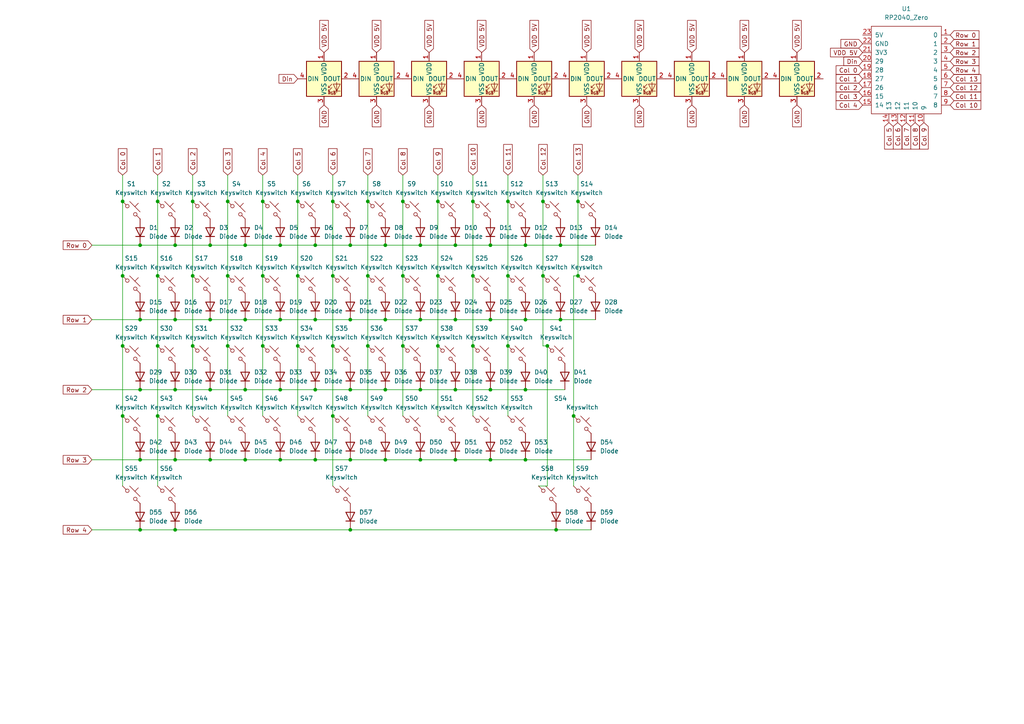
<source format=kicad_sch>
(kicad_sch (version 20230121) (generator eeschema)

  (uuid 7e599153-bc8c-47c1-beff-8c16b80100d1)

  (paper "A4")

  (lib_symbols
    (symbol "ScottoKeebs:LED_WS2812B" (pin_names (offset 0.254)) (in_bom yes) (on_board yes)
      (property "Reference" "D" (at 5.08 5.715 0)
        (effects (font (size 1.27 1.27)) (justify right bottom))
      )
      (property "Value" "LED_WS2812B" (at 1.27 -5.715 0)
        (effects (font (size 1.27 1.27)) (justify left top))
      )
      (property "Footprint" "ScottoKeebs_Components:LED_WS2812B" (at 1.27 -7.62 0)
        (effects (font (size 1.27 1.27)) (justify left top) hide)
      )
      (property "Datasheet" "https://cdn-shop.adafruit.com/datasheets/WS2812B.pdf" (at 2.54 -9.525 0)
        (effects (font (size 1.27 1.27)) (justify left top) hide)
      )
      (property "ki_keywords" "RGB LED NeoPixel addressable" (at 0 0 0)
        (effects (font (size 1.27 1.27)) hide)
      )
      (property "ki_description" "RGB LED with integrated controller" (at 0 0 0)
        (effects (font (size 1.27 1.27)) hide)
      )
      (property "ki_fp_filters" "LED*WS2812*PLCC*5.0x5.0mm*P3.2mm*" (at 0 0 0)
        (effects (font (size 1.27 1.27)) hide)
      )
      (symbol "LED_WS2812B_0_0"
        (text "RGB" (at 2.286 -4.191 0)
          (effects (font (size 0.762 0.762)))
        )
      )
      (symbol "LED_WS2812B_0_1"
        (polyline
          (pts
            (xy 1.27 -3.556)
            (xy 1.778 -3.556)
          )
          (stroke (width 0) (type default))
          (fill (type none))
        )
        (polyline
          (pts
            (xy 1.27 -2.54)
            (xy 1.778 -2.54)
          )
          (stroke (width 0) (type default))
          (fill (type none))
        )
        (polyline
          (pts
            (xy 4.699 -3.556)
            (xy 2.667 -3.556)
          )
          (stroke (width 0) (type default))
          (fill (type none))
        )
        (polyline
          (pts
            (xy 2.286 -2.54)
            (xy 1.27 -3.556)
            (xy 1.27 -3.048)
          )
          (stroke (width 0) (type default))
          (fill (type none))
        )
        (polyline
          (pts
            (xy 2.286 -1.524)
            (xy 1.27 -2.54)
            (xy 1.27 -2.032)
          )
          (stroke (width 0) (type default))
          (fill (type none))
        )
        (polyline
          (pts
            (xy 3.683 -1.016)
            (xy 3.683 -3.556)
            (xy 3.683 -4.064)
          )
          (stroke (width 0) (type default))
          (fill (type none))
        )
        (polyline
          (pts
            (xy 4.699 -1.524)
            (xy 2.667 -1.524)
            (xy 3.683 -3.556)
            (xy 4.699 -1.524)
          )
          (stroke (width 0) (type default))
          (fill (type none))
        )
        (rectangle (start 5.08 5.08) (end -5.08 -5.08)
          (stroke (width 0.254) (type default))
          (fill (type background))
        )
      )
      (symbol "LED_WS2812B_1_1"
        (pin power_in line (at 0 7.62 270) (length 2.54)
          (name "VDD" (effects (font (size 1.27 1.27))))
          (number "1" (effects (font (size 1.27 1.27))))
        )
        (pin output line (at 7.62 0 180) (length 2.54)
          (name "DOUT" (effects (font (size 1.27 1.27))))
          (number "2" (effects (font (size 1.27 1.27))))
        )
        (pin power_in line (at 0 -7.62 90) (length 2.54)
          (name "VSS" (effects (font (size 1.27 1.27))))
          (number "3" (effects (font (size 1.27 1.27))))
        )
        (pin input line (at -7.62 0 0) (length 2.54)
          (name "DIN" (effects (font (size 1.27 1.27))))
          (number "4" (effects (font (size 1.27 1.27))))
        )
      )
    )
    (symbol "ScottoKeebs:MCU_RP2040_Zero" (pin_names (offset 1.016)) (in_bom yes) (on_board yes)
      (property "Reference" "U" (at 0 15.24 0)
        (effects (font (size 1.27 1.27)))
      )
      (property "Value" "RP2040_Zero" (at 0 12.7 0)
        (effects (font (size 1.27 1.27)))
      )
      (property "Footprint" "ScottoKeebs_MCU:RP2040_Zero" (at -8.89 5.08 0)
        (effects (font (size 1.27 1.27)) hide)
      )
      (property "Datasheet" "" (at -8.89 5.08 0)
        (effects (font (size 1.27 1.27)) hide)
      )
      (symbol "MCU_RP2040_Zero_0_1"
        (rectangle (start -10.16 11.43) (end 10.16 -13.97)
          (stroke (width 0) (type default))
          (fill (type none))
        )
      )
      (symbol "MCU_RP2040_Zero_1_1"
        (pin bidirectional line (at 12.7 8.89 180) (length 2.54)
          (name "0" (effects (font (size 1.27 1.27))))
          (number "1" (effects (font (size 1.27 1.27))))
        )
        (pin bidirectional line (at 5.08 -16.51 90) (length 2.54)
          (name "9" (effects (font (size 1.27 1.27))))
          (number "10" (effects (font (size 1.27 1.27))))
        )
        (pin bidirectional line (at 2.54 -16.51 90) (length 2.54)
          (name "10" (effects (font (size 1.27 1.27))))
          (number "11" (effects (font (size 1.27 1.27))))
        )
        (pin bidirectional line (at 0 -16.51 90) (length 2.54)
          (name "11" (effects (font (size 1.27 1.27))))
          (number "12" (effects (font (size 1.27 1.27))))
        )
        (pin bidirectional line (at -2.54 -16.51 90) (length 2.54)
          (name "12" (effects (font (size 1.27 1.27))))
          (number "13" (effects (font (size 1.27 1.27))))
        )
        (pin bidirectional line (at -5.08 -16.51 90) (length 2.54)
          (name "13" (effects (font (size 1.27 1.27))))
          (number "14" (effects (font (size 1.27 1.27))))
        )
        (pin bidirectional line (at -12.7 -11.43 0) (length 2.54)
          (name "14" (effects (font (size 1.27 1.27))))
          (number "15" (effects (font (size 1.27 1.27))))
        )
        (pin bidirectional line (at -12.7 -8.89 0) (length 2.54)
          (name "15" (effects (font (size 1.27 1.27))))
          (number "16" (effects (font (size 1.27 1.27))))
        )
        (pin bidirectional line (at -12.7 -6.35 0) (length 2.54)
          (name "26" (effects (font (size 1.27 1.27))))
          (number "17" (effects (font (size 1.27 1.27))))
        )
        (pin bidirectional line (at -12.7 -3.81 0) (length 2.54)
          (name "27" (effects (font (size 1.27 1.27))))
          (number "18" (effects (font (size 1.27 1.27))))
        )
        (pin bidirectional line (at -12.7 -1.27 0) (length 2.54)
          (name "28" (effects (font (size 1.27 1.27))))
          (number "19" (effects (font (size 1.27 1.27))))
        )
        (pin bidirectional line (at 12.7 6.35 180) (length 2.54)
          (name "1" (effects (font (size 1.27 1.27))))
          (number "2" (effects (font (size 1.27 1.27))))
        )
        (pin bidirectional line (at -12.7 1.27 0) (length 2.54)
          (name "29" (effects (font (size 1.27 1.27))))
          (number "20" (effects (font (size 1.27 1.27))))
        )
        (pin power_out line (at -12.7 3.81 0) (length 2.54)
          (name "3V3" (effects (font (size 1.27 1.27))))
          (number "21" (effects (font (size 1.27 1.27))))
        )
        (pin power_out line (at -12.7 6.35 0) (length 2.54)
          (name "GND" (effects (font (size 1.27 1.27))))
          (number "22" (effects (font (size 1.27 1.27))))
        )
        (pin power_out line (at -12.7 8.89 0) (length 2.54)
          (name "5V" (effects (font (size 1.27 1.27))))
          (number "23" (effects (font (size 1.27 1.27))))
        )
        (pin bidirectional line (at 12.7 3.81 180) (length 2.54)
          (name "2" (effects (font (size 1.27 1.27))))
          (number "3" (effects (font (size 1.27 1.27))))
        )
        (pin bidirectional line (at 12.7 1.27 180) (length 2.54)
          (name "3" (effects (font (size 1.27 1.27))))
          (number "4" (effects (font (size 1.27 1.27))))
        )
        (pin bidirectional line (at 12.7 -1.27 180) (length 2.54)
          (name "4" (effects (font (size 1.27 1.27))))
          (number "5" (effects (font (size 1.27 1.27))))
        )
        (pin bidirectional line (at 12.7 -3.81 180) (length 2.54)
          (name "5" (effects (font (size 1.27 1.27))))
          (number "6" (effects (font (size 1.27 1.27))))
        )
        (pin bidirectional line (at 12.7 -6.35 180) (length 2.54)
          (name "6" (effects (font (size 1.27 1.27))))
          (number "7" (effects (font (size 1.27 1.27))))
        )
        (pin bidirectional line (at 12.7 -8.89 180) (length 2.54)
          (name "7" (effects (font (size 1.27 1.27))))
          (number "8" (effects (font (size 1.27 1.27))))
        )
        (pin bidirectional line (at 12.7 -11.43 180) (length 2.54)
          (name "8" (effects (font (size 1.27 1.27))))
          (number "9" (effects (font (size 1.27 1.27))))
        )
      )
    )
    (symbol "ScottoKeebs:Placeholder_Diode" (pin_numbers hide) (pin_names hide) (in_bom yes) (on_board yes)
      (property "Reference" "D" (at 0 2.54 0)
        (effects (font (size 1.27 1.27)))
      )
      (property "Value" "Diode" (at 0 -2.54 0)
        (effects (font (size 1.27 1.27)))
      )
      (property "Footprint" "" (at 0 0 0)
        (effects (font (size 1.27 1.27)) hide)
      )
      (property "Datasheet" "" (at 0 0 0)
        (effects (font (size 1.27 1.27)) hide)
      )
      (property "Sim.Device" "D" (at 0 0 0)
        (effects (font (size 1.27 1.27)) hide)
      )
      (property "Sim.Pins" "1=K 2=A" (at 0 0 0)
        (effects (font (size 1.27 1.27)) hide)
      )
      (property "ki_keywords" "diode" (at 0 0 0)
        (effects (font (size 1.27 1.27)) hide)
      )
      (property "ki_description" "1N4148 (DO-35) or 1N4148W (SOD-123)" (at 0 0 0)
        (effects (font (size 1.27 1.27)) hide)
      )
      (property "ki_fp_filters" "D*DO?35*" (at 0 0 0)
        (effects (font (size 1.27 1.27)) hide)
      )
      (symbol "Placeholder_Diode_0_1"
        (polyline
          (pts
            (xy -1.27 1.27)
            (xy -1.27 -1.27)
          )
          (stroke (width 0.254) (type default))
          (fill (type none))
        )
        (polyline
          (pts
            (xy 1.27 0)
            (xy -1.27 0)
          )
          (stroke (width 0) (type default))
          (fill (type none))
        )
        (polyline
          (pts
            (xy 1.27 1.27)
            (xy 1.27 -1.27)
            (xy -1.27 0)
            (xy 1.27 1.27)
          )
          (stroke (width 0.254) (type default))
          (fill (type none))
        )
      )
      (symbol "Placeholder_Diode_1_1"
        (pin passive line (at -3.81 0 0) (length 2.54)
          (name "K" (effects (font (size 1.27 1.27))))
          (number "1" (effects (font (size 1.27 1.27))))
        )
        (pin passive line (at 3.81 0 180) (length 2.54)
          (name "A" (effects (font (size 1.27 1.27))))
          (number "2" (effects (font (size 1.27 1.27))))
        )
      )
    )
    (symbol "ScottoKeebs:Placeholder_Keyswitch" (pin_numbers hide) (pin_names (offset 1.016) hide) (in_bom yes) (on_board yes)
      (property "Reference" "S" (at 3.048 1.016 0)
        (effects (font (size 1.27 1.27)) (justify left))
      )
      (property "Value" "Keyswitch" (at 0 -3.81 0)
        (effects (font (size 1.27 1.27)))
      )
      (property "Footprint" "" (at 0 0 0)
        (effects (font (size 1.27 1.27)) hide)
      )
      (property "Datasheet" "~" (at 0 0 0)
        (effects (font (size 1.27 1.27)) hide)
      )
      (property "ki_keywords" "switch normally-open pushbutton push-button" (at 0 0 0)
        (effects (font (size 1.27 1.27)) hide)
      )
      (property "ki_description" "Push button switch, normally open, two pins, 45° tilted" (at 0 0 0)
        (effects (font (size 1.27 1.27)) hide)
      )
      (symbol "Placeholder_Keyswitch_0_1"
        (circle (center -1.1684 1.1684) (radius 0.508)
          (stroke (width 0) (type default))
          (fill (type none))
        )
        (polyline
          (pts
            (xy -0.508 2.54)
            (xy 2.54 -0.508)
          )
          (stroke (width 0) (type default))
          (fill (type none))
        )
        (polyline
          (pts
            (xy 1.016 1.016)
            (xy 2.032 2.032)
          )
          (stroke (width 0) (type default))
          (fill (type none))
        )
        (polyline
          (pts
            (xy -2.54 2.54)
            (xy -1.524 1.524)
            (xy -1.524 1.524)
          )
          (stroke (width 0) (type default))
          (fill (type none))
        )
        (polyline
          (pts
            (xy 1.524 -1.524)
            (xy 2.54 -2.54)
            (xy 2.54 -2.54)
            (xy 2.54 -2.54)
          )
          (stroke (width 0) (type default))
          (fill (type none))
        )
        (circle (center 1.143 -1.1938) (radius 0.508)
          (stroke (width 0) (type default))
          (fill (type none))
        )
        (pin passive line (at -2.54 2.54 0) (length 0)
          (name "1" (effects (font (size 1.27 1.27))))
          (number "1" (effects (font (size 1.27 1.27))))
        )
        (pin passive line (at 2.54 -2.54 180) (length 0)
          (name "2" (effects (font (size 1.27 1.27))))
          (number "2" (effects (font (size 1.27 1.27))))
        )
      )
    )
  )

  (junction (at 162.56 71.12) (diameter 0) (color 0 0 0 0)
    (uuid 043b5fa1-6a8f-435d-ab08-150df1efea39)
  )
  (junction (at 142.24 71.12) (diameter 0) (color 0 0 0 0)
    (uuid 0764c17d-9653-460b-ae12-7334e9239281)
  )
  (junction (at 50.8 113.03) (diameter 0) (color 0 0 0 0)
    (uuid 0c9ca19b-4a25-4223-85b1-bb9d43abc049)
  )
  (junction (at 55.88 100.33) (diameter 0) (color 0 0 0 0)
    (uuid 0fcff8a4-6510-4a5f-bb4f-459e213ceada)
  )
  (junction (at 157.48 58.42) (diameter 0) (color 0 0 0 0)
    (uuid 107ce293-4d2a-4e50-9d28-e759834a0dac)
  )
  (junction (at 147.32 100.33) (diameter 0) (color 0 0 0 0)
    (uuid 10ba43af-4d1f-463d-99a4-402ca2a84e54)
  )
  (junction (at 127 100.33) (diameter 0) (color 0 0 0 0)
    (uuid 12512e2d-8f30-48cf-b621-9e4f7105d158)
  )
  (junction (at 96.52 80.01) (diameter 0) (color 0 0 0 0)
    (uuid 1560c271-0a37-4ed2-bde0-b60de46b63ef)
  )
  (junction (at 96.52 100.33) (diameter 0) (color 0 0 0 0)
    (uuid 19cf91e5-9fbf-4e81-a2b6-80cea97776d1)
  )
  (junction (at 91.44 92.71) (diameter 0) (color 0 0 0 0)
    (uuid 1e1ed50f-f9c1-4b6c-8ca0-064ef0ad118c)
  )
  (junction (at 132.08 113.03) (diameter 0) (color 0 0 0 0)
    (uuid 1e9d1431-e97e-48d1-abc4-76d5417f2c76)
  )
  (junction (at 86.36 58.42) (diameter 0) (color 0 0 0 0)
    (uuid 24922713-43d7-4a4b-b325-b41c78fcf737)
  )
  (junction (at 96.52 120.65) (diameter 0) (color 0 0 0 0)
    (uuid 2592e11c-924c-4e73-b923-70816515f6ff)
  )
  (junction (at 40.64 133.35) (diameter 0) (color 0 0 0 0)
    (uuid 2881c7cb-548d-4e22-bbb7-4968be8687ec)
  )
  (junction (at 127 80.01) (diameter 0) (color 0 0 0 0)
    (uuid 2984b80d-6dd2-46d0-b4f9-377fdcc5161e)
  )
  (junction (at 132.08 71.12) (diameter 0) (color 0 0 0 0)
    (uuid 2db71b8a-3225-474c-9849-a802bb4283b7)
  )
  (junction (at 137.16 100.33) (diameter 0) (color 0 0 0 0)
    (uuid 2dca0bb0-22c4-4f6a-a60e-cce1a9aa74b3)
  )
  (junction (at 45.72 80.01) (diameter 0) (color 0 0 0 0)
    (uuid 2f6ba0ef-3267-4408-b6fd-ba08b76b7ff9)
  )
  (junction (at 167.64 58.42) (diameter 0) (color 0 0 0 0)
    (uuid 328b5d15-84dc-437e-a5ac-471a1ab60be4)
  )
  (junction (at 35.56 80.01) (diameter 0) (color 0 0 0 0)
    (uuid 342152ca-5620-45f7-8cce-9c92f95fa450)
  )
  (junction (at 152.4 133.35) (diameter 0) (color 0 0 0 0)
    (uuid 37b598dd-206c-499b-9236-8d1ce011bd43)
  )
  (junction (at 35.56 58.42) (diameter 0) (color 0 0 0 0)
    (uuid 3b64b6a5-cb4a-4bf0-9383-c5c1cb564ce4)
  )
  (junction (at 121.92 113.03) (diameter 0) (color 0 0 0 0)
    (uuid 3e56404e-e8a6-49b7-9d8d-1512aa88afa4)
  )
  (junction (at 137.16 80.01) (diameter 0) (color 0 0 0 0)
    (uuid 4058f62b-adeb-4850-afea-195200f77db0)
  )
  (junction (at 55.88 80.01) (diameter 0) (color 0 0 0 0)
    (uuid 421d3e0f-fcfd-4b76-aaa2-b91eff9c86c6)
  )
  (junction (at 50.8 92.71) (diameter 0) (color 0 0 0 0)
    (uuid 4583f7ac-215b-410f-a290-d0231a0948e1)
  )
  (junction (at 40.64 92.71) (diameter 0) (color 0 0 0 0)
    (uuid 47d0bec1-e5a8-4ade-88b9-8293ae56f1ec)
  )
  (junction (at 101.6 113.03) (diameter 0) (color 0 0 0 0)
    (uuid 481ee13c-8b1e-45c9-ad7c-51c2bae50602)
  )
  (junction (at 76.2 58.42) (diameter 0) (color 0 0 0 0)
    (uuid 4a02990a-ae0f-4a64-bed5-b8330bf407c9)
  )
  (junction (at 152.4 113.03) (diameter 0) (color 0 0 0 0)
    (uuid 4d0d75f9-6f6e-4245-b9b1-c5c8e5f66d8c)
  )
  (junction (at 142.24 92.71) (diameter 0) (color 0 0 0 0)
    (uuid 4eaa0efb-acb4-4e6b-82e4-c13d225b09e5)
  )
  (junction (at 142.24 133.35) (diameter 0) (color 0 0 0 0)
    (uuid 52c7ae76-44cb-40cf-af8e-a2b639e21170)
  )
  (junction (at 50.8 153.67) (diameter 0) (color 0 0 0 0)
    (uuid 5809daf3-bd3a-4429-912b-67f4d72ad506)
  )
  (junction (at 121.92 71.12) (diameter 0) (color 0 0 0 0)
    (uuid 5b9e4b6f-ab13-4d38-9d60-a0ecd1b28797)
  )
  (junction (at 66.04 100.33) (diameter 0) (color 0 0 0 0)
    (uuid 610bedf1-0257-4f42-90dd-c5587e5491f5)
  )
  (junction (at 106.68 80.01) (diameter 0) (color 0 0 0 0)
    (uuid 645d92e0-1a61-4ac4-a1a0-8f62a5488435)
  )
  (junction (at 121.92 92.71) (diameter 0) (color 0 0 0 0)
    (uuid 64cfed3e-ed63-44af-b06d-3a34e60a533d)
  )
  (junction (at 162.56 92.71) (diameter 0) (color 0 0 0 0)
    (uuid 66812b52-adb8-48ba-81a0-92821c86aadd)
  )
  (junction (at 152.4 71.12) (diameter 0) (color 0 0 0 0)
    (uuid 69184811-9afe-4854-9f1b-f3f694f3075c)
  )
  (junction (at 91.44 71.12) (diameter 0) (color 0 0 0 0)
    (uuid 69dd00e7-253a-44a5-a69f-1e6f8fee630c)
  )
  (junction (at 132.08 133.35) (diameter 0) (color 0 0 0 0)
    (uuid 6c364788-e993-49b5-9609-d299c21f2fdd)
  )
  (junction (at 45.72 58.42) (diameter 0) (color 0 0 0 0)
    (uuid 710341da-62d6-4a75-bba0-448744cf4f0a)
  )
  (junction (at 66.04 80.01) (diameter 0) (color 0 0 0 0)
    (uuid 7339da2f-a6c3-4ec3-80ff-25d2b688c973)
  )
  (junction (at 142.24 113.03) (diameter 0) (color 0 0 0 0)
    (uuid 76a0fab7-45a4-494c-9955-7940b86bdf47)
  )
  (junction (at 35.56 100.33) (diameter 0) (color 0 0 0 0)
    (uuid 76f5ffb4-9673-4c62-8b81-0b3d10ff9215)
  )
  (junction (at 101.6 153.67) (diameter 0) (color 0 0 0 0)
    (uuid 7ac5da52-e928-486b-b95a-655ef510e349)
  )
  (junction (at 86.36 80.01) (diameter 0) (color 0 0 0 0)
    (uuid 7c029573-1005-469e-a260-29bf647da14c)
  )
  (junction (at 147.32 58.42) (diameter 0) (color 0 0 0 0)
    (uuid 7eb70d36-357d-4f73-a78d-2f593b3bdbc4)
  )
  (junction (at 50.8 133.35) (diameter 0) (color 0 0 0 0)
    (uuid 809deea3-5158-4e86-a96a-7b6c8c49b6de)
  )
  (junction (at 60.96 71.12) (diameter 0) (color 0 0 0 0)
    (uuid 825612c2-f91c-4aa0-8b9f-81a511a64a4b)
  )
  (junction (at 116.84 58.42) (diameter 0) (color 0 0 0 0)
    (uuid 8285f827-63c9-429c-937c-bdeeb4d00c5d)
  )
  (junction (at 157.48 80.01) (diameter 0) (color 0 0 0 0)
    (uuid 855ea1fe-f34c-4f04-877a-c6d87ed2fac6)
  )
  (junction (at 40.64 153.67) (diameter 0) (color 0 0 0 0)
    (uuid 86a7c6e9-fdf3-440a-a135-8e1b43302bb3)
  )
  (junction (at 116.84 80.01) (diameter 0) (color 0 0 0 0)
    (uuid 8825d9f6-3892-4cfc-8992-c3219389f5ab)
  )
  (junction (at 45.72 120.65) (diameter 0) (color 0 0 0 0)
    (uuid 8b585c9e-cc8c-4a78-b5c5-a485eaa6939f)
  )
  (junction (at 158.75 100.33) (diameter 0) (color 0 0 0 0)
    (uuid 8e7103bf-ccba-42eb-8bd8-8ba481f0befa)
  )
  (junction (at 116.84 100.33) (diameter 0) (color 0 0 0 0)
    (uuid 90400367-004a-4d8e-9948-84820512a45a)
  )
  (junction (at 71.12 113.03) (diameter 0) (color 0 0 0 0)
    (uuid 907c1c60-5211-4d8e-86b5-7d6aa6b7a9d6)
  )
  (junction (at 91.44 113.03) (diameter 0) (color 0 0 0 0)
    (uuid 90f3ace7-a951-4363-a4af-b0497feafbbc)
  )
  (junction (at 76.2 100.33) (diameter 0) (color 0 0 0 0)
    (uuid 91f1cfeb-9c0f-4972-9cf9-3943354d86c8)
  )
  (junction (at 106.68 100.33) (diameter 0) (color 0 0 0 0)
    (uuid 93ed7b5a-0f6a-4ea3-8f93-75df36126abf)
  )
  (junction (at 111.76 113.03) (diameter 0) (color 0 0 0 0)
    (uuid 979624e3-5a7d-4c42-8912-9c83cf385cf7)
  )
  (junction (at 101.6 71.12) (diameter 0) (color 0 0 0 0)
    (uuid 9a0e621b-6955-42ae-860a-f5edbe4f9b46)
  )
  (junction (at 71.12 133.35) (diameter 0) (color 0 0 0 0)
    (uuid 9b307304-1dbc-44d9-b4ad-6ab54d0ed941)
  )
  (junction (at 101.6 133.35) (diameter 0) (color 0 0 0 0)
    (uuid 9ca04aa9-6dd5-4dc2-88fb-ada23bcf6c70)
  )
  (junction (at 132.08 92.71) (diameter 0) (color 0 0 0 0)
    (uuid 9e62367e-9ec6-4199-8013-551b582cfee4)
  )
  (junction (at 86.36 100.33) (diameter 0) (color 0 0 0 0)
    (uuid a4ada751-964c-4fb2-9b65-79c452eeda3c)
  )
  (junction (at 55.88 58.42) (diameter 0) (color 0 0 0 0)
    (uuid a592a9fe-a101-4a19-b3fa-79b326c99527)
  )
  (junction (at 127 58.42) (diameter 0) (color 0 0 0 0)
    (uuid a6541eac-91fb-4d90-b63a-6fec64776326)
  )
  (junction (at 106.68 58.42) (diameter 0) (color 0 0 0 0)
    (uuid a7314968-8a89-49d3-b357-ba094953eee9)
  )
  (junction (at 71.12 92.71) (diameter 0) (color 0 0 0 0)
    (uuid a7952846-e8a0-4904-a6be-f1595513aa9f)
  )
  (junction (at 60.96 92.71) (diameter 0) (color 0 0 0 0)
    (uuid b1d589f7-2bfb-4301-aa74-2da06e1349a7)
  )
  (junction (at 81.28 113.03) (diameter 0) (color 0 0 0 0)
    (uuid b273030f-582e-45d4-b6ad-2e707ec40d32)
  )
  (junction (at 166.37 120.65) (diameter 0) (color 0 0 0 0)
    (uuid b5720856-a971-4364-baad-cc05f89b8c93)
  )
  (junction (at 161.29 153.67) (diameter 0) (color 0 0 0 0)
    (uuid bafc4ca5-1b99-4af8-b8ec-3ffb6d506e7c)
  )
  (junction (at 167.64 80.01) (diameter 0) (color 0 0 0 0)
    (uuid bd73e5a1-c105-4d79-991e-8aa05d825496)
  )
  (junction (at 101.6 92.71) (diameter 0) (color 0 0 0 0)
    (uuid bdceba53-7b6a-4631-aa2f-0e4df06438a2)
  )
  (junction (at 76.2 80.01) (diameter 0) (color 0 0 0 0)
    (uuid bf67f5ba-03ae-4c15-8a33-83357fc8bbd8)
  )
  (junction (at 35.56 120.65) (diameter 0) (color 0 0 0 0)
    (uuid bfe254c0-9439-4ce9-be38-29a98b569726)
  )
  (junction (at 66.04 58.42) (diameter 0) (color 0 0 0 0)
    (uuid c01a7f5a-c857-44c1-be73-08699fd91854)
  )
  (junction (at 60.96 113.03) (diameter 0) (color 0 0 0 0)
    (uuid c629ed60-544e-48c6-9402-3ccdef766752)
  )
  (junction (at 91.44 133.35) (diameter 0) (color 0 0 0 0)
    (uuid c93b4d35-3466-45b8-816e-420d568c32a3)
  )
  (junction (at 45.72 100.33) (diameter 0) (color 0 0 0 0)
    (uuid cb5a5e98-27c6-4013-ba65-74cbf0fc81da)
  )
  (junction (at 111.76 133.35) (diameter 0) (color 0 0 0 0)
    (uuid cd0f0c3b-1b05-4e1a-8bb8-e3f0f9699de8)
  )
  (junction (at 60.96 133.35) (diameter 0) (color 0 0 0 0)
    (uuid ceb72d52-a7c3-4338-a3ee-b463eed13091)
  )
  (junction (at 147.32 80.01) (diameter 0) (color 0 0 0 0)
    (uuid d0a8855f-d60f-4756-b8f1-5da48b03099a)
  )
  (junction (at 111.76 71.12) (diameter 0) (color 0 0 0 0)
    (uuid d2359b7c-84fe-4b51-8013-be2dd285ee47)
  )
  (junction (at 152.4 92.71) (diameter 0) (color 0 0 0 0)
    (uuid db96993b-dc8c-4de0-b33c-757a4f8c1ba6)
  )
  (junction (at 137.16 58.42) (diameter 0) (color 0 0 0 0)
    (uuid dd18c7eb-a8bc-4ea6-8144-0f98cf3fd9c1)
  )
  (junction (at 50.8 71.12) (diameter 0) (color 0 0 0 0)
    (uuid e3ee90c5-03da-4095-9355-7fbf73604891)
  )
  (junction (at 71.12 71.12) (diameter 0) (color 0 0 0 0)
    (uuid ec798841-f054-4e89-81c2-e3cada4c13ec)
  )
  (junction (at 121.92 133.35) (diameter 0) (color 0 0 0 0)
    (uuid f0e26347-2e94-4748-b53d-ad759a5c930b)
  )
  (junction (at 111.76 92.71) (diameter 0) (color 0 0 0 0)
    (uuid f4a15a5f-b38b-4511-800b-57dbb27a7645)
  )
  (junction (at 40.64 113.03) (diameter 0) (color 0 0 0 0)
    (uuid f8f9d810-1204-43cf-bf1a-bde3eca2c8d8)
  )
  (junction (at 81.28 92.71) (diameter 0) (color 0 0 0 0)
    (uuid f9febc36-3550-4bd4-8c92-194f2b4ec019)
  )
  (junction (at 96.52 58.42) (diameter 0) (color 0 0 0 0)
    (uuid facc1078-4121-4418-955b-e15d586dc356)
  )
  (junction (at 40.64 71.12) (diameter 0) (color 0 0 0 0)
    (uuid fcb40e16-53fb-4f9d-8cd2-c6d6a5487e78)
  )
  (junction (at 81.28 133.35) (diameter 0) (color 0 0 0 0)
    (uuid fd31baab-9bdf-4825-a6ad-67b1f0a31405)
  )
  (junction (at 81.28 71.12) (diameter 0) (color 0 0 0 0)
    (uuid fd56b336-23a5-4f73-95b0-a67ecc5f4289)
  )

  (wire (pts (xy 132.08 71.12) (xy 142.24 71.12))
    (stroke (width 0) (type default))
    (uuid 036bab01-da0d-48f7-9cf4-bd230a1a5903)
  )
  (wire (pts (xy 132.08 133.35) (xy 142.24 133.35))
    (stroke (width 0) (type default))
    (uuid 05403556-9a6c-4e74-8d6c-721cb55ee8df)
  )
  (wire (pts (xy 111.76 92.71) (xy 121.92 92.71))
    (stroke (width 0) (type default))
    (uuid 0781652b-3560-4b8a-ada7-96c2ee95a509)
  )
  (wire (pts (xy 96.52 120.65) (xy 96.52 140.97))
    (stroke (width 0) (type default))
    (uuid 089f3b57-7b7c-4e03-9609-57764009fcf0)
  )
  (wire (pts (xy 40.64 153.67) (xy 50.8 153.67))
    (stroke (width 0) (type default))
    (uuid 08e727f6-0e5d-4331-8c5c-32526c30b627)
  )
  (wire (pts (xy 121.92 92.71) (xy 132.08 92.71))
    (stroke (width 0) (type default))
    (uuid 092dd36d-74cf-4d2e-8b9c-489f69fa4037)
  )
  (wire (pts (xy 86.36 80.01) (xy 86.36 100.33))
    (stroke (width 0) (type default))
    (uuid 0a8b8d94-6571-45e5-a96f-b0d72347c50f)
  )
  (wire (pts (xy 66.04 100.33) (xy 66.04 120.65))
    (stroke (width 0) (type default))
    (uuid 0b255170-19a0-42e3-901c-6a12e2d51da6)
  )
  (wire (pts (xy 101.6 92.71) (xy 111.76 92.71))
    (stroke (width 0) (type default))
    (uuid 0db06c0d-3752-461e-8c0f-f78e78d673c9)
  )
  (wire (pts (xy 40.64 133.35) (xy 50.8 133.35))
    (stroke (width 0) (type default))
    (uuid 0efa00ed-d765-41bd-a53d-160c63b85a50)
  )
  (wire (pts (xy 152.4 113.03) (xy 163.83 113.03))
    (stroke (width 0) (type default))
    (uuid 0f0046ab-3904-4b20-b766-f4d0a4a49845)
  )
  (wire (pts (xy 106.68 100.33) (xy 106.68 120.65))
    (stroke (width 0) (type default))
    (uuid 0f070f0e-4be9-4680-9541-a1f11441241b)
  )
  (wire (pts (xy 106.68 58.42) (xy 106.68 80.01))
    (stroke (width 0) (type default))
    (uuid 1199186f-5e6e-40d4-9099-3344bcf61594)
  )
  (wire (pts (xy 81.28 92.71) (xy 91.44 92.71))
    (stroke (width 0) (type default))
    (uuid 15ff6003-fa4f-42c9-b733-42d4a64d77dd)
  )
  (wire (pts (xy 167.64 58.42) (xy 167.64 80.01))
    (stroke (width 0) (type default))
    (uuid 1687f0b5-6ca9-451e-8721-3c0a664e0156)
  )
  (wire (pts (xy 152.4 71.12) (xy 162.56 71.12))
    (stroke (width 0) (type default))
    (uuid 17d4ffd5-430a-4fea-afa0-2409361987b0)
  )
  (wire (pts (xy 157.48 100.33) (xy 158.75 100.33))
    (stroke (width 0) (type default))
    (uuid 1849a2a5-6a00-40a6-9e8d-7396456e255f)
  )
  (wire (pts (xy 152.4 92.71) (xy 162.56 92.71))
    (stroke (width 0) (type default))
    (uuid 1f67801b-9e61-4e16-9ffa-8835e3f96090)
  )
  (wire (pts (xy 101.6 133.35) (xy 111.76 133.35))
    (stroke (width 0) (type default))
    (uuid 2aeec760-578a-456c-884c-a80d03f25490)
  )
  (wire (pts (xy 147.32 100.33) (xy 147.32 120.65))
    (stroke (width 0) (type default))
    (uuid 2b89690e-7165-4e2c-ae80-b4f2b79087a2)
  )
  (wire (pts (xy 45.72 50.8) (xy 45.72 58.42))
    (stroke (width 0) (type default))
    (uuid 2c6a113a-f6fb-467a-b5e5-e0f8b229935a)
  )
  (wire (pts (xy 40.64 92.71) (xy 50.8 92.71))
    (stroke (width 0) (type default))
    (uuid 2d9accb8-d35a-4e5f-b858-0b0162a2dc8e)
  )
  (wire (pts (xy 26.67 153.67) (xy 40.64 153.67))
    (stroke (width 0) (type default))
    (uuid 2f0015b2-4f08-45c9-9a0a-57567073888b)
  )
  (wire (pts (xy 26.67 133.35) (xy 40.64 133.35))
    (stroke (width 0) (type default))
    (uuid 305f1c4d-1b0e-4caa-b991-79b54be327cd)
  )
  (wire (pts (xy 137.16 50.8) (xy 137.16 58.42))
    (stroke (width 0) (type default))
    (uuid 318a3704-038c-49d6-9fd7-ff71df221caa)
  )
  (wire (pts (xy 111.76 113.03) (xy 121.92 113.03))
    (stroke (width 0) (type default))
    (uuid 32240d3f-98e5-4cd0-abc2-9e74eba736d7)
  )
  (wire (pts (xy 96.52 58.42) (xy 96.52 80.01))
    (stroke (width 0) (type default))
    (uuid 3297bff2-e4e6-4b6f-945e-df33c3c24fba)
  )
  (wire (pts (xy 81.28 133.35) (xy 91.44 133.35))
    (stroke (width 0) (type default))
    (uuid 32befd67-fc43-471d-bbb9-10aab4cc09b7)
  )
  (wire (pts (xy 101.6 71.12) (xy 111.76 71.12))
    (stroke (width 0) (type default))
    (uuid 33c23f20-9257-4fd8-a140-9d1fc54ad0f1)
  )
  (wire (pts (xy 45.72 120.65) (xy 45.72 140.97))
    (stroke (width 0) (type default))
    (uuid 354e19fa-f401-4917-905a-809070137c7b)
  )
  (wire (pts (xy 76.2 50.8) (xy 76.2 58.42))
    (stroke (width 0) (type default))
    (uuid 37bb55d0-27cf-4361-89ee-5e09c4fc9127)
  )
  (wire (pts (xy 158.75 100.33) (xy 158.75 140.97))
    (stroke (width 0) (type default))
    (uuid 3984a450-5f3f-4c3a-bfd6-abd0e4b60bc7)
  )
  (wire (pts (xy 147.32 80.01) (xy 147.32 100.33))
    (stroke (width 0) (type default))
    (uuid 3d3cf27d-55eb-40e2-919d-dbe9d6bce4bf)
  )
  (wire (pts (xy 137.16 80.01) (xy 137.16 100.33))
    (stroke (width 0) (type default))
    (uuid 3e81f02e-87ee-4304-9fa6-58d9feefa7df)
  )
  (wire (pts (xy 40.64 113.03) (xy 50.8 113.03))
    (stroke (width 0) (type default))
    (uuid 426670f3-c7b0-4346-be26-86b0016a1435)
  )
  (wire (pts (xy 81.28 71.12) (xy 91.44 71.12))
    (stroke (width 0) (type default))
    (uuid 4288ee6f-de56-411c-8ca2-96db589b4d76)
  )
  (wire (pts (xy 50.8 71.12) (xy 60.96 71.12))
    (stroke (width 0) (type default))
    (uuid 47db432d-1770-468c-be85-53726f708a08)
  )
  (wire (pts (xy 50.8 92.71) (xy 60.96 92.71))
    (stroke (width 0) (type default))
    (uuid 48409657-e30d-4d7b-b60f-d50d77e04bc6)
  )
  (wire (pts (xy 147.32 50.8) (xy 147.32 58.42))
    (stroke (width 0) (type default))
    (uuid 4900693e-c184-4efa-9360-b4218ef698b9)
  )
  (wire (pts (xy 50.8 133.35) (xy 60.96 133.35))
    (stroke (width 0) (type default))
    (uuid 4bbf64af-07e5-4ac6-bc26-088264e629fa)
  )
  (wire (pts (xy 158.75 140.97) (xy 156.21 140.97))
    (stroke (width 0) (type default))
    (uuid 4ddedb10-9145-4659-bce0-5e4b7c901343)
  )
  (wire (pts (xy 116.84 50.8) (xy 116.84 58.42))
    (stroke (width 0) (type default))
    (uuid 4eaa86ea-3eea-450f-b412-f72224d1d98b)
  )
  (wire (pts (xy 142.24 92.71) (xy 152.4 92.71))
    (stroke (width 0) (type default))
    (uuid 4f2f2cae-384a-472d-9992-3a46cbaf7464)
  )
  (wire (pts (xy 147.32 58.42) (xy 147.32 80.01))
    (stroke (width 0) (type default))
    (uuid 4fbaccbe-69d6-41a0-8b9a-5a3eadd38b4a)
  )
  (wire (pts (xy 81.28 113.03) (xy 91.44 113.03))
    (stroke (width 0) (type default))
    (uuid 505d7ec9-e76c-4a0b-8c46-88715eeec057)
  )
  (wire (pts (xy 121.92 133.35) (xy 132.08 133.35))
    (stroke (width 0) (type default))
    (uuid 516cda75-8489-4452-a525-6ac9e77d9222)
  )
  (wire (pts (xy 86.36 50.8) (xy 86.36 58.42))
    (stroke (width 0) (type default))
    (uuid 51bd8a89-f463-4994-b5cc-5c15fd8cbbac)
  )
  (wire (pts (xy 55.88 80.01) (xy 55.88 100.33))
    (stroke (width 0) (type default))
    (uuid 54d9b9f8-b479-47ac-b770-39048d95b117)
  )
  (wire (pts (xy 66.04 58.42) (xy 66.04 80.01))
    (stroke (width 0) (type default))
    (uuid 566abe20-bb75-4000-979c-c7115cf5aba3)
  )
  (wire (pts (xy 116.84 80.01) (xy 116.84 100.33))
    (stroke (width 0) (type default))
    (uuid 59d82831-e667-452d-bc91-ed3f0d8c037e)
  )
  (wire (pts (xy 142.24 113.03) (xy 152.4 113.03))
    (stroke (width 0) (type default))
    (uuid 5a076a67-b961-466c-b936-cc81616ad7ed)
  )
  (wire (pts (xy 157.48 50.8) (xy 157.48 58.42))
    (stroke (width 0) (type default))
    (uuid 5b6e403d-3ba9-4178-b27c-4581fa37c1fc)
  )
  (wire (pts (xy 45.72 100.33) (xy 45.72 120.65))
    (stroke (width 0) (type default))
    (uuid 5c001d4f-78a2-4d8c-a82d-8611809e44e1)
  )
  (wire (pts (xy 166.37 80.01) (xy 167.64 80.01))
    (stroke (width 0) (type default))
    (uuid 5c27a3cd-3c26-49d3-9336-324b20dfcd07)
  )
  (wire (pts (xy 66.04 50.8) (xy 66.04 58.42))
    (stroke (width 0) (type default))
    (uuid 5ed58eec-06cc-4256-9d56-ad0a5f3e71dd)
  )
  (wire (pts (xy 35.56 58.42) (xy 35.56 80.01))
    (stroke (width 0) (type default))
    (uuid 5f00b920-5f92-4855-86a9-eae44a4e7881)
  )
  (wire (pts (xy 60.96 133.35) (xy 71.12 133.35))
    (stroke (width 0) (type default))
    (uuid 60904848-73e5-4e92-92d2-6db42f4fe405)
  )
  (wire (pts (xy 127 100.33) (xy 127 120.65))
    (stroke (width 0) (type default))
    (uuid 65d565af-dbac-4b4a-98d0-d780e99b6351)
  )
  (wire (pts (xy 26.67 71.12) (xy 40.64 71.12))
    (stroke (width 0) (type default))
    (uuid 67b75b50-a0ea-4ff6-83cd-dcdffd7a43c4)
  )
  (wire (pts (xy 60.96 92.71) (xy 71.12 92.71))
    (stroke (width 0) (type default))
    (uuid 6e183873-a99e-46c7-8425-39ffeca38e4b)
  )
  (wire (pts (xy 96.52 80.01) (xy 96.52 100.33))
    (stroke (width 0) (type default))
    (uuid 726c4dbf-b0b8-446c-9315-624c54146637)
  )
  (wire (pts (xy 76.2 100.33) (xy 76.2 120.65))
    (stroke (width 0) (type default))
    (uuid 740664a0-b701-49e7-b99f-b64a17960b9d)
  )
  (wire (pts (xy 35.56 100.33) (xy 35.56 120.65))
    (stroke (width 0) (type default))
    (uuid 7810813b-09ba-4a71-ab21-c4ecb6ed0b59)
  )
  (wire (pts (xy 137.16 100.33) (xy 137.16 120.65))
    (stroke (width 0) (type default))
    (uuid 7d34b036-c840-4c13-81f5-7668b1985a1b)
  )
  (wire (pts (xy 35.56 50.8) (xy 35.56 58.42))
    (stroke (width 0) (type default))
    (uuid 86410137-7d56-4b76-b95a-5c54abac5338)
  )
  (wire (pts (xy 50.8 153.67) (xy 101.6 153.67))
    (stroke (width 0) (type default))
    (uuid 86776555-282f-42b8-90f7-1ea657dbf0ad)
  )
  (wire (pts (xy 71.12 71.12) (xy 81.28 71.12))
    (stroke (width 0) (type default))
    (uuid 8baf977d-f1ea-4c8a-89c3-5a34164dc995)
  )
  (wire (pts (xy 127 50.8) (xy 127 58.42))
    (stroke (width 0) (type default))
    (uuid 8c2a5fe4-9a28-44d9-9e86-5ccf7fc0ee5e)
  )
  (wire (pts (xy 96.52 50.8) (xy 96.52 58.42))
    (stroke (width 0) (type default))
    (uuid 8db5587f-524a-4493-966c-60a194b04dff)
  )
  (wire (pts (xy 91.44 71.12) (xy 101.6 71.12))
    (stroke (width 0) (type default))
    (uuid 8fe73fc3-4cc1-42fc-8703-7867a314b4e8)
  )
  (wire (pts (xy 40.64 71.12) (xy 50.8 71.12))
    (stroke (width 0) (type default))
    (uuid 9484de7f-b6b0-4c2c-92c3-0871b6575148)
  )
  (wire (pts (xy 132.08 92.71) (xy 142.24 92.71))
    (stroke (width 0) (type default))
    (uuid 9bf0ed41-3ba5-4743-9acb-f39393d3b053)
  )
  (wire (pts (xy 91.44 113.03) (xy 101.6 113.03))
    (stroke (width 0) (type default))
    (uuid 9c54dc09-4f7c-48ad-a8c7-a40a8c653c99)
  )
  (wire (pts (xy 26.67 113.03) (xy 40.64 113.03))
    (stroke (width 0) (type default))
    (uuid 9c6fa67f-bc71-45e0-a5b5-95d732f012fd)
  )
  (wire (pts (xy 76.2 58.42) (xy 76.2 80.01))
    (stroke (width 0) (type default))
    (uuid 9f3dd9f9-2dc8-4c30-aac0-06f6e576071d)
  )
  (wire (pts (xy 162.56 71.12) (xy 172.72 71.12))
    (stroke (width 0) (type default))
    (uuid a0efbae5-9a55-492c-971d-a48d3f48419f)
  )
  (wire (pts (xy 35.56 120.65) (xy 35.56 140.97))
    (stroke (width 0) (type default))
    (uuid a450827f-73b8-4832-b563-961ce7100b30)
  )
  (wire (pts (xy 106.68 50.8) (xy 106.68 58.42))
    (stroke (width 0) (type default))
    (uuid a64e8cbf-2568-424b-940d-d027e1518c2a)
  )
  (wire (pts (xy 162.56 92.71) (xy 172.72 92.71))
    (stroke (width 0) (type default))
    (uuid adb547e3-7791-41ff-a3b7-c20820535622)
  )
  (wire (pts (xy 111.76 133.35) (xy 121.92 133.35))
    (stroke (width 0) (type default))
    (uuid ade20673-06a9-40f9-b9b3-04aab36149c0)
  )
  (wire (pts (xy 142.24 133.35) (xy 152.4 133.35))
    (stroke (width 0) (type default))
    (uuid ae40d73f-da38-4db7-bbe4-898818bbabb6)
  )
  (wire (pts (xy 71.12 92.71) (xy 81.28 92.71))
    (stroke (width 0) (type default))
    (uuid b11eb5f9-8a1f-419c-95b9-9228335a8f91)
  )
  (wire (pts (xy 71.12 133.35) (xy 81.28 133.35))
    (stroke (width 0) (type default))
    (uuid b20b56e9-63dc-4b48-8313-51684cb53f2e)
  )
  (wire (pts (xy 26.67 92.71) (xy 40.64 92.71))
    (stroke (width 0) (type default))
    (uuid b6c3d7e3-57f2-463f-bd1c-2d4aa007e44a)
  )
  (wire (pts (xy 137.16 58.42) (xy 137.16 80.01))
    (stroke (width 0) (type default))
    (uuid b86efde7-3b43-471a-a650-aa6e4eb58bd1)
  )
  (wire (pts (xy 55.88 58.42) (xy 55.88 80.01))
    (stroke (width 0) (type default))
    (uuid b8840d19-aa64-4976-9f51-7f18c23ebdca)
  )
  (wire (pts (xy 96.52 100.33) (xy 96.52 120.65))
    (stroke (width 0) (type default))
    (uuid b9596778-72aa-4a7b-bc2c-a2e7edca7bbd)
  )
  (wire (pts (xy 101.6 113.03) (xy 111.76 113.03))
    (stroke (width 0) (type default))
    (uuid b969b4ee-9182-4d7d-8950-06c16acb490c)
  )
  (wire (pts (xy 132.08 113.03) (xy 142.24 113.03))
    (stroke (width 0) (type default))
    (uuid bd7f5be4-fda8-4c48-85ec-72f5761311a2)
  )
  (wire (pts (xy 45.72 58.42) (xy 45.72 80.01))
    (stroke (width 0) (type default))
    (uuid c20e4224-e09d-4d32-9247-2d46e204b6d2)
  )
  (wire (pts (xy 55.88 100.33) (xy 55.88 120.65))
    (stroke (width 0) (type default))
    (uuid c2eb9cd1-d9f4-4d86-829d-6ba94b1f8351)
  )
  (wire (pts (xy 101.6 153.67) (xy 161.29 153.67))
    (stroke (width 0) (type default))
    (uuid c3da386c-4e19-4488-9210-4210fef4087c)
  )
  (wire (pts (xy 71.12 113.03) (xy 81.28 113.03))
    (stroke (width 0) (type default))
    (uuid c63ca8a0-901f-456d-9024-b793ff137e61)
  )
  (wire (pts (xy 86.36 100.33) (xy 86.36 120.65))
    (stroke (width 0) (type default))
    (uuid c8eb8f00-9a98-4e6e-9c6f-0383a6e8ce41)
  )
  (wire (pts (xy 66.04 80.01) (xy 66.04 100.33))
    (stroke (width 0) (type default))
    (uuid c969f6fc-a327-4790-841f-ce57b3c86445)
  )
  (wire (pts (xy 166.37 120.65) (xy 166.37 140.97))
    (stroke (width 0) (type default))
    (uuid ca6a3dad-c0b9-41df-8c80-63b8fc709186)
  )
  (wire (pts (xy 86.36 58.42) (xy 86.36 80.01))
    (stroke (width 0) (type default))
    (uuid cd169c77-1995-4d59-9bb6-73f00847f77e)
  )
  (wire (pts (xy 116.84 100.33) (xy 116.84 120.65))
    (stroke (width 0) (type default))
    (uuid ce9eab07-0bd4-4eb6-845f-89ea603220d5)
  )
  (wire (pts (xy 60.96 71.12) (xy 71.12 71.12))
    (stroke (width 0) (type default))
    (uuid d40adea6-cf8b-4891-ac86-89f675b83837)
  )
  (wire (pts (xy 76.2 80.01) (xy 76.2 100.33))
    (stroke (width 0) (type default))
    (uuid d5097f26-5383-4202-9526-76bcd84a6e15)
  )
  (wire (pts (xy 152.4 133.35) (xy 171.45 133.35))
    (stroke (width 0) (type default))
    (uuid db74050a-a490-4f04-8628-5ec6c3a9d13b)
  )
  (wire (pts (xy 121.92 113.03) (xy 132.08 113.03))
    (stroke (width 0) (type default))
    (uuid df9dec5a-42e3-4450-808d-36afd185f74e)
  )
  (wire (pts (xy 157.48 80.01) (xy 157.48 100.33))
    (stroke (width 0) (type default))
    (uuid e1784312-9bc0-488d-95a1-150685ec372d)
  )
  (wire (pts (xy 35.56 80.01) (xy 35.56 100.33))
    (stroke (width 0) (type default))
    (uuid e1e15be4-e4b1-43b6-8fcf-bf93e46e7c3c)
  )
  (wire (pts (xy 166.37 120.65) (xy 166.37 80.01))
    (stroke (width 0) (type default))
    (uuid e4b61129-604c-4f28-b30f-973bf02028a7)
  )
  (wire (pts (xy 142.24 71.12) (xy 152.4 71.12))
    (stroke (width 0) (type default))
    (uuid e54ad76d-d807-4434-b9fe-ebf2101c302b)
  )
  (wire (pts (xy 111.76 71.12) (xy 121.92 71.12))
    (stroke (width 0) (type default))
    (uuid e57a78d4-9be9-43bf-ad94-dd03b056dff8)
  )
  (wire (pts (xy 60.96 113.03) (xy 71.12 113.03))
    (stroke (width 0) (type default))
    (uuid e58b76bb-821a-47dd-9e6d-6b514619115c)
  )
  (wire (pts (xy 91.44 92.71) (xy 101.6 92.71))
    (stroke (width 0) (type default))
    (uuid e6070e62-ec1a-4124-b413-ec1967b2fc60)
  )
  (wire (pts (xy 167.64 50.8) (xy 167.64 58.42))
    (stroke (width 0) (type default))
    (uuid e658c687-a12f-47e8-aa0f-c632daa012ec)
  )
  (wire (pts (xy 127 58.42) (xy 127 80.01))
    (stroke (width 0) (type default))
    (uuid e9ef6935-9c55-4a78-9f17-90108df31daf)
  )
  (wire (pts (xy 50.8 113.03) (xy 60.96 113.03))
    (stroke (width 0) (type default))
    (uuid eadfa0df-bfb0-4359-b5e6-6920cd544c0d)
  )
  (wire (pts (xy 116.84 58.42) (xy 116.84 80.01))
    (stroke (width 0) (type default))
    (uuid eb6991d7-0b00-442a-aefb-652e2afa2930)
  )
  (wire (pts (xy 161.29 153.67) (xy 171.45 153.67))
    (stroke (width 0) (type default))
    (uuid ebd90fe7-7d24-42e7-a8b5-a65ff933145b)
  )
  (wire (pts (xy 45.72 80.01) (xy 45.72 100.33))
    (stroke (width 0) (type default))
    (uuid ebeae7cc-4e32-413b-a1be-d71da3273e6a)
  )
  (wire (pts (xy 91.44 133.35) (xy 101.6 133.35))
    (stroke (width 0) (type default))
    (uuid f27de066-343b-43e9-bab3-ed9008891672)
  )
  (wire (pts (xy 55.88 50.8) (xy 55.88 58.42))
    (stroke (width 0) (type default))
    (uuid f6b386b8-3e03-47d5-91a9-a7d5d9b00faf)
  )
  (wire (pts (xy 106.68 80.01) (xy 106.68 100.33))
    (stroke (width 0) (type default))
    (uuid f884e5b7-be24-4f07-b44e-00b02518fce8)
  )
  (wire (pts (xy 121.92 71.12) (xy 132.08 71.12))
    (stroke (width 0) (type default))
    (uuid f9292d71-899a-4545-b692-0e09dc455d54)
  )
  (wire (pts (xy 127 80.01) (xy 127 100.33))
    (stroke (width 0) (type default))
    (uuid f9bf8e65-1e86-47e7-8399-89861be55cad)
  )
  (wire (pts (xy 157.48 58.42) (xy 157.48 80.01))
    (stroke (width 0) (type default))
    (uuid fb8d732b-eea9-4ff5-86ad-7a385e59931d)
  )

  (global_label "Col 6" (shape input) (at 260.35 35.56 270) (fields_autoplaced)
    (effects (font (size 1.27 1.27)) (justify right))
    (uuid 002e2f3b-9a6f-490a-ae67-b1e5e63e1389)
    (property "Intersheetrefs" "${INTERSHEET_REFS}" (at 260.35 43.8065 90)
      (effects (font (size 1.27 1.27)) (justify right) hide)
    )
  )
  (global_label "Row 1" (shape input) (at 26.67 92.71 180) (fields_autoplaced)
    (effects (font (size 1.27 1.27)) (justify right))
    (uuid 031b836e-acaa-4068-a95e-acd4d3e66b0f)
    (property "Intersheetrefs" "${INTERSHEET_REFS}" (at 17.7582 92.71 0)
      (effects (font (size 1.27 1.27)) (justify right) hide)
    )
  )
  (global_label "Col 12" (shape input) (at 157.48 50.8 90) (fields_autoplaced)
    (effects (font (size 1.27 1.27)) (justify left))
    (uuid 07c9e0ce-e1f4-4bcc-aa53-e7b107f563fb)
    (property "Intersheetrefs" "${INTERSHEET_REFS}" (at 157.48 41.344 90)
      (effects (font (size 1.27 1.27)) (justify left) hide)
    )
  )
  (global_label "Col 3" (shape input) (at 66.04 50.8 90) (fields_autoplaced)
    (effects (font (size 1.27 1.27)) (justify left))
    (uuid 0811eda1-83fb-40be-b212-22170bfbb7cc)
    (property "Intersheetrefs" "${INTERSHEET_REFS}" (at 66.04 42.5535 90)
      (effects (font (size 1.27 1.27)) (justify left) hide)
    )
  )
  (global_label "Din" (shape input) (at 86.36 22.86 180) (fields_autoplaced)
    (effects (font (size 1.27 1.27)) (justify right))
    (uuid 1adcb7ff-6636-4b0f-8106-c2fc5174e8e7)
    (property "Intersheetrefs" "${INTERSHEET_REFS}" (at 80.351 22.86 0)
      (effects (font (size 1.27 1.27)) (justify right) hide)
    )
  )
  (global_label "Col 10" (shape input) (at 275.59 30.48 0) (fields_autoplaced)
    (effects (font (size 1.27 1.27)) (justify left))
    (uuid 1f0c64fd-6bb1-44cc-924a-0ec88d0684d7)
    (property "Intersheetrefs" "${INTERSHEET_REFS}" (at 285.046 30.48 0)
      (effects (font (size 1.27 1.27)) (justify left) hide)
    )
  )
  (global_label "Row 4" (shape input) (at 275.59 20.32 0) (fields_autoplaced)
    (effects (font (size 1.27 1.27)) (justify left))
    (uuid 20fb5add-867e-4a66-9884-b27e1f81bdca)
    (property "Intersheetrefs" "${INTERSHEET_REFS}" (at 284.5018 20.32 0)
      (effects (font (size 1.27 1.27)) (justify left) hide)
    )
  )
  (global_label "Col 13" (shape input) (at 167.64 50.8 90) (fields_autoplaced)
    (effects (font (size 1.27 1.27)) (justify left))
    (uuid 26f5bb75-1531-4bbb-869c-28343c0c5357)
    (property "Intersheetrefs" "${INTERSHEET_REFS}" (at 167.64 41.344 90)
      (effects (font (size 1.27 1.27)) (justify left) hide)
    )
  )
  (global_label "VDD 5V" (shape input) (at 170.18 15.24 90) (fields_autoplaced)
    (effects (font (size 1.27 1.27)) (justify left))
    (uuid 271cf7a7-9ca1-4cfe-a510-e4960da821d3)
    (property "Intersheetrefs" "${INTERSHEET_REFS}" (at 170.18 5.3605 90)
      (effects (font (size 1.27 1.27)) (justify left) hide)
    )
  )
  (global_label "VDD 5V" (shape input) (at 215.9 15.24 90) (fields_autoplaced)
    (effects (font (size 1.27 1.27)) (justify left))
    (uuid 292ba250-6b67-4640-b0ac-532247fda029)
    (property "Intersheetrefs" "${INTERSHEET_REFS}" (at 215.9 5.3605 90)
      (effects (font (size 1.27 1.27)) (justify left) hide)
    )
  )
  (global_label "GND" (shape input) (at 200.66 30.48 270) (fields_autoplaced)
    (effects (font (size 1.27 1.27)) (justify right))
    (uuid 29b00dc9-e06d-441f-a7fa-51bedd43d959)
    (property "Intersheetrefs" "${INTERSHEET_REFS}" (at 200.66 37.3357 90)
      (effects (font (size 1.27 1.27)) (justify right) hide)
    )
  )
  (global_label "Col 7" (shape input) (at 262.89 35.56 270) (fields_autoplaced)
    (effects (font (size 1.27 1.27)) (justify right))
    (uuid 2b1c5346-3d0c-46d2-a29d-7ecbc871caa8)
    (property "Intersheetrefs" "${INTERSHEET_REFS}" (at 262.89 43.8065 90)
      (effects (font (size 1.27 1.27)) (justify right) hide)
    )
  )
  (global_label "Col 9" (shape input) (at 267.97 35.56 270) (fields_autoplaced)
    (effects (font (size 1.27 1.27)) (justify right))
    (uuid 31d064ee-3bfe-4fa3-a076-10e5fcd1b35e)
    (property "Intersheetrefs" "${INTERSHEET_REFS}" (at 267.97 43.8065 90)
      (effects (font (size 1.27 1.27)) (justify right) hide)
    )
  )
  (global_label "Col 11" (shape input) (at 147.32 50.8 90) (fields_autoplaced)
    (effects (font (size 1.27 1.27)) (justify left))
    (uuid 36a29b25-ccb6-41ff-948c-f633883e0940)
    (property "Intersheetrefs" "${INTERSHEET_REFS}" (at 147.32 41.344 90)
      (effects (font (size 1.27 1.27)) (justify left) hide)
    )
  )
  (global_label "GND" (shape input) (at 139.7 30.48 270) (fields_autoplaced)
    (effects (font (size 1.27 1.27)) (justify right))
    (uuid 3995c071-02a4-4cc7-9d7c-e7da7bdac74f)
    (property "Intersheetrefs" "${INTERSHEET_REFS}" (at 139.7 37.3357 90)
      (effects (font (size 1.27 1.27)) (justify right) hide)
    )
  )
  (global_label "VDD 5V" (shape input) (at 109.22 15.24 90) (fields_autoplaced)
    (effects (font (size 1.27 1.27)) (justify left))
    (uuid 3a856fd4-29cf-477f-bac0-56894f35f189)
    (property "Intersheetrefs" "${INTERSHEET_REFS}" (at 109.22 5.3605 90)
      (effects (font (size 1.27 1.27)) (justify left) hide)
    )
  )
  (global_label "VDD 5V" (shape input) (at 185.42 15.24 90) (fields_autoplaced)
    (effects (font (size 1.27 1.27)) (justify left))
    (uuid 3f6f1e01-404c-42a0-9bae-3c54f36e0740)
    (property "Intersheetrefs" "${INTERSHEET_REFS}" (at 185.42 5.3605 90)
      (effects (font (size 1.27 1.27)) (justify left) hide)
    )
  )
  (global_label "Col 2" (shape input) (at 250.19 25.4 180) (fields_autoplaced)
    (effects (font (size 1.27 1.27)) (justify right))
    (uuid 41599051-af7b-49e7-8644-d798b7fb60c6)
    (property "Intersheetrefs" "${INTERSHEET_REFS}" (at 241.9435 25.4 0)
      (effects (font (size 1.27 1.27)) (justify right) hide)
    )
  )
  (global_label "GND" (shape input) (at 170.18 30.48 270) (fields_autoplaced)
    (effects (font (size 1.27 1.27)) (justify right))
    (uuid 52a250f3-4139-4166-a444-efdf4ba50cc6)
    (property "Intersheetrefs" "${INTERSHEET_REFS}" (at 170.18 37.3357 90)
      (effects (font (size 1.27 1.27)) (justify right) hide)
    )
  )
  (global_label "VDD 5V" (shape input) (at 124.46 15.24 90) (fields_autoplaced)
    (effects (font (size 1.27 1.27)) (justify left))
    (uuid 539a1c71-c95d-44f3-a3b5-eb89c32c6b8f)
    (property "Intersheetrefs" "${INTERSHEET_REFS}" (at 124.46 5.3605 90)
      (effects (font (size 1.27 1.27)) (justify left) hide)
    )
  )
  (global_label "Col 8" (shape input) (at 116.84 50.8 90) (fields_autoplaced)
    (effects (font (size 1.27 1.27)) (justify left))
    (uuid 54b807f5-d7cd-455f-bf76-4e2eac92769a)
    (property "Intersheetrefs" "${INTERSHEET_REFS}" (at 116.84 42.5535 90)
      (effects (font (size 1.27 1.27)) (justify left) hide)
    )
  )
  (global_label "Row 3" (shape input) (at 275.59 17.78 0) (fields_autoplaced)
    (effects (font (size 1.27 1.27)) (justify left))
    (uuid 561003e0-5d58-4ee8-a194-89c72f5fe843)
    (property "Intersheetrefs" "${INTERSHEET_REFS}" (at 284.5018 17.78 0)
      (effects (font (size 1.27 1.27)) (justify left) hide)
    )
  )
  (global_label "GND" (shape input) (at 185.42 30.48 270) (fields_autoplaced)
    (effects (font (size 1.27 1.27)) (justify right))
    (uuid 56aeb47e-8f4f-4c36-b5e3-65aabdc01ecc)
    (property "Intersheetrefs" "${INTERSHEET_REFS}" (at 185.42 37.3357 90)
      (effects (font (size 1.27 1.27)) (justify right) hide)
    )
  )
  (global_label "Col 1" (shape input) (at 250.19 22.86 180) (fields_autoplaced)
    (effects (font (size 1.27 1.27)) (justify right))
    (uuid 57b30406-ee5f-47db-9422-11033b389508)
    (property "Intersheetrefs" "${INTERSHEET_REFS}" (at 241.9435 22.86 0)
      (effects (font (size 1.27 1.27)) (justify right) hide)
    )
  )
  (global_label "GND" (shape input) (at 93.98 30.48 270) (fields_autoplaced)
    (effects (font (size 1.27 1.27)) (justify right))
    (uuid 5c80429e-08f7-43c1-a486-fd4675b9b014)
    (property "Intersheetrefs" "${INTERSHEET_REFS}" (at 93.98 37.3357 90)
      (effects (font (size 1.27 1.27)) (justify right) hide)
    )
  )
  (global_label "GND" (shape input) (at 124.46 30.48 270) (fields_autoplaced)
    (effects (font (size 1.27 1.27)) (justify right))
    (uuid 5c8a9f2b-5e49-44de-a0c1-e6bcdd923011)
    (property "Intersheetrefs" "${INTERSHEET_REFS}" (at 124.46 37.3357 90)
      (effects (font (size 1.27 1.27)) (justify right) hide)
    )
  )
  (global_label "GND" (shape input) (at 154.94 30.48 270) (fields_autoplaced)
    (effects (font (size 1.27 1.27)) (justify right))
    (uuid 5fc1f5dc-5bd0-4999-96cb-abb9bf2c974a)
    (property "Intersheetrefs" "${INTERSHEET_REFS}" (at 154.94 37.3357 90)
      (effects (font (size 1.27 1.27)) (justify right) hide)
    )
  )
  (global_label "Col 12" (shape input) (at 275.59 25.4 0) (fields_autoplaced)
    (effects (font (size 1.27 1.27)) (justify left))
    (uuid 6354bd08-4423-48c9-b446-161669b6bbab)
    (property "Intersheetrefs" "${INTERSHEET_REFS}" (at 285.046 25.4 0)
      (effects (font (size 1.27 1.27)) (justify left) hide)
    )
  )
  (global_label "VDD 5V" (shape input) (at 93.98 15.24 90) (fields_autoplaced)
    (effects (font (size 1.27 1.27)) (justify left))
    (uuid 666c91b2-2069-49bb-b0fe-8f747a5baaa6)
    (property "Intersheetrefs" "${INTERSHEET_REFS}" (at 93.98 5.3605 90)
      (effects (font (size 1.27 1.27)) (justify left) hide)
    )
  )
  (global_label "Col 5" (shape input) (at 257.81 35.56 270) (fields_autoplaced)
    (effects (font (size 1.27 1.27)) (justify right))
    (uuid 78c5514b-4a8a-4b3e-8f1c-bc1bf6ee4a82)
    (property "Intersheetrefs" "${INTERSHEET_REFS}" (at 257.81 43.8065 90)
      (effects (font (size 1.27 1.27)) (justify right) hide)
    )
  )
  (global_label "VDD 5V" (shape input) (at 231.14 15.24 90) (fields_autoplaced)
    (effects (font (size 1.27 1.27)) (justify left))
    (uuid 8826b00a-ead9-4620-b79a-3a9141a90151)
    (property "Intersheetrefs" "${INTERSHEET_REFS}" (at 231.14 5.3605 90)
      (effects (font (size 1.27 1.27)) (justify left) hide)
    )
  )
  (global_label "VDD 5V" (shape input) (at 154.94 15.24 90) (fields_autoplaced)
    (effects (font (size 1.27 1.27)) (justify left))
    (uuid 88327475-48d0-42f3-91b2-b504b0247c53)
    (property "Intersheetrefs" "${INTERSHEET_REFS}" (at 154.94 5.3605 90)
      (effects (font (size 1.27 1.27)) (justify left) hide)
    )
  )
  (global_label "Col 9" (shape input) (at 127 50.8 90) (fields_autoplaced)
    (effects (font (size 1.27 1.27)) (justify left))
    (uuid 89d49d7d-db73-4380-a70c-8b7761040cd4)
    (property "Intersheetrefs" "${INTERSHEET_REFS}" (at 127 42.5535 90)
      (effects (font (size 1.27 1.27)) (justify left) hide)
    )
  )
  (global_label "GND" (shape input) (at 109.22 30.48 270) (fields_autoplaced)
    (effects (font (size 1.27 1.27)) (justify right))
    (uuid 8ef1194e-e2fe-414a-9ef5-355221b5d916)
    (property "Intersheetrefs" "${INTERSHEET_REFS}" (at 109.22 37.3357 90)
      (effects (font (size 1.27 1.27)) (justify right) hide)
    )
  )
  (global_label "Col 0" (shape input) (at 250.19 20.32 180) (fields_autoplaced)
    (effects (font (size 1.27 1.27)) (justify right))
    (uuid 944df6e7-c4de-4a3f-a5e5-2f59365f71cd)
    (property "Intersheetrefs" "${INTERSHEET_REFS}" (at 241.9435 20.32 0)
      (effects (font (size 1.27 1.27)) (justify right) hide)
    )
  )
  (global_label "Col 5" (shape input) (at 86.36 50.8 90) (fields_autoplaced)
    (effects (font (size 1.27 1.27)) (justify left))
    (uuid 94a7e2da-cb00-438b-a9e2-1eb4f07ac00a)
    (property "Intersheetrefs" "${INTERSHEET_REFS}" (at 86.36 42.5535 90)
      (effects (font (size 1.27 1.27)) (justify left) hide)
    )
  )
  (global_label "Row 2" (shape input) (at 275.59 15.24 0) (fields_autoplaced)
    (effects (font (size 1.27 1.27)) (justify left))
    (uuid 9c10139e-e629-4ac7-9449-10c9463ba794)
    (property "Intersheetrefs" "${INTERSHEET_REFS}" (at 284.5018 15.24 0)
      (effects (font (size 1.27 1.27)) (justify left) hide)
    )
  )
  (global_label "Col 7" (shape input) (at 106.68 50.8 90) (fields_autoplaced)
    (effects (font (size 1.27 1.27)) (justify left))
    (uuid 9cbac668-9dad-4bbf-88b0-1ed7f686379f)
    (property "Intersheetrefs" "${INTERSHEET_REFS}" (at 106.68 42.5535 90)
      (effects (font (size 1.27 1.27)) (justify left) hide)
    )
  )
  (global_label "Col 8" (shape input) (at 265.43 35.56 270) (fields_autoplaced)
    (effects (font (size 1.27 1.27)) (justify right))
    (uuid a17abf1e-88b3-4ef5-bc03-0e5c31fa4d9d)
    (property "Intersheetrefs" "${INTERSHEET_REFS}" (at 265.43 43.8065 90)
      (effects (font (size 1.27 1.27)) (justify right) hide)
    )
  )
  (global_label "GND" (shape input) (at 215.9 30.48 270) (fields_autoplaced)
    (effects (font (size 1.27 1.27)) (justify right))
    (uuid a2628794-005a-49e8-b9e2-39f20d268a25)
    (property "Intersheetrefs" "${INTERSHEET_REFS}" (at 215.9 37.3357 90)
      (effects (font (size 1.27 1.27)) (justify right) hide)
    )
  )
  (global_label "VDD 5V" (shape input) (at 250.19 15.24 180) (fields_autoplaced)
    (effects (font (size 1.27 1.27)) (justify right))
    (uuid a7c8b19e-fd6b-4289-8d8e-3de3f6d8c89f)
    (property "Intersheetrefs" "${INTERSHEET_REFS}" (at 240.3105 15.24 0)
      (effects (font (size 1.27 1.27)) (justify right) hide)
    )
  )
  (global_label "Col 2" (shape input) (at 55.88 50.8 90) (fields_autoplaced)
    (effects (font (size 1.27 1.27)) (justify left))
    (uuid af2b3064-aed1-44d0-8555-7fcbc2fbebac)
    (property "Intersheetrefs" "${INTERSHEET_REFS}" (at 55.88 42.5535 90)
      (effects (font (size 1.27 1.27)) (justify left) hide)
    )
  )
  (global_label "Col 13" (shape input) (at 275.59 22.86 0) (fields_autoplaced)
    (effects (font (size 1.27 1.27)) (justify left))
    (uuid becc2724-c3be-42ba-b446-3e35bc4b84ba)
    (property "Intersheetrefs" "${INTERSHEET_REFS}" (at 285.046 22.86 0)
      (effects (font (size 1.27 1.27)) (justify left) hide)
    )
  )
  (global_label "GND" (shape input) (at 250.19 12.7 180) (fields_autoplaced)
    (effects (font (size 1.27 1.27)) (justify right))
    (uuid c5e7caf9-9db4-4619-a46e-a5b195b74d90)
    (property "Intersheetrefs" "${INTERSHEET_REFS}" (at 243.3343 12.7 0)
      (effects (font (size 1.27 1.27)) (justify right) hide)
    )
  )
  (global_label "Row 1" (shape input) (at 275.59 12.7 0) (fields_autoplaced)
    (effects (font (size 1.27 1.27)) (justify left))
    (uuid c7eef291-ff22-41fe-93cd-abd4e99f5966)
    (property "Intersheetrefs" "${INTERSHEET_REFS}" (at 284.5018 12.7 0)
      (effects (font (size 1.27 1.27)) (justify left) hide)
    )
  )
  (global_label "VDD 5V" (shape input) (at 139.7 15.24 90) (fields_autoplaced)
    (effects (font (size 1.27 1.27)) (justify left))
    (uuid cdb51bb4-35ad-46c7-8346-0b6329fe8c02)
    (property "Intersheetrefs" "${INTERSHEET_REFS}" (at 139.7 5.3605 90)
      (effects (font (size 1.27 1.27)) (justify left) hide)
    )
  )
  (global_label "Col 6" (shape input) (at 96.52 50.8 90) (fields_autoplaced)
    (effects (font (size 1.27 1.27)) (justify left))
    (uuid ce38fa74-5f37-4614-8647-b98dd3b8aa86)
    (property "Intersheetrefs" "${INTERSHEET_REFS}" (at 96.52 42.5535 90)
      (effects (font (size 1.27 1.27)) (justify left) hide)
    )
  )
  (global_label "Col 10" (shape input) (at 137.16 50.8 90) (fields_autoplaced)
    (effects (font (size 1.27 1.27)) (justify left))
    (uuid d0fe9339-3093-47e6-bb9d-3552679a8551)
    (property "Intersheetrefs" "${INTERSHEET_REFS}" (at 137.16 41.344 90)
      (effects (font (size 1.27 1.27)) (justify left) hide)
    )
  )
  (global_label "Row 0" (shape input) (at 26.67 71.12 180) (fields_autoplaced)
    (effects (font (size 1.27 1.27)) (justify right))
    (uuid daa2e94e-21a2-48c0-a5d0-97a54c80c7b4)
    (property "Intersheetrefs" "${INTERSHEET_REFS}" (at 17.7582 71.12 0)
      (effects (font (size 1.27 1.27)) (justify right) hide)
    )
  )
  (global_label "Row 4" (shape input) (at 26.67 153.67 180) (fields_autoplaced)
    (effects (font (size 1.27 1.27)) (justify right))
    (uuid db603452-f09d-4d70-bea9-a8c6d4b93156)
    (property "Intersheetrefs" "${INTERSHEET_REFS}" (at 17.7582 153.67 0)
      (effects (font (size 1.27 1.27)) (justify right) hide)
    )
  )
  (global_label "Col 3" (shape input) (at 250.19 27.94 180) (fields_autoplaced)
    (effects (font (size 1.27 1.27)) (justify right))
    (uuid db8a6c3b-7fd7-48b5-afb0-4efb609a0ea7)
    (property "Intersheetrefs" "${INTERSHEET_REFS}" (at 241.9435 27.94 0)
      (effects (font (size 1.27 1.27)) (justify right) hide)
    )
  )
  (global_label "Col 4" (shape input) (at 76.2 50.8 90) (fields_autoplaced)
    (effects (font (size 1.27 1.27)) (justify left))
    (uuid de23b3f6-f80e-4ff6-b404-868189fbc58b)
    (property "Intersheetrefs" "${INTERSHEET_REFS}" (at 76.2 42.5535 90)
      (effects (font (size 1.27 1.27)) (justify left) hide)
    )
  )
  (global_label "Col 11" (shape input) (at 275.59 27.94 0) (fields_autoplaced)
    (effects (font (size 1.27 1.27)) (justify left))
    (uuid de411ae3-01ce-4d01-89f9-054ee53260d1)
    (property "Intersheetrefs" "${INTERSHEET_REFS}" (at 285.046 27.94 0)
      (effects (font (size 1.27 1.27)) (justify left) hide)
    )
  )
  (global_label "Col 1" (shape input) (at 45.72 50.8 90) (fields_autoplaced)
    (effects (font (size 1.27 1.27)) (justify left))
    (uuid e1acc63c-7cbf-4033-9ccc-bd37e93b7c1d)
    (property "Intersheetrefs" "${INTERSHEET_REFS}" (at 45.72 42.5535 90)
      (effects (font (size 1.27 1.27)) (justify left) hide)
    )
  )
  (global_label "Col 4" (shape input) (at 250.19 30.48 180) (fields_autoplaced)
    (effects (font (size 1.27 1.27)) (justify right))
    (uuid e319c185-4866-472d-bf68-d6a7f2cd0f03)
    (property "Intersheetrefs" "${INTERSHEET_REFS}" (at 241.9435 30.48 0)
      (effects (font (size 1.27 1.27)) (justify right) hide)
    )
  )
  (global_label "Row 2" (shape input) (at 26.67 113.03 180) (fields_autoplaced)
    (effects (font (size 1.27 1.27)) (justify right))
    (uuid eb399169-da80-4f2a-9ac9-71385bec0ec1)
    (property "Intersheetrefs" "${INTERSHEET_REFS}" (at 17.7582 113.03 0)
      (effects (font (size 1.27 1.27)) (justify right) hide)
    )
  )
  (global_label "Col 0" (shape input) (at 35.56 50.8 90) (fields_autoplaced)
    (effects (font (size 1.27 1.27)) (justify left))
    (uuid edf6705f-8316-4cb8-8f3c-beaad5cd151f)
    (property "Intersheetrefs" "${INTERSHEET_REFS}" (at 35.56 42.5535 90)
      (effects (font (size 1.27 1.27)) (justify left) hide)
    )
  )
  (global_label "Row 0" (shape input) (at 275.59 10.16 0) (fields_autoplaced)
    (effects (font (size 1.27 1.27)) (justify left))
    (uuid f54bd4ea-0cb3-431a-8f46-a3e87a4f788b)
    (property "Intersheetrefs" "${INTERSHEET_REFS}" (at 284.5018 10.16 0)
      (effects (font (size 1.27 1.27)) (justify left) hide)
    )
  )
  (global_label "Din" (shape input) (at 250.19 17.78 180) (fields_autoplaced)
    (effects (font (size 1.27 1.27)) (justify right))
    (uuid f9e4e19a-0d0e-4be9-8222-ad02c66baaff)
    (property "Intersheetrefs" "${INTERSHEET_REFS}" (at 244.181 17.78 0)
      (effects (font (size 1.27 1.27)) (justify right) hide)
    )
  )
  (global_label "Row 3" (shape input) (at 26.67 133.35 180) (fields_autoplaced)
    (effects (font (size 1.27 1.27)) (justify right))
    (uuid fac654b2-bd3d-4094-a015-9d4ba8390fc5)
    (property "Intersheetrefs" "${INTERSHEET_REFS}" (at 17.7582 133.35 0)
      (effects (font (size 1.27 1.27)) (justify right) hide)
    )
  )
  (global_label "VDD 5V" (shape input) (at 200.66 15.24 90) (fields_autoplaced)
    (effects (font (size 1.27 1.27)) (justify left))
    (uuid fd5ae35d-6b0a-4c84-8175-f2f03e1291cb)
    (property "Intersheetrefs" "${INTERSHEET_REFS}" (at 200.66 5.3605 90)
      (effects (font (size 1.27 1.27)) (justify left) hide)
    )
  )
  (global_label "GND" (shape input) (at 231.14 30.48 270) (fields_autoplaced)
    (effects (font (size 1.27 1.27)) (justify right))
    (uuid ffb12994-2438-49e8-b522-2a4f47d18ee8)
    (property "Intersheetrefs" "${INTERSHEET_REFS}" (at 231.14 37.3357 90)
      (effects (font (size 1.27 1.27)) (justify right) hide)
    )
  )

  (symbol (lib_id "ScottoKeebs:Placeholder_Diode") (at 162.56 88.9 90) (unit 1)
    (in_bom yes) (on_board yes) (dnp no) (fields_autoplaced)
    (uuid 01a86d6b-19db-420f-9a03-88a60b6953ef)
    (property "Reference" "D27" (at 165.1 87.63 90)
      (effects (font (size 1.27 1.27)) (justify right))
    )
    (property "Value" "Diode" (at 165.1 90.17 90)
      (effects (font (size 1.27 1.27)) (justify right))
    )
    (property "Footprint" "ScottoKeebs_Components:Diode_DO-35" (at 162.56 88.9 0)
      (effects (font (size 1.27 1.27)) hide)
    )
    (property "Datasheet" "" (at 162.56 88.9 0)
      (effects (font (size 1.27 1.27)) hide)
    )
    (property "Sim.Device" "D" (at 162.56 88.9 0)
      (effects (font (size 1.27 1.27)) hide)
    )
    (property "Sim.Pins" "1=K 2=A" (at 162.56 88.9 0)
      (effects (font (size 1.27 1.27)) hide)
    )
    (pin "2" (uuid 157ba631-bb86-4e12-a49b-77ac14b99eb1))
    (pin "1" (uuid 16dd6aab-625e-4970-81e0-d67bfc3212c6))
    (instances
      (project "hot swap"
        (path "/7e599153-bc8c-47c1-beff-8c16b80100d1"
          (reference "D27") (unit 1)
        )
      )
    )
  )

  (symbol (lib_id "ScottoKeebs:Placeholder_Keyswitch") (at 160.02 82.55 0) (unit 1)
    (in_bom yes) (on_board yes) (dnp no) (fields_autoplaced)
    (uuid 0322ae61-eec9-4c5a-85e2-99b377f9d142)
    (property "Reference" "S27" (at 160.02 74.93 0)
      (effects (font (size 1.27 1.27)))
    )
    (property "Value" "Keyswitch" (at 160.02 77.47 0)
      (effects (font (size 1.27 1.27)))
    )
    (property "Footprint" "ScottoKeebs_MX:MX_PCB_1.00u" (at 160.02 82.55 0)
      (effects (font (size 1.27 1.27)) hide)
    )
    (property "Datasheet" "~" (at 160.02 82.55 0)
      (effects (font (size 1.27 1.27)) hide)
    )
    (pin "1" (uuid 7bc03abd-1ee3-423f-bc90-ac03d1a54d79))
    (pin "2" (uuid d05af2a2-8abe-4b5b-a48f-bf01e916d087))
    (instances
      (project "hot swap"
        (path "/7e599153-bc8c-47c1-beff-8c16b80100d1"
          (reference "S27") (unit 1)
        )
      )
    )
  )

  (symbol (lib_id "ScottoKeebs:Placeholder_Keyswitch") (at 99.06 82.55 0) (unit 1)
    (in_bom yes) (on_board yes) (dnp no) (fields_autoplaced)
    (uuid 067d05b8-31b0-4c65-88c5-5d9783432fc0)
    (property "Reference" "S21" (at 99.06 74.93 0)
      (effects (font (size 1.27 1.27)))
    )
    (property "Value" "Keyswitch" (at 99.06 77.47 0)
      (effects (font (size 1.27 1.27)))
    )
    (property "Footprint" "ScottoKeebs_MX:MX_PCB_1.00u" (at 99.06 82.55 0)
      (effects (font (size 1.27 1.27)) hide)
    )
    (property "Datasheet" "~" (at 99.06 82.55 0)
      (effects (font (size 1.27 1.27)) hide)
    )
    (pin "1" (uuid 8db06c22-7cf7-423f-a6dd-b140baf14a77))
    (pin "2" (uuid 3d0ef8cf-7bfb-465d-bc3f-b9cbd7179534))
    (instances
      (project "hot swap"
        (path "/7e599153-bc8c-47c1-beff-8c16b80100d1"
          (reference "S21") (unit 1)
        )
      )
    )
  )

  (symbol (lib_id "ScottoKeebs:LED_WS2812B") (at 231.14 22.86 0) (unit 1)
    (in_bom yes) (on_board yes) (dnp no) (fields_autoplaced)
    (uuid 07af9442-456b-4c05-9574-13eee2eccddb)
    (property "Reference" "D69" (at 243.84 19.2121 0)
      (effects (font (size 1.27 1.27)) hide)
    )
    (property "Value" "LED_WS2812B" (at 243.84 21.7521 0)
      (effects (font (size 1.27 1.27)) hide)
    )
    (property "Footprint" "ScottoKeebs_Components:LED_WS2812B" (at 232.41 30.48 0)
      (effects (font (size 1.27 1.27)) (justify left top) hide)
    )
    (property "Datasheet" "https://cdn-shop.adafruit.com/datasheets/WS2812B.pdf" (at 233.68 32.385 0)
      (effects (font (size 1.27 1.27)) (justify left top) hide)
    )
    (pin "3" (uuid 403050b1-df80-4da1-80ad-97cfb2cd3c79))
    (pin "1" (uuid 1b8d9bdd-2501-4222-a8cd-be138775d7ec))
    (pin "4" (uuid 1ad8bb5e-0a8c-454c-aaca-664acc38a747))
    (pin "2" (uuid 1ba7150c-f46c-4153-82db-6d7fe6e2644b))
    (instances
      (project "hot swap"
        (path "/7e599153-bc8c-47c1-beff-8c16b80100d1"
          (reference "D69") (unit 1)
        )
      )
    )
  )

  (symbol (lib_id "ScottoKeebs:Placeholder_Diode") (at 111.76 88.9 90) (unit 1)
    (in_bom yes) (on_board yes) (dnp no) (fields_autoplaced)
    (uuid 097a3485-300e-46b8-aeb2-93e6e2e5e5bc)
    (property "Reference" "D22" (at 114.3 87.63 90)
      (effects (font (size 1.27 1.27)) (justify right))
    )
    (property "Value" "Diode" (at 114.3 90.17 90)
      (effects (font (size 1.27 1.27)) (justify right))
    )
    (property "Footprint" "ScottoKeebs_Components:Diode_DO-35" (at 111.76 88.9 0)
      (effects (font (size 1.27 1.27)) hide)
    )
    (property "Datasheet" "" (at 111.76 88.9 0)
      (effects (font (size 1.27 1.27)) hide)
    )
    (property "Sim.Device" "D" (at 111.76 88.9 0)
      (effects (font (size 1.27 1.27)) hide)
    )
    (property "Sim.Pins" "1=K 2=A" (at 111.76 88.9 0)
      (effects (font (size 1.27 1.27)) hide)
    )
    (pin "2" (uuid c5a1644b-8778-4125-b0bf-baf3ba6e0375))
    (pin "1" (uuid 8379492e-ff75-4013-97d3-8aa6754df1cf))
    (instances
      (project "hot swap"
        (path "/7e599153-bc8c-47c1-beff-8c16b80100d1"
          (reference "D22") (unit 1)
        )
      )
    )
  )

  (symbol (lib_id "ScottoKeebs:Placeholder_Diode") (at 40.64 67.31 90) (unit 1)
    (in_bom yes) (on_board yes) (dnp no) (fields_autoplaced)
    (uuid 0a3d018e-d6f6-45ea-b319-31ba588453c2)
    (property "Reference" "D1" (at 43.18 66.04 90)
      (effects (font (size 1.27 1.27)) (justify right))
    )
    (property "Value" "Diode" (at 43.18 68.58 90)
      (effects (font (size 1.27 1.27)) (justify right))
    )
    (property "Footprint" "ScottoKeebs_Components:Diode_DO-35" (at 40.64 67.31 0)
      (effects (font (size 1.27 1.27)) hide)
    )
    (property "Datasheet" "" (at 40.64 67.31 0)
      (effects (font (size 1.27 1.27)) hide)
    )
    (property "Sim.Device" "D" (at 40.64 67.31 0)
      (effects (font (size 1.27 1.27)) hide)
    )
    (property "Sim.Pins" "1=K 2=A" (at 40.64 67.31 0)
      (effects (font (size 1.27 1.27)) hide)
    )
    (pin "2" (uuid 330e627f-d3d4-4889-a4fd-841ff1131730))
    (pin "1" (uuid 27519afd-08f6-4a20-b309-baa12308624c))
    (instances
      (project "hot swap"
        (path "/7e599153-bc8c-47c1-beff-8c16b80100d1"
          (reference "D1") (unit 1)
        )
      )
    )
  )

  (symbol (lib_id "ScottoKeebs:Placeholder_Diode") (at 163.83 109.22 90) (unit 1)
    (in_bom yes) (on_board yes) (dnp no) (fields_autoplaced)
    (uuid 0a4fcea4-4ccd-49fb-8015-30e51f4b5f17)
    (property "Reference" "D41" (at 166.37 107.95 90)
      (effects (font (size 1.27 1.27)) (justify right))
    )
    (property "Value" "Diode" (at 166.37 110.49 90)
      (effects (font (size 1.27 1.27)) (justify right))
    )
    (property "Footprint" "ScottoKeebs_Components:Diode_DO-35" (at 163.83 109.22 0)
      (effects (font (size 1.27 1.27)) hide)
    )
    (property "Datasheet" "" (at 163.83 109.22 0)
      (effects (font (size 1.27 1.27)) hide)
    )
    (property "Sim.Device" "D" (at 163.83 109.22 0)
      (effects (font (size 1.27 1.27)) hide)
    )
    (property "Sim.Pins" "1=K 2=A" (at 163.83 109.22 0)
      (effects (font (size 1.27 1.27)) hide)
    )
    (pin "2" (uuid a4cccf4b-07cc-429d-97cc-03f14d0bb566))
    (pin "1" (uuid 86462eef-1ab2-43ef-b949-b921af7c11a8))
    (instances
      (project "hot swap"
        (path "/7e599153-bc8c-47c1-beff-8c16b80100d1"
          (reference "D41") (unit 1)
        )
      )
    )
  )

  (symbol (lib_id "ScottoKeebs:Placeholder_Diode") (at 132.08 88.9 90) (unit 1)
    (in_bom yes) (on_board yes) (dnp no) (fields_autoplaced)
    (uuid 0b53433e-7ed7-4cc2-883c-87d7b594407e)
    (property "Reference" "D24" (at 134.62 87.63 90)
      (effects (font (size 1.27 1.27)) (justify right))
    )
    (property "Value" "Diode" (at 134.62 90.17 90)
      (effects (font (size 1.27 1.27)) (justify right))
    )
    (property "Footprint" "ScottoKeebs_Components:Diode_DO-35" (at 132.08 88.9 0)
      (effects (font (size 1.27 1.27)) hide)
    )
    (property "Datasheet" "" (at 132.08 88.9 0)
      (effects (font (size 1.27 1.27)) hide)
    )
    (property "Sim.Device" "D" (at 132.08 88.9 0)
      (effects (font (size 1.27 1.27)) hide)
    )
    (property "Sim.Pins" "1=K 2=A" (at 132.08 88.9 0)
      (effects (font (size 1.27 1.27)) hide)
    )
    (pin "2" (uuid b75b478e-f334-4ec0-966c-be3e780bbcbb))
    (pin "1" (uuid 3755a48f-fcab-4403-bc20-af458a2cb00b))
    (instances
      (project "hot swap"
        (path "/7e599153-bc8c-47c1-beff-8c16b80100d1"
          (reference "D24") (unit 1)
        )
      )
    )
  )

  (symbol (lib_id "ScottoKeebs:Placeholder_Keyswitch") (at 109.22 82.55 0) (unit 1)
    (in_bom yes) (on_board yes) (dnp no) (fields_autoplaced)
    (uuid 0bbb5c4d-542f-474a-b6a4-317e04621c23)
    (property "Reference" "S22" (at 109.22 74.93 0)
      (effects (font (size 1.27 1.27)))
    )
    (property "Value" "Keyswitch" (at 109.22 77.47 0)
      (effects (font (size 1.27 1.27)))
    )
    (property "Footprint" "ScottoKeebs_MX:MX_PCB_1.00u" (at 109.22 82.55 0)
      (effects (font (size 1.27 1.27)) hide)
    )
    (property "Datasheet" "~" (at 109.22 82.55 0)
      (effects (font (size 1.27 1.27)) hide)
    )
    (pin "1" (uuid 60cb0119-a428-4ea2-ae44-15e34f2f72bb))
    (pin "2" (uuid 760d4c5f-fede-4035-8725-efa00eb5380e))
    (instances
      (project "hot swap"
        (path "/7e599153-bc8c-47c1-beff-8c16b80100d1"
          (reference "S22") (unit 1)
        )
      )
    )
  )

  (symbol (lib_id "ScottoKeebs:Placeholder_Keyswitch") (at 78.74 102.87 0) (unit 1)
    (in_bom yes) (on_board yes) (dnp no) (fields_autoplaced)
    (uuid 0e564069-4864-4ad1-bf95-717805678f92)
    (property "Reference" "S33" (at 78.74 95.25 0)
      (effects (font (size 1.27 1.27)))
    )
    (property "Value" "Keyswitch" (at 78.74 97.79 0)
      (effects (font (size 1.27 1.27)))
    )
    (property "Footprint" "ScottoKeebs_MX:MX_PCB_1.00u" (at 78.74 102.87 0)
      (effects (font (size 1.27 1.27)) hide)
    )
    (property "Datasheet" "~" (at 78.74 102.87 0)
      (effects (font (size 1.27 1.27)) hide)
    )
    (pin "1" (uuid 630be56d-a0d0-47a8-887f-5c14f431186e))
    (pin "2" (uuid 2a05196c-ef28-4aa5-9f51-8b7f4b152e72))
    (instances
      (project "hot swap"
        (path "/7e599153-bc8c-47c1-beff-8c16b80100d1"
          (reference "S33") (unit 1)
        )
      )
    )
  )

  (symbol (lib_id "ScottoKeebs:Placeholder_Keyswitch") (at 68.58 60.96 0) (unit 1)
    (in_bom yes) (on_board yes) (dnp no) (fields_autoplaced)
    (uuid 0fb44038-f9a7-4ae3-aab9-5d590f599f51)
    (property "Reference" "S4" (at 68.58 53.34 0)
      (effects (font (size 1.27 1.27)))
    )
    (property "Value" "Keyswitch" (at 68.58 55.88 0)
      (effects (font (size 1.27 1.27)))
    )
    (property "Footprint" "ScottoKeebs_MX:MX_PCB_1.00u" (at 68.58 60.96 0)
      (effects (font (size 1.27 1.27)) hide)
    )
    (property "Datasheet" "~" (at 68.58 60.96 0)
      (effects (font (size 1.27 1.27)) hide)
    )
    (pin "1" (uuid f169074a-87af-42f1-afae-8dd12ef8085f))
    (pin "2" (uuid c79d28b0-9804-4d62-8f84-d426511a14c6))
    (instances
      (project "hot swap"
        (path "/7e599153-bc8c-47c1-beff-8c16b80100d1"
          (reference "S4") (unit 1)
        )
      )
    )
  )

  (symbol (lib_id "ScottoKeebs:Placeholder_Keyswitch") (at 99.06 102.87 0) (unit 1)
    (in_bom yes) (on_board yes) (dnp no) (fields_autoplaced)
    (uuid 122a272a-7e78-4afe-835c-bfc97932f60e)
    (property "Reference" "S35" (at 99.06 95.25 0)
      (effects (font (size 1.27 1.27)))
    )
    (property "Value" "Keyswitch" (at 99.06 97.79 0)
      (effects (font (size 1.27 1.27)))
    )
    (property "Footprint" "ScottoKeebs_MX:MX_PCB_1.00u" (at 99.06 102.87 0)
      (effects (font (size 1.27 1.27)) hide)
    )
    (property "Datasheet" "~" (at 99.06 102.87 0)
      (effects (font (size 1.27 1.27)) hide)
    )
    (pin "1" (uuid 390806f1-5ef1-4046-9a32-64c3c4c39986))
    (pin "2" (uuid fe33fb23-cc1b-4d9b-ae58-6aae482b5bdf))
    (instances
      (project "hot swap"
        (path "/7e599153-bc8c-47c1-beff-8c16b80100d1"
          (reference "S35") (unit 1)
        )
      )
    )
  )

  (symbol (lib_id "ScottoKeebs:Placeholder_Keyswitch") (at 99.06 143.51 0) (unit 1)
    (in_bom yes) (on_board yes) (dnp no)
    (uuid 125a4931-248b-403e-b1fa-f933145642ee)
    (property "Reference" "S57" (at 99.06 135.89 0)
      (effects (font (size 1.27 1.27)))
    )
    (property "Value" "Keyswitch" (at 99.06 138.43 0)
      (effects (font (size 1.27 1.27)))
    )
    (property "Footprint" "ScottoKeebs_MX:MX_PCB_7.00u" (at 99.06 143.51 0)
      (effects (font (size 1.27 1.27)) hide)
    )
    (property "Datasheet" "~" (at 99.06 143.51 0)
      (effects (font (size 1.27 1.27)) hide)
    )
    (pin "1" (uuid 59e7c1bc-29d1-41d6-99e7-6070182c3822))
    (pin "2" (uuid 2958f5db-b5a4-4bfd-bbdb-8e63ccc575a1))
    (instances
      (project "hot swap"
        (path "/7e599153-bc8c-47c1-beff-8c16b80100d1"
          (reference "S57") (unit 1)
        )
      )
    )
  )

  (symbol (lib_id "ScottoKeebs:Placeholder_Diode") (at 171.45 149.86 90) (unit 1)
    (in_bom yes) (on_board yes) (dnp no) (fields_autoplaced)
    (uuid 13796d28-7ed4-43b0-acff-0d0fbc316eb5)
    (property "Reference" "D59" (at 173.99 148.59 90)
      (effects (font (size 1.27 1.27)) (justify right))
    )
    (property "Value" "Diode" (at 173.99 151.13 90)
      (effects (font (size 1.27 1.27)) (justify right))
    )
    (property "Footprint" "ScottoKeebs_Components:Diode_DO-35" (at 171.45 149.86 0)
      (effects (font (size 1.27 1.27)) hide)
    )
    (property "Datasheet" "" (at 171.45 149.86 0)
      (effects (font (size 1.27 1.27)) hide)
    )
    (property "Sim.Device" "D" (at 171.45 149.86 0)
      (effects (font (size 1.27 1.27)) hide)
    )
    (property "Sim.Pins" "1=K 2=A" (at 171.45 149.86 0)
      (effects (font (size 1.27 1.27)) hide)
    )
    (pin "2" (uuid 00ec0507-b5b7-4906-a2f7-45e1f6f80550))
    (pin "1" (uuid 84c6e952-19e7-4d2d-997d-06116bbe5006))
    (instances
      (project "hot swap"
        (path "/7e599153-bc8c-47c1-beff-8c16b80100d1"
          (reference "D59") (unit 1)
        )
      )
    )
  )

  (symbol (lib_id "ScottoKeebs:Placeholder_Diode") (at 101.6 109.22 90) (unit 1)
    (in_bom yes) (on_board yes) (dnp no) (fields_autoplaced)
    (uuid 14ba4a9f-1ff8-41ea-bed4-e26209e82205)
    (property "Reference" "D35" (at 104.14 107.95 90)
      (effects (font (size 1.27 1.27)) (justify right))
    )
    (property "Value" "Diode" (at 104.14 110.49 90)
      (effects (font (size 1.27 1.27)) (justify right))
    )
    (property "Footprint" "ScottoKeebs_Components:Diode_DO-35" (at 101.6 109.22 0)
      (effects (font (size 1.27 1.27)) hide)
    )
    (property "Datasheet" "" (at 101.6 109.22 0)
      (effects (font (size 1.27 1.27)) hide)
    )
    (property "Sim.Device" "D" (at 101.6 109.22 0)
      (effects (font (size 1.27 1.27)) hide)
    )
    (property "Sim.Pins" "1=K 2=A" (at 101.6 109.22 0)
      (effects (font (size 1.27 1.27)) hide)
    )
    (pin "2" (uuid 14caf81e-a6d2-48fe-bfa4-057989b6b971))
    (pin "1" (uuid b60e1270-fd3f-4955-a13b-a39d5fb92ab9))
    (instances
      (project "hot swap"
        (path "/7e599153-bc8c-47c1-beff-8c16b80100d1"
          (reference "D35") (unit 1)
        )
      )
    )
  )

  (symbol (lib_id "ScottoKeebs:Placeholder_Diode") (at 121.92 129.54 90) (unit 1)
    (in_bom yes) (on_board yes) (dnp no) (fields_autoplaced)
    (uuid 15215dc8-31be-499d-8fb2-d5b97c363627)
    (property "Reference" "D50" (at 124.46 128.27 90)
      (effects (font (size 1.27 1.27)) (justify right))
    )
    (property "Value" "Diode" (at 124.46 130.81 90)
      (effects (font (size 1.27 1.27)) (justify right))
    )
    (property "Footprint" "ScottoKeebs_Components:Diode_DO-35" (at 121.92 129.54 0)
      (effects (font (size 1.27 1.27)) hide)
    )
    (property "Datasheet" "" (at 121.92 129.54 0)
      (effects (font (size 1.27 1.27)) hide)
    )
    (property "Sim.Device" "D" (at 121.92 129.54 0)
      (effects (font (size 1.27 1.27)) hide)
    )
    (property "Sim.Pins" "1=K 2=A" (at 121.92 129.54 0)
      (effects (font (size 1.27 1.27)) hide)
    )
    (pin "2" (uuid db0e2e83-4dbe-4c88-b000-33567caecc81))
    (pin "1" (uuid 02789830-7ede-4a1f-bf79-6b2d4ca77f2a))
    (instances
      (project "hot swap"
        (path "/7e599153-bc8c-47c1-beff-8c16b80100d1"
          (reference "D50") (unit 1)
        )
      )
    )
  )

  (symbol (lib_id "ScottoKeebs:Placeholder_Diode") (at 172.72 88.9 90) (unit 1)
    (in_bom yes) (on_board yes) (dnp no) (fields_autoplaced)
    (uuid 15f94306-0a92-41c5-aa12-3c8e9016cb66)
    (property "Reference" "D28" (at 175.26 87.63 90)
      (effects (font (size 1.27 1.27)) (justify right))
    )
    (property "Value" "Diode" (at 175.26 90.17 90)
      (effects (font (size 1.27 1.27)) (justify right))
    )
    (property "Footprint" "ScottoKeebs_Components:Diode_DO-35" (at 172.72 88.9 0)
      (effects (font (size 1.27 1.27)) hide)
    )
    (property "Datasheet" "" (at 172.72 88.9 0)
      (effects (font (size 1.27 1.27)) hide)
    )
    (property "Sim.Device" "D" (at 172.72 88.9 0)
      (effects (font (size 1.27 1.27)) hide)
    )
    (property "Sim.Pins" "1=K 2=A" (at 172.72 88.9 0)
      (effects (font (size 1.27 1.27)) hide)
    )
    (pin "2" (uuid 716330c8-8031-4095-81ca-ff80d4d0d62b))
    (pin "1" (uuid 901c8b28-def8-4b11-9308-ab91ea93c311))
    (instances
      (project "hot swap"
        (path "/7e599153-bc8c-47c1-beff-8c16b80100d1"
          (reference "D28") (unit 1)
        )
      )
    )
  )

  (symbol (lib_id "ScottoKeebs:Placeholder_Keyswitch") (at 48.26 82.55 0) (unit 1)
    (in_bom yes) (on_board yes) (dnp no) (fields_autoplaced)
    (uuid 165a459e-9787-4bd2-b0ba-9274f20e3664)
    (property "Reference" "S16" (at 48.26 74.93 0)
      (effects (font (size 1.27 1.27)))
    )
    (property "Value" "Keyswitch" (at 48.26 77.47 0)
      (effects (font (size 1.27 1.27)))
    )
    (property "Footprint" "ScottoKeebs_MX:MX_PCB_1.00u" (at 48.26 82.55 0)
      (effects (font (size 1.27 1.27)) hide)
    )
    (property "Datasheet" "~" (at 48.26 82.55 0)
      (effects (font (size 1.27 1.27)) hide)
    )
    (pin "1" (uuid 2d323b24-1437-45c4-abcb-6f3fe9c8a3b1))
    (pin "2" (uuid f8021307-f163-4ad6-9f9f-4891ed502412))
    (instances
      (project "hot swap"
        (path "/7e599153-bc8c-47c1-beff-8c16b80100d1"
          (reference "S16") (unit 1)
        )
      )
    )
  )

  (symbol (lib_id "ScottoKeebs:Placeholder_Diode") (at 81.28 67.31 90) (unit 1)
    (in_bom yes) (on_board yes) (dnp no) (fields_autoplaced)
    (uuid 18c84bcc-9cdb-4c8a-97f0-0468e88e5513)
    (property "Reference" "D5" (at 83.82 66.04 90)
      (effects (font (size 1.27 1.27)) (justify right))
    )
    (property "Value" "Diode" (at 83.82 68.58 90)
      (effects (font (size 1.27 1.27)) (justify right))
    )
    (property "Footprint" "ScottoKeebs_Components:Diode_DO-35" (at 81.28 67.31 0)
      (effects (font (size 1.27 1.27)) hide)
    )
    (property "Datasheet" "" (at 81.28 67.31 0)
      (effects (font (size 1.27 1.27)) hide)
    )
    (property "Sim.Device" "D" (at 81.28 67.31 0)
      (effects (font (size 1.27 1.27)) hide)
    )
    (property "Sim.Pins" "1=K 2=A" (at 81.28 67.31 0)
      (effects (font (size 1.27 1.27)) hide)
    )
    (pin "2" (uuid 76300810-22e6-42dc-ba4f-e167f2a857f0))
    (pin "1" (uuid 6b5a7fa5-0936-4c6c-8c3e-313c0a6a2387))
    (instances
      (project "hot swap"
        (path "/7e599153-bc8c-47c1-beff-8c16b80100d1"
          (reference "D5") (unit 1)
        )
      )
    )
  )

  (symbol (lib_id "ScottoKeebs:Placeholder_Diode") (at 91.44 88.9 90) (unit 1)
    (in_bom yes) (on_board yes) (dnp no) (fields_autoplaced)
    (uuid 20374346-2b5f-44cc-82e6-01ec14452dcd)
    (property "Reference" "D20" (at 93.98 87.63 90)
      (effects (font (size 1.27 1.27)) (justify right))
    )
    (property "Value" "Diode" (at 93.98 90.17 90)
      (effects (font (size 1.27 1.27)) (justify right))
    )
    (property "Footprint" "ScottoKeebs_Components:Diode_DO-35" (at 91.44 88.9 0)
      (effects (font (size 1.27 1.27)) hide)
    )
    (property "Datasheet" "" (at 91.44 88.9 0)
      (effects (font (size 1.27 1.27)) hide)
    )
    (property "Sim.Device" "D" (at 91.44 88.9 0)
      (effects (font (size 1.27 1.27)) hide)
    )
    (property "Sim.Pins" "1=K 2=A" (at 91.44 88.9 0)
      (effects (font (size 1.27 1.27)) hide)
    )
    (pin "2" (uuid e10db8df-510e-4cd6-998b-56b223ba0148))
    (pin "1" (uuid 62cf1b58-40f7-492b-a007-83376943184c))
    (instances
      (project "hot swap"
        (path "/7e599153-bc8c-47c1-beff-8c16b80100d1"
          (reference "D20") (unit 1)
        )
      )
    )
  )

  (symbol (lib_id "ScottoKeebs:Placeholder_Keyswitch") (at 38.1 143.51 0) (unit 1)
    (in_bom yes) (on_board yes) (dnp no)
    (uuid 20ba160b-9915-4e8d-95ac-99f7f8cd042c)
    (property "Reference" "S55" (at 38.1 135.89 0)
      (effects (font (size 1.27 1.27)))
    )
    (property "Value" "Keyswitch" (at 38.1 138.43 0)
      (effects (font (size 1.27 1.27)))
    )
    (property "Footprint" "ScottoKeebs_MX:MX_PCB_1.00u" (at 38.1 143.51 0)
      (effects (font (size 1.27 1.27)) hide)
    )
    (property "Datasheet" "~" (at 38.1 143.51 0)
      (effects (font (size 1.27 1.27)) hide)
    )
    (pin "1" (uuid ba073141-e5ac-47e9-b4b3-c15bd62f0739))
    (pin "2" (uuid a4ee21c3-6ee6-45bd-8f94-5a89617e105a))
    (instances
      (project "hot swap"
        (path "/7e599153-bc8c-47c1-beff-8c16b80100d1"
          (reference "S55") (unit 1)
        )
      )
    )
  )

  (symbol (lib_id "ScottoKeebs:Placeholder_Diode") (at 60.96 67.31 90) (unit 1)
    (in_bom yes) (on_board yes) (dnp no) (fields_autoplaced)
    (uuid 20e7820f-225c-4263-95e6-f880983c46e5)
    (property "Reference" "D3" (at 63.5 66.04 90)
      (effects (font (size 1.27 1.27)) (justify right))
    )
    (property "Value" "Diode" (at 63.5 68.58 90)
      (effects (font (size 1.27 1.27)) (justify right))
    )
    (property "Footprint" "ScottoKeebs_Components:Diode_DO-35" (at 60.96 67.31 0)
      (effects (font (size 1.27 1.27)) hide)
    )
    (property "Datasheet" "" (at 60.96 67.31 0)
      (effects (font (size 1.27 1.27)) hide)
    )
    (property "Sim.Device" "D" (at 60.96 67.31 0)
      (effects (font (size 1.27 1.27)) hide)
    )
    (property "Sim.Pins" "1=K 2=A" (at 60.96 67.31 0)
      (effects (font (size 1.27 1.27)) hide)
    )
    (pin "2" (uuid 26f1fe96-0597-447a-b1d7-830b78cc006b))
    (pin "1" (uuid 9a9cd2bd-ce5d-460e-9cef-910d87020493))
    (instances
      (project "hot swap"
        (path "/7e599153-bc8c-47c1-beff-8c16b80100d1"
          (reference "D3") (unit 1)
        )
      )
    )
  )

  (symbol (lib_id "ScottoKeebs:Placeholder_Diode") (at 60.96 109.22 90) (unit 1)
    (in_bom yes) (on_board yes) (dnp no) (fields_autoplaced)
    (uuid 228fd6a5-81e6-4d3b-84a3-1e2faf9497f2)
    (property "Reference" "D31" (at 63.5 107.95 90)
      (effects (font (size 1.27 1.27)) (justify right))
    )
    (property "Value" "Diode" (at 63.5 110.49 90)
      (effects (font (size 1.27 1.27)) (justify right))
    )
    (property "Footprint" "ScottoKeebs_Components:Diode_DO-35" (at 60.96 109.22 0)
      (effects (font (size 1.27 1.27)) hide)
    )
    (property "Datasheet" "" (at 60.96 109.22 0)
      (effects (font (size 1.27 1.27)) hide)
    )
    (property "Sim.Device" "D" (at 60.96 109.22 0)
      (effects (font (size 1.27 1.27)) hide)
    )
    (property "Sim.Pins" "1=K 2=A" (at 60.96 109.22 0)
      (effects (font (size 1.27 1.27)) hide)
    )
    (pin "2" (uuid ed832d07-26a0-4ec2-95ba-f9bb0cf2190e))
    (pin "1" (uuid b6ed8ae8-a29f-4945-8c13-1a6831a2fc66))
    (instances
      (project "hot swap"
        (path "/7e599153-bc8c-47c1-beff-8c16b80100d1"
          (reference "D31") (unit 1)
        )
      )
    )
  )

  (symbol (lib_id "ScottoKeebs:Placeholder_Keyswitch") (at 88.9 102.87 0) (unit 1)
    (in_bom yes) (on_board yes) (dnp no) (fields_autoplaced)
    (uuid 267e50e2-b13d-4cb2-b7e4-653cb4233ae3)
    (property "Reference" "S34" (at 88.9 95.25 0)
      (effects (font (size 1.27 1.27)))
    )
    (property "Value" "Keyswitch" (at 88.9 97.79 0)
      (effects (font (size 1.27 1.27)))
    )
    (property "Footprint" "ScottoKeebs_MX:MX_PCB_1.00u" (at 88.9 102.87 0)
      (effects (font (size 1.27 1.27)) hide)
    )
    (property "Datasheet" "~" (at 88.9 102.87 0)
      (effects (font (size 1.27 1.27)) hide)
    )
    (pin "1" (uuid 44ebec28-f557-46cc-9185-1b466e751dcc))
    (pin "2" (uuid 1088a4a9-2d58-4850-9aea-c0e04aa6f27c))
    (instances
      (project "hot swap"
        (path "/7e599153-bc8c-47c1-beff-8c16b80100d1"
          (reference "S34") (unit 1)
        )
      )
    )
  )

  (symbol (lib_id "ScottoKeebs:LED_WS2812B") (at 185.42 22.86 0) (unit 1)
    (in_bom yes) (on_board yes) (dnp no) (fields_autoplaced)
    (uuid 2b2ee893-fe74-4e4c-998a-b0181bc9a1b2)
    (property "Reference" "D66" (at 198.12 19.2121 0)
      (effects (font (size 1.27 1.27)) hide)
    )
    (property "Value" "LED_WS2812B" (at 198.12 21.7521 0)
      (effects (font (size 1.27 1.27)) hide)
    )
    (property "Footprint" "ScottoKeebs_Components:LED_WS2812B" (at 186.69 30.48 0)
      (effects (font (size 1.27 1.27)) (justify left top) hide)
    )
    (property "Datasheet" "https://cdn-shop.adafruit.com/datasheets/WS2812B.pdf" (at 187.96 32.385 0)
      (effects (font (size 1.27 1.27)) (justify left top) hide)
    )
    (pin "3" (uuid a574d9aa-b7e1-47ee-8e07-610f913e91f6))
    (pin "1" (uuid eb9ad1aa-5eac-4dff-bed4-573fb206e4d9))
    (pin "4" (uuid 05f82c6f-208e-43df-89a3-8b8c62199eef))
    (pin "2" (uuid 7681d0a9-69cf-475e-8951-2084d895ab0f))
    (instances
      (project "hot swap"
        (path "/7e599153-bc8c-47c1-beff-8c16b80100d1"
          (reference "D66") (unit 1)
        )
      )
    )
  )

  (symbol (lib_id "ScottoKeebs:Placeholder_Keyswitch") (at 129.54 123.19 0) (unit 1)
    (in_bom yes) (on_board yes) (dnp no) (fields_autoplaced)
    (uuid 321c8109-c563-498a-b029-292cc54fa498)
    (property "Reference" "S51" (at 129.54 115.57 0)
      (effects (font (size 1.27 1.27)))
    )
    (property "Value" "Keyswitch" (at 129.54 118.11 0)
      (effects (font (size 1.27 1.27)))
    )
    (property "Footprint" "ScottoKeebs_MX:MX_PCB_1.00u" (at 129.54 123.19 0)
      (effects (font (size 1.27 1.27)) hide)
    )
    (property "Datasheet" "~" (at 129.54 123.19 0)
      (effects (font (size 1.27 1.27)) hide)
    )
    (pin "1" (uuid b34493a4-5c83-46ef-9c23-a59aa778f895))
    (pin "2" (uuid bb10aa52-87d0-4ba1-9759-a5fa5884a956))
    (instances
      (project "hot swap"
        (path "/7e599153-bc8c-47c1-beff-8c16b80100d1"
          (reference "S51") (unit 1)
        )
      )
    )
  )

  (symbol (lib_id "ScottoKeebs:Placeholder_Keyswitch") (at 119.38 123.19 0) (unit 1)
    (in_bom yes) (on_board yes) (dnp no) (fields_autoplaced)
    (uuid 32566764-e0c7-439d-8fe9-92b803a6e8a4)
    (property "Reference" "S50" (at 119.38 115.57 0)
      (effects (font (size 1.27 1.27)))
    )
    (property "Value" "Keyswitch" (at 119.38 118.11 0)
      (effects (font (size 1.27 1.27)))
    )
    (property "Footprint" "ScottoKeebs_MX:MX_PCB_1.00u" (at 119.38 123.19 0)
      (effects (font (size 1.27 1.27)) hide)
    )
    (property "Datasheet" "~" (at 119.38 123.19 0)
      (effects (font (size 1.27 1.27)) hide)
    )
    (pin "1" (uuid e6701cda-891c-45ef-b1bb-243f6952c177))
    (pin "2" (uuid 9466d6a1-943b-4dbc-9b18-b55fec40e947))
    (instances
      (project "hot swap"
        (path "/7e599153-bc8c-47c1-beff-8c16b80100d1"
          (reference "S50") (unit 1)
        )
      )
    )
  )

  (symbol (lib_id "ScottoKeebs:LED_WS2812B") (at 200.66 22.86 0) (unit 1)
    (in_bom yes) (on_board yes) (dnp no) (fields_autoplaced)
    (uuid 35f9a0de-5379-455d-9aba-0535a288ba22)
    (property "Reference" "D67" (at 213.36 19.2121 0)
      (effects (font (size 1.27 1.27)) hide)
    )
    (property "Value" "LED_WS2812B" (at 213.36 21.7521 0)
      (effects (font (size 1.27 1.27)) hide)
    )
    (property "Footprint" "ScottoKeebs_Components:LED_WS2812B" (at 201.93 30.48 0)
      (effects (font (size 1.27 1.27)) (justify left top) hide)
    )
    (property "Datasheet" "https://cdn-shop.adafruit.com/datasheets/WS2812B.pdf" (at 203.2 32.385 0)
      (effects (font (size 1.27 1.27)) (justify left top) hide)
    )
    (pin "3" (uuid a290f5e8-3cdd-408e-be7b-64e3b9bc3458))
    (pin "1" (uuid 02c722cb-d4cb-45a8-b534-86dd0c170f9f))
    (pin "4" (uuid 71da5ea3-f4ae-4301-bc5a-f75f1748a8a2))
    (pin "2" (uuid 40d5b9dc-1cb7-4121-9423-c406fbc7af7c))
    (instances
      (project "hot swap"
        (path "/7e599153-bc8c-47c1-beff-8c16b80100d1"
          (reference "D67") (unit 1)
        )
      )
    )
  )

  (symbol (lib_id "ScottoKeebs:Placeholder_Diode") (at 111.76 129.54 90) (unit 1)
    (in_bom yes) (on_board yes) (dnp no) (fields_autoplaced)
    (uuid 3799a3c7-420e-4555-a2a6-9765de4458a3)
    (property "Reference" "D49" (at 114.3 128.27 90)
      (effects (font (size 1.27 1.27)) (justify right))
    )
    (property "Value" "Diode" (at 114.3 130.81 90)
      (effects (font (size 1.27 1.27)) (justify right))
    )
    (property "Footprint" "ScottoKeebs_Components:Diode_DO-35" (at 111.76 129.54 0)
      (effects (font (size 1.27 1.27)) hide)
    )
    (property "Datasheet" "" (at 111.76 129.54 0)
      (effects (font (size 1.27 1.27)) hide)
    )
    (property "Sim.Device" "D" (at 111.76 129.54 0)
      (effects (font (size 1.27 1.27)) hide)
    )
    (property "Sim.Pins" "1=K 2=A" (at 111.76 129.54 0)
      (effects (font (size 1.27 1.27)) hide)
    )
    (pin "2" (uuid 0ba6ae6b-e4c9-44a4-bb58-2f49153bb16e))
    (pin "1" (uuid e5670c15-fca9-4193-b8bd-a4f526b6826e))
    (instances
      (project "hot swap"
        (path "/7e599153-bc8c-47c1-beff-8c16b80100d1"
          (reference "D49") (unit 1)
        )
      )
    )
  )

  (symbol (lib_id "ScottoKeebs:Placeholder_Keyswitch") (at 168.91 143.51 0) (unit 1)
    (in_bom yes) (on_board yes) (dnp no)
    (uuid 3924a2e7-5f88-4e2b-a3e4-8ba04bd8bcfe)
    (property "Reference" "S59" (at 168.91 135.89 0)
      (effects (font (size 1.27 1.27)))
    )
    (property "Value" "Keyswitch" (at 168.91 138.43 0)
      (effects (font (size 1.27 1.27)))
    )
    (property "Footprint" "ScottoKeebs_MX:MX_PCB_1.00u" (at 168.91 143.51 0)
      (effects (font (size 1.27 1.27)) hide)
    )
    (property "Datasheet" "~" (at 168.91 143.51 0)
      (effects (font (size 1.27 1.27)) hide)
    )
    (pin "1" (uuid 7894dd02-f9cf-45b8-95a7-162ace25e2f0))
    (pin "2" (uuid 08987331-c2b6-4c58-a051-727ad14198f5))
    (instances
      (project "hot swap"
        (path "/7e599153-bc8c-47c1-beff-8c16b80100d1"
          (reference "S59") (unit 1)
        )
      )
    )
  )

  (symbol (lib_id "ScottoKeebs:Placeholder_Keyswitch") (at 109.22 60.96 0) (unit 1)
    (in_bom yes) (on_board yes) (dnp no) (fields_autoplaced)
    (uuid 3c7d156a-81ef-457a-a2a4-c801b3038228)
    (property "Reference" "S8" (at 109.22 53.34 0)
      (effects (font (size 1.27 1.27)))
    )
    (property "Value" "Keyswitch" (at 109.22 55.88 0)
      (effects (font (size 1.27 1.27)))
    )
    (property "Footprint" "ScottoKeebs_MX:MX_PCB_1.00u" (at 109.22 60.96 0)
      (effects (font (size 1.27 1.27)) hide)
    )
    (property "Datasheet" "~" (at 109.22 60.96 0)
      (effects (font (size 1.27 1.27)) hide)
    )
    (pin "1" (uuid 1c2efea6-30fe-4a9a-bbec-e0afa7b90e79))
    (pin "2" (uuid 890c066c-426b-43a0-b4a3-830826a35b0b))
    (instances
      (project "hot swap"
        (path "/7e599153-bc8c-47c1-beff-8c16b80100d1"
          (reference "S8") (unit 1)
        )
      )
    )
  )

  (symbol (lib_id "ScottoKeebs:Placeholder_Diode") (at 81.28 129.54 90) (unit 1)
    (in_bom yes) (on_board yes) (dnp no) (fields_autoplaced)
    (uuid 3d5b0d04-1b1d-4bc6-bc97-0b3723d936af)
    (property "Reference" "D46" (at 83.82 128.27 90)
      (effects (font (size 1.27 1.27)) (justify right))
    )
    (property "Value" "Diode" (at 83.82 130.81 90)
      (effects (font (size 1.27 1.27)) (justify right))
    )
    (property "Footprint" "ScottoKeebs_Components:Diode_DO-35" (at 81.28 129.54 0)
      (effects (font (size 1.27 1.27)) hide)
    )
    (property "Datasheet" "" (at 81.28 129.54 0)
      (effects (font (size 1.27 1.27)) hide)
    )
    (property "Sim.Device" "D" (at 81.28 129.54 0)
      (effects (font (size 1.27 1.27)) hide)
    )
    (property "Sim.Pins" "1=K 2=A" (at 81.28 129.54 0)
      (effects (font (size 1.27 1.27)) hide)
    )
    (pin "2" (uuid bb78fe90-df2b-462d-9e19-c7057da170cc))
    (pin "1" (uuid 4b00c0ea-919a-4136-8c37-310885a0511b))
    (instances
      (project "hot swap"
        (path "/7e599153-bc8c-47c1-beff-8c16b80100d1"
          (reference "D46") (unit 1)
        )
      )
    )
  )

  (symbol (lib_id "ScottoKeebs:Placeholder_Diode") (at 60.96 129.54 90) (unit 1)
    (in_bom yes) (on_board yes) (dnp no) (fields_autoplaced)
    (uuid 3d91e188-2fad-43a4-90cc-2face60e8b3e)
    (property "Reference" "D44" (at 63.5 128.27 90)
      (effects (font (size 1.27 1.27)) (justify right))
    )
    (property "Value" "Diode" (at 63.5 130.81 90)
      (effects (font (size 1.27 1.27)) (justify right))
    )
    (property "Footprint" "ScottoKeebs_Components:Diode_DO-35" (at 60.96 129.54 0)
      (effects (font (size 1.27 1.27)) hide)
    )
    (property "Datasheet" "" (at 60.96 129.54 0)
      (effects (font (size 1.27 1.27)) hide)
    )
    (property "Sim.Device" "D" (at 60.96 129.54 0)
      (effects (font (size 1.27 1.27)) hide)
    )
    (property "Sim.Pins" "1=K 2=A" (at 60.96 129.54 0)
      (effects (font (size 1.27 1.27)) hide)
    )
    (pin "2" (uuid 4a6a1583-f4fe-4ae2-b07d-61ef31e49c12))
    (pin "1" (uuid 01bc6742-5a90-4982-ad4a-ff949222aa9c))
    (instances
      (project "hot swap"
        (path "/7e599153-bc8c-47c1-beff-8c16b80100d1"
          (reference "D44") (unit 1)
        )
      )
    )
  )

  (symbol (lib_id "ScottoKeebs:Placeholder_Diode") (at 162.56 67.31 90) (unit 1)
    (in_bom yes) (on_board yes) (dnp no) (fields_autoplaced)
    (uuid 3f47416f-2aeb-43c0-aa78-9e041b29ad37)
    (property "Reference" "D13" (at 165.1 66.04 90)
      (effects (font (size 1.27 1.27)) (justify right))
    )
    (property "Value" "Diode" (at 165.1 68.58 90)
      (effects (font (size 1.27 1.27)) (justify right))
    )
    (property "Footprint" "ScottoKeebs_Components:Diode_DO-35" (at 162.56 67.31 0)
      (effects (font (size 1.27 1.27)) hide)
    )
    (property "Datasheet" "" (at 162.56 67.31 0)
      (effects (font (size 1.27 1.27)) hide)
    )
    (property "Sim.Device" "D" (at 162.56 67.31 0)
      (effects (font (size 1.27 1.27)) hide)
    )
    (property "Sim.Pins" "1=K 2=A" (at 162.56 67.31 0)
      (effects (font (size 1.27 1.27)) hide)
    )
    (pin "2" (uuid 4615ceb7-c1e1-4c35-b7a1-9e0a1a428a3a))
    (pin "1" (uuid c2648fb6-9779-4846-9a91-fc76053e0b2c))
    (instances
      (project "hot swap"
        (path "/7e599153-bc8c-47c1-beff-8c16b80100d1"
          (reference "D13") (unit 1)
        )
      )
    )
  )

  (symbol (lib_id "ScottoKeebs:Placeholder_Keyswitch") (at 119.38 60.96 0) (unit 1)
    (in_bom yes) (on_board yes) (dnp no) (fields_autoplaced)
    (uuid 41162ae7-8389-418c-a76c-bc1c4938fdd7)
    (property "Reference" "S9" (at 119.38 53.34 0)
      (effects (font (size 1.27 1.27)))
    )
    (property "Value" "Keyswitch" (at 119.38 55.88 0)
      (effects (font (size 1.27 1.27)))
    )
    (property "Footprint" "ScottoKeebs_MX:MX_PCB_1.00u" (at 119.38 60.96 0)
      (effects (font (size 1.27 1.27)) hide)
    )
    (property "Datasheet" "~" (at 119.38 60.96 0)
      (effects (font (size 1.27 1.27)) hide)
    )
    (pin "1" (uuid 160c76a3-033f-4a42-b746-87de666893a9))
    (pin "2" (uuid 4cc3efc4-1a75-4000-92c7-e4065a1422d6))
    (instances
      (project "hot swap"
        (path "/7e599153-bc8c-47c1-beff-8c16b80100d1"
          (reference "S9") (unit 1)
        )
      )
    )
  )

  (symbol (lib_id "ScottoKeebs:Placeholder_Diode") (at 142.24 129.54 90) (unit 1)
    (in_bom yes) (on_board yes) (dnp no) (fields_autoplaced)
    (uuid 41b63691-dfda-41ac-aeb1-03a800df72c4)
    (property "Reference" "D52" (at 144.78 128.27 90)
      (effects (font (size 1.27 1.27)) (justify right))
    )
    (property "Value" "Diode" (at 144.78 130.81 90)
      (effects (font (size 1.27 1.27)) (justify right))
    )
    (property "Footprint" "ScottoKeebs_Components:Diode_DO-35" (at 142.24 129.54 0)
      (effects (font (size 1.27 1.27)) hide)
    )
    (property "Datasheet" "" (at 142.24 129.54 0)
      (effects (font (size 1.27 1.27)) hide)
    )
    (property "Sim.Device" "D" (at 142.24 129.54 0)
      (effects (font (size 1.27 1.27)) hide)
    )
    (property "Sim.Pins" "1=K 2=A" (at 142.24 129.54 0)
      (effects (font (size 1.27 1.27)) hide)
    )
    (pin "2" (uuid 1d680e48-8c01-49af-9538-9813a6c5b53b))
    (pin "1" (uuid afddf850-214e-4bef-865e-dc1002f67879))
    (instances
      (project "hot swap"
        (path "/7e599153-bc8c-47c1-beff-8c16b80100d1"
          (reference "D52") (unit 1)
        )
      )
    )
  )

  (symbol (lib_id "ScottoKeebs:Placeholder_Keyswitch") (at 109.22 123.19 0) (unit 1)
    (in_bom yes) (on_board yes) (dnp no) (fields_autoplaced)
    (uuid 435f1a52-28f9-47f4-8c0f-3e5ad1b49993)
    (property "Reference" "S49" (at 109.22 115.57 0)
      (effects (font (size 1.27 1.27)))
    )
    (property "Value" "Keyswitch" (at 109.22 118.11 0)
      (effects (font (size 1.27 1.27)))
    )
    (property "Footprint" "ScottoKeebs_MX:MX_PCB_1.00u" (at 109.22 123.19 0)
      (effects (font (size 1.27 1.27)) hide)
    )
    (property "Datasheet" "~" (at 109.22 123.19 0)
      (effects (font (size 1.27 1.27)) hide)
    )
    (pin "1" (uuid b98ffeb0-a85d-4f5d-9e6a-03f13835f887))
    (pin "2" (uuid 9f3e2667-b8e6-4240-8729-db5bde702d13))
    (instances
      (project "hot swap"
        (path "/7e599153-bc8c-47c1-beff-8c16b80100d1"
          (reference "S49") (unit 1)
        )
      )
    )
  )

  (symbol (lib_id "ScottoKeebs:Placeholder_Diode") (at 40.64 88.9 90) (unit 1)
    (in_bom yes) (on_board yes) (dnp no) (fields_autoplaced)
    (uuid 45cd8efb-5f94-4c83-9366-5c83903f88bc)
    (property "Reference" "D15" (at 43.18 87.63 90)
      (effects (font (size 1.27 1.27)) (justify right))
    )
    (property "Value" "Diode" (at 43.18 90.17 90)
      (effects (font (size 1.27 1.27)) (justify right))
    )
    (property "Footprint" "ScottoKeebs_Components:Diode_DO-35" (at 40.64 88.9 0)
      (effects (font (size 1.27 1.27)) hide)
    )
    (property "Datasheet" "" (at 40.64 88.9 0)
      (effects (font (size 1.27 1.27)) hide)
    )
    (property "Sim.Device" "D" (at 40.64 88.9 0)
      (effects (font (size 1.27 1.27)) hide)
    )
    (property "Sim.Pins" "1=K 2=A" (at 40.64 88.9 0)
      (effects (font (size 1.27 1.27)) hide)
    )
    (pin "2" (uuid c08e5cbf-1df9-4fac-80a8-8e0eae4a7abd))
    (pin "1" (uuid c42f7b0c-3457-4533-a3ab-bfabf04a0448))
    (instances
      (project "hot swap"
        (path "/7e599153-bc8c-47c1-beff-8c16b80100d1"
          (reference "D15") (unit 1)
        )
      )
    )
  )

  (symbol (lib_id "ScottoKeebs:Placeholder_Diode") (at 101.6 88.9 90) (unit 1)
    (in_bom yes) (on_board yes) (dnp no) (fields_autoplaced)
    (uuid 46618fbd-08a2-472c-a8a3-a45e9e7abfd9)
    (property "Reference" "D21" (at 104.14 87.63 90)
      (effects (font (size 1.27 1.27)) (justify right))
    )
    (property "Value" "Diode" (at 104.14 90.17 90)
      (effects (font (size 1.27 1.27)) (justify right))
    )
    (property "Footprint" "ScottoKeebs_Components:Diode_DO-35" (at 101.6 88.9 0)
      (effects (font (size 1.27 1.27)) hide)
    )
    (property "Datasheet" "" (at 101.6 88.9 0)
      (effects (font (size 1.27 1.27)) hide)
    )
    (property "Sim.Device" "D" (at 101.6 88.9 0)
      (effects (font (size 1.27 1.27)) hide)
    )
    (property "Sim.Pins" "1=K 2=A" (at 101.6 88.9 0)
      (effects (font (size 1.27 1.27)) hide)
    )
    (pin "2" (uuid 2422127b-2e4c-4788-8679-7ec4c8a385f4))
    (pin "1" (uuid a088b234-d9d1-4137-9964-6ffcd3477111))
    (instances
      (project "hot swap"
        (path "/7e599153-bc8c-47c1-beff-8c16b80100d1"
          (reference "D21") (unit 1)
        )
      )
    )
  )

  (symbol (lib_id "ScottoKeebs:Placeholder_Diode") (at 71.12 109.22 90) (unit 1)
    (in_bom yes) (on_board yes) (dnp no) (fields_autoplaced)
    (uuid 498feae1-123f-461f-ad3f-7f6d1c9317c3)
    (property "Reference" "D32" (at 73.66 107.95 90)
      (effects (font (size 1.27 1.27)) (justify right))
    )
    (property "Value" "Diode" (at 73.66 110.49 90)
      (effects (font (size 1.27 1.27)) (justify right))
    )
    (property "Footprint" "ScottoKeebs_Components:Diode_DO-35" (at 71.12 109.22 0)
      (effects (font (size 1.27 1.27)) hide)
    )
    (property "Datasheet" "" (at 71.12 109.22 0)
      (effects (font (size 1.27 1.27)) hide)
    )
    (property "Sim.Device" "D" (at 71.12 109.22 0)
      (effects (font (size 1.27 1.27)) hide)
    )
    (property "Sim.Pins" "1=K 2=A" (at 71.12 109.22 0)
      (effects (font (size 1.27 1.27)) hide)
    )
    (pin "2" (uuid adc3cb0a-c1e9-4b62-bd78-b5b3c6b6f732))
    (pin "1" (uuid 6139c0d2-6781-478e-924e-69b107d3a7af))
    (instances
      (project "hot swap"
        (path "/7e599153-bc8c-47c1-beff-8c16b80100d1"
          (reference "D32") (unit 1)
        )
      )
    )
  )

  (symbol (lib_id "ScottoKeebs:Placeholder_Keyswitch") (at 78.74 82.55 0) (unit 1)
    (in_bom yes) (on_board yes) (dnp no) (fields_autoplaced)
    (uuid 4acdc885-1e92-445b-972c-5c2ae24f051c)
    (property "Reference" "S19" (at 78.74 74.93 0)
      (effects (font (size 1.27 1.27)))
    )
    (property "Value" "Keyswitch" (at 78.74 77.47 0)
      (effects (font (size 1.27 1.27)))
    )
    (property "Footprint" "ScottoKeebs_MX:MX_PCB_1.00u" (at 78.74 82.55 0)
      (effects (font (size 1.27 1.27)) hide)
    )
    (property "Datasheet" "~" (at 78.74 82.55 0)
      (effects (font (size 1.27 1.27)) hide)
    )
    (pin "1" (uuid 0b553061-dcfe-42e6-b41e-306f8bdf3d09))
    (pin "2" (uuid 4585d6a7-a552-49eb-b7b7-3d2a83008bbf))
    (instances
      (project "hot swap"
        (path "/7e599153-bc8c-47c1-beff-8c16b80100d1"
          (reference "S19") (unit 1)
        )
      )
    )
  )

  (symbol (lib_id "ScottoKeebs:Placeholder_Diode") (at 172.72 67.31 90) (unit 1)
    (in_bom yes) (on_board yes) (dnp no) (fields_autoplaced)
    (uuid 4badb905-d51c-4319-a149-c7dc3937f352)
    (property "Reference" "D14" (at 175.26 66.04 90)
      (effects (font (size 1.27 1.27)) (justify right))
    )
    (property "Value" "Diode" (at 175.26 68.58 90)
      (effects (font (size 1.27 1.27)) (justify right))
    )
    (property "Footprint" "ScottoKeebs_Components:Diode_DO-35" (at 172.72 67.31 0)
      (effects (font (size 1.27 1.27)) hide)
    )
    (property "Datasheet" "" (at 172.72 67.31 0)
      (effects (font (size 1.27 1.27)) hide)
    )
    (property "Sim.Device" "D" (at 172.72 67.31 0)
      (effects (font (size 1.27 1.27)) hide)
    )
    (property "Sim.Pins" "1=K 2=A" (at 172.72 67.31 0)
      (effects (font (size 1.27 1.27)) hide)
    )
    (pin "2" (uuid a1bd9ea2-4069-435d-a611-0d5195ca0cb5))
    (pin "1" (uuid 719dbbfd-375d-41ff-8cf3-11b7e68a996b))
    (instances
      (project "hot swap"
        (path "/7e599153-bc8c-47c1-beff-8c16b80100d1"
          (reference "D14") (unit 1)
        )
      )
    )
  )

  (symbol (lib_id "ScottoKeebs:Placeholder_Diode") (at 91.44 129.54 90) (unit 1)
    (in_bom yes) (on_board yes) (dnp no) (fields_autoplaced)
    (uuid 4c61fe68-becf-4636-b9dc-afc65f0da6b4)
    (property "Reference" "D47" (at 93.98 128.27 90)
      (effects (font (size 1.27 1.27)) (justify right))
    )
    (property "Value" "Diode" (at 93.98 130.81 90)
      (effects (font (size 1.27 1.27)) (justify right))
    )
    (property "Footprint" "ScottoKeebs_Components:Diode_DO-35" (at 91.44 129.54 0)
      (effects (font (size 1.27 1.27)) hide)
    )
    (property "Datasheet" "" (at 91.44 129.54 0)
      (effects (font (size 1.27 1.27)) hide)
    )
    (property "Sim.Device" "D" (at 91.44 129.54 0)
      (effects (font (size 1.27 1.27)) hide)
    )
    (property "Sim.Pins" "1=K 2=A" (at 91.44 129.54 0)
      (effects (font (size 1.27 1.27)) hide)
    )
    (pin "2" (uuid f55018a8-2ffc-4da6-9af3-ead49fc6bae1))
    (pin "1" (uuid de3038de-a1cc-4868-baea-fc7aa5dbc616))
    (instances
      (project "hot swap"
        (path "/7e599153-bc8c-47c1-beff-8c16b80100d1"
          (reference "D47") (unit 1)
        )
      )
    )
  )

  (symbol (lib_id "ScottoKeebs:Placeholder_Keyswitch") (at 99.06 60.96 0) (unit 1)
    (in_bom yes) (on_board yes) (dnp no) (fields_autoplaced)
    (uuid 4cb7b461-1a5d-459c-a991-8e968fe306f4)
    (property "Reference" "S7" (at 99.06 53.34 0)
      (effects (font (size 1.27 1.27)))
    )
    (property "Value" "Keyswitch" (at 99.06 55.88 0)
      (effects (font (size 1.27 1.27)))
    )
    (property "Footprint" "ScottoKeebs_MX:MX_PCB_1.00u" (at 99.06 60.96 0)
      (effects (font (size 1.27 1.27)) hide)
    )
    (property "Datasheet" "~" (at 99.06 60.96 0)
      (effects (font (size 1.27 1.27)) hide)
    )
    (pin "1" (uuid 5efbde71-bf60-4219-97ed-cecc77bb9076))
    (pin "2" (uuid 187e11b6-9d61-4bec-9bed-cb8e5f564af7))
    (instances
      (project "hot swap"
        (path "/7e599153-bc8c-47c1-beff-8c16b80100d1"
          (reference "S7") (unit 1)
        )
      )
    )
  )

  (symbol (lib_id "ScottoKeebs:Placeholder_Keyswitch") (at 88.9 123.19 0) (unit 1)
    (in_bom yes) (on_board yes) (dnp no) (fields_autoplaced)
    (uuid 4ed93a44-549a-4729-90b3-80e275c49077)
    (property "Reference" "S47" (at 88.9 115.57 0)
      (effects (font (size 1.27 1.27)))
    )
    (property "Value" "Keyswitch" (at 88.9 118.11 0)
      (effects (font (size 1.27 1.27)))
    )
    (property "Footprint" "ScottoKeebs_MX:MX_PCB_1.00u" (at 88.9 123.19 0)
      (effects (font (size 1.27 1.27)) hide)
    )
    (property "Datasheet" "~" (at 88.9 123.19 0)
      (effects (font (size 1.27 1.27)) hide)
    )
    (pin "1" (uuid 5f96aaf3-fd37-4814-a00d-5cc971c63d91))
    (pin "2" (uuid 584da3f7-efe3-45c0-97d1-315c1c8004a2))
    (instances
      (project "hot swap"
        (path "/7e599153-bc8c-47c1-beff-8c16b80100d1"
          (reference "S47") (unit 1)
        )
      )
    )
  )

  (symbol (lib_id "ScottoKeebs:Placeholder_Keyswitch") (at 58.42 123.19 0) (unit 1)
    (in_bom yes) (on_board yes) (dnp no) (fields_autoplaced)
    (uuid 506ded97-0471-4601-a6f7-c3460a146bb8)
    (property "Reference" "S44" (at 58.42 115.57 0)
      (effects (font (size 1.27 1.27)))
    )
    (property "Value" "Keyswitch" (at 58.42 118.11 0)
      (effects (font (size 1.27 1.27)))
    )
    (property "Footprint" "ScottoKeebs_MX:MX_PCB_1.00u" (at 58.42 123.19 0)
      (effects (font (size 1.27 1.27)) hide)
    )
    (property "Datasheet" "~" (at 58.42 123.19 0)
      (effects (font (size 1.27 1.27)) hide)
    )
    (pin "1" (uuid 7d9f767a-e7cd-4450-87a8-3592b5f1c17f))
    (pin "2" (uuid 71490ad3-66e9-44ea-99de-0a4ea0b0b403))
    (instances
      (project "hot swap"
        (path "/7e599153-bc8c-47c1-beff-8c16b80100d1"
          (reference "S44") (unit 1)
        )
      )
    )
  )

  (symbol (lib_id "ScottoKeebs:Placeholder_Diode") (at 142.24 109.22 90) (unit 1)
    (in_bom yes) (on_board yes) (dnp no) (fields_autoplaced)
    (uuid 51c142c6-5e51-4fbf-be63-288805de6bfd)
    (property "Reference" "D39" (at 144.78 107.95 90)
      (effects (font (size 1.27 1.27)) (justify right))
    )
    (property "Value" "Diode" (at 144.78 110.49 90)
      (effects (font (size 1.27 1.27)) (justify right))
    )
    (property "Footprint" "ScottoKeebs_Components:Diode_DO-35" (at 142.24 109.22 0)
      (effects (font (size 1.27 1.27)) hide)
    )
    (property "Datasheet" "" (at 142.24 109.22 0)
      (effects (font (size 1.27 1.27)) hide)
    )
    (property "Sim.Device" "D" (at 142.24 109.22 0)
      (effects (font (size 1.27 1.27)) hide)
    )
    (property "Sim.Pins" "1=K 2=A" (at 142.24 109.22 0)
      (effects (font (size 1.27 1.27)) hide)
    )
    (pin "2" (uuid 8d202dc7-714d-4250-8220-77d5703e4f0b))
    (pin "1" (uuid 5bfc2796-b610-4146-8743-66d6094d37b2))
    (instances
      (project "hot swap"
        (path "/7e599153-bc8c-47c1-beff-8c16b80100d1"
          (reference "D39") (unit 1)
        )
      )
    )
  )

  (symbol (lib_id "ScottoKeebs:Placeholder_Keyswitch") (at 58.42 82.55 0) (unit 1)
    (in_bom yes) (on_board yes) (dnp no) (fields_autoplaced)
    (uuid 5246f8b7-b058-4346-b946-1db5defd1d49)
    (property "Reference" "S17" (at 58.42 74.93 0)
      (effects (font (size 1.27 1.27)))
    )
    (property "Value" "Keyswitch" (at 58.42 77.47 0)
      (effects (font (size 1.27 1.27)))
    )
    (property "Footprint" "ScottoKeebs_MX:MX_PCB_1.00u" (at 58.42 82.55 0)
      (effects (font (size 1.27 1.27)) hide)
    )
    (property "Datasheet" "~" (at 58.42 82.55 0)
      (effects (font (size 1.27 1.27)) hide)
    )
    (pin "1" (uuid 7ab4af88-0af9-402b-9f12-9389efa354e4))
    (pin "2" (uuid 1d15b9df-2833-4ea1-9f32-121d106a0b71))
    (instances
      (project "hot swap"
        (path "/7e599153-bc8c-47c1-beff-8c16b80100d1"
          (reference "S17") (unit 1)
        )
      )
    )
  )

  (symbol (lib_id "ScottoKeebs:Placeholder_Diode") (at 71.12 88.9 90) (unit 1)
    (in_bom yes) (on_board yes) (dnp no) (fields_autoplaced)
    (uuid 54cb28c7-70d2-41f0-9619-b367b34acdf6)
    (property "Reference" "D18" (at 73.66 87.63 90)
      (effects (font (size 1.27 1.27)) (justify right))
    )
    (property "Value" "Diode" (at 73.66 90.17 90)
      (effects (font (size 1.27 1.27)) (justify right))
    )
    (property "Footprint" "ScottoKeebs_Components:Diode_DO-35" (at 71.12 88.9 0)
      (effects (font (size 1.27 1.27)) hide)
    )
    (property "Datasheet" "" (at 71.12 88.9 0)
      (effects (font (size 1.27 1.27)) hide)
    )
    (property "Sim.Device" "D" (at 71.12 88.9 0)
      (effects (font (size 1.27 1.27)) hide)
    )
    (property "Sim.Pins" "1=K 2=A" (at 71.12 88.9 0)
      (effects (font (size 1.27 1.27)) hide)
    )
    (pin "2" (uuid 85bb7147-12df-4193-b4e3-9b0502f8451f))
    (pin "1" (uuid cf60da7b-d6bb-45e1-8c73-e83fa3cbe0a7))
    (instances
      (project "hot swap"
        (path "/7e599153-bc8c-47c1-beff-8c16b80100d1"
          (reference "D18") (unit 1)
        )
      )
    )
  )

  (symbol (lib_id "ScottoKeebs:Placeholder_Keyswitch") (at 139.7 102.87 0) (unit 1)
    (in_bom yes) (on_board yes) (dnp no) (fields_autoplaced)
    (uuid 58d502a8-8e3a-46ab-9ace-94c92fcce64a)
    (property "Reference" "S39" (at 139.7 95.25 0)
      (effects (font (size 1.27 1.27)))
    )
    (property "Value" "Keyswitch" (at 139.7 97.79 0)
      (effects (font (size 1.27 1.27)))
    )
    (property "Footprint" "ScottoKeebs_MX:MX_PCB_1.00u" (at 139.7 102.87 0)
      (effects (font (size 1.27 1.27)) hide)
    )
    (property "Datasheet" "~" (at 139.7 102.87 0)
      (effects (font (size 1.27 1.27)) hide)
    )
    (pin "1" (uuid 5ad49c27-89ff-4e3d-83d5-3dd2ac11e4ba))
    (pin "2" (uuid 3bc816f9-16d5-488d-ab8d-2d858e586092))
    (instances
      (project "hot swap"
        (path "/7e599153-bc8c-47c1-beff-8c16b80100d1"
          (reference "S39") (unit 1)
        )
      )
    )
  )

  (symbol (lib_id "ScottoKeebs:Placeholder_Diode") (at 132.08 67.31 90) (unit 1)
    (in_bom yes) (on_board yes) (dnp no) (fields_autoplaced)
    (uuid 5d8abf9b-ef77-4c7b-b45a-dab2283f5f4a)
    (property "Reference" "D10" (at 134.62 66.04 90)
      (effects (font (size 1.27 1.27)) (justify right))
    )
    (property "Value" "Diode" (at 134.62 68.58 90)
      (effects (font (size 1.27 1.27)) (justify right))
    )
    (property "Footprint" "ScottoKeebs_Components:Diode_DO-35" (at 132.08 67.31 0)
      (effects (font (size 1.27 1.27)) hide)
    )
    (property "Datasheet" "" (at 132.08 67.31 0)
      (effects (font (size 1.27 1.27)) hide)
    )
    (property "Sim.Device" "D" (at 132.08 67.31 0)
      (effects (font (size 1.27 1.27)) hide)
    )
    (property "Sim.Pins" "1=K 2=A" (at 132.08 67.31 0)
      (effects (font (size 1.27 1.27)) hide)
    )
    (pin "2" (uuid 5289a756-d8cb-4819-a3f5-5e09bb014d92))
    (pin "1" (uuid a12b37a3-cb53-4fdc-a4cd-1e208fc80624))
    (instances
      (project "hot swap"
        (path "/7e599153-bc8c-47c1-beff-8c16b80100d1"
          (reference "D10") (unit 1)
        )
      )
    )
  )

  (symbol (lib_id "ScottoKeebs:Placeholder_Diode") (at 50.8 109.22 90) (unit 1)
    (in_bom yes) (on_board yes) (dnp no) (fields_autoplaced)
    (uuid 5ebdd8b1-79f4-43b4-9347-28c08fd007dd)
    (property "Reference" "D30" (at 53.34 107.95 90)
      (effects (font (size 1.27 1.27)) (justify right))
    )
    (property "Value" "Diode" (at 53.34 110.49 90)
      (effects (font (size 1.27 1.27)) (justify right))
    )
    (property "Footprint" "ScottoKeebs_Components:Diode_DO-35" (at 50.8 109.22 0)
      (effects (font (size 1.27 1.27)) hide)
    )
    (property "Datasheet" "" (at 50.8 109.22 0)
      (effects (font (size 1.27 1.27)) hide)
    )
    (property "Sim.Device" "D" (at 50.8 109.22 0)
      (effects (font (size 1.27 1.27)) hide)
    )
    (property "Sim.Pins" "1=K 2=A" (at 50.8 109.22 0)
      (effects (font (size 1.27 1.27)) hide)
    )
    (pin "2" (uuid bb1e3574-3681-4934-8c08-ed6b2414091d))
    (pin "1" (uuid a6f8a4c8-be60-419f-936d-0364ec1ded7e))
    (instances
      (project "hot swap"
        (path "/7e599153-bc8c-47c1-beff-8c16b80100d1"
          (reference "D30") (unit 1)
        )
      )
    )
  )

  (symbol (lib_id "ScottoKeebs:Placeholder_Keyswitch") (at 149.86 82.55 0) (unit 1)
    (in_bom yes) (on_board yes) (dnp no) (fields_autoplaced)
    (uuid 5ec7ac44-0195-4430-ad12-b2876f1020c6)
    (property "Reference" "S26" (at 149.86 74.93 0)
      (effects (font (size 1.27 1.27)))
    )
    (property "Value" "Keyswitch" (at 149.86 77.47 0)
      (effects (font (size 1.27 1.27)))
    )
    (property "Footprint" "ScottoKeebs_MX:MX_PCB_1.00u" (at 149.86 82.55 0)
      (effects (font (size 1.27 1.27)) hide)
    )
    (property "Datasheet" "~" (at 149.86 82.55 0)
      (effects (font (size 1.27 1.27)) hide)
    )
    (pin "1" (uuid 10b11fd4-472c-45e9-8a84-f744bbe894eb))
    (pin "2" (uuid d93bbc4f-8321-47e5-8b1e-0449687a1ab1))
    (instances
      (project "hot swap"
        (path "/7e599153-bc8c-47c1-beff-8c16b80100d1"
          (reference "S26") (unit 1)
        )
      )
    )
  )

  (symbol (lib_id "ScottoKeebs:Placeholder_Diode") (at 171.45 129.54 90) (unit 1)
    (in_bom yes) (on_board yes) (dnp no) (fields_autoplaced)
    (uuid 6102a3f9-c4d3-4055-91f5-3022d0a25634)
    (property "Reference" "D54" (at 173.99 128.27 90)
      (effects (font (size 1.27 1.27)) (justify right))
    )
    (property "Value" "Diode" (at 173.99 130.81 90)
      (effects (font (size 1.27 1.27)) (justify right))
    )
    (property "Footprint" "ScottoKeebs_Components:Diode_DO-35" (at 171.45 129.54 0)
      (effects (font (size 1.27 1.27)) hide)
    )
    (property "Datasheet" "" (at 171.45 129.54 0)
      (effects (font (size 1.27 1.27)) hide)
    )
    (property "Sim.Device" "D" (at 171.45 129.54 0)
      (effects (font (size 1.27 1.27)) hide)
    )
    (property "Sim.Pins" "1=K 2=A" (at 171.45 129.54 0)
      (effects (font (size 1.27 1.27)) hide)
    )
    (pin "2" (uuid 0f2c8eb4-1d2f-4a50-b5b8-0d56264273c7))
    (pin "1" (uuid 775f6450-32d1-4a41-993f-bb4ed1a6e69a))
    (instances
      (project "hot swap"
        (path "/7e599153-bc8c-47c1-beff-8c16b80100d1"
          (reference "D54") (unit 1)
        )
      )
    )
  )

  (symbol (lib_id "ScottoKeebs:Placeholder_Diode") (at 50.8 88.9 90) (unit 1)
    (in_bom yes) (on_board yes) (dnp no) (fields_autoplaced)
    (uuid 6119f3f1-36bd-4fd4-b6ce-b40e83cc667f)
    (property "Reference" "D16" (at 53.34 87.63 90)
      (effects (font (size 1.27 1.27)) (justify right))
    )
    (property "Value" "Diode" (at 53.34 90.17 90)
      (effects (font (size 1.27 1.27)) (justify right))
    )
    (property "Footprint" "ScottoKeebs_Components:Diode_DO-35" (at 50.8 88.9 0)
      (effects (font (size 1.27 1.27)) hide)
    )
    (property "Datasheet" "" (at 50.8 88.9 0)
      (effects (font (size 1.27 1.27)) hide)
    )
    (property "Sim.Device" "D" (at 50.8 88.9 0)
      (effects (font (size 1.27 1.27)) hide)
    )
    (property "Sim.Pins" "1=K 2=A" (at 50.8 88.9 0)
      (effects (font (size 1.27 1.27)) hide)
    )
    (pin "2" (uuid 9c53fc93-a760-4dcf-a711-274b4946f6e5))
    (pin "1" (uuid 4c6ce6ab-870b-4677-b6b5-2db1a79499e1))
    (instances
      (project "hot swap"
        (path "/7e599153-bc8c-47c1-beff-8c16b80100d1"
          (reference "D16") (unit 1)
        )
      )
    )
  )

  (symbol (lib_id "ScottoKeebs:Placeholder_Diode") (at 40.64 109.22 90) (unit 1)
    (in_bom yes) (on_board yes) (dnp no) (fields_autoplaced)
    (uuid 61d59705-e520-4684-951d-8b57ac1cabb1)
    (property "Reference" "D29" (at 43.18 107.95 90)
      (effects (font (size 1.27 1.27)) (justify right))
    )
    (property "Value" "Diode" (at 43.18 110.49 90)
      (effects (font (size 1.27 1.27)) (justify right))
    )
    (property "Footprint" "ScottoKeebs_Components:Diode_DO-35" (at 40.64 109.22 0)
      (effects (font (size 1.27 1.27)) hide)
    )
    (property "Datasheet" "" (at 40.64 109.22 0)
      (effects (font (size 1.27 1.27)) hide)
    )
    (property "Sim.Device" "D" (at 40.64 109.22 0)
      (effects (font (size 1.27 1.27)) hide)
    )
    (property "Sim.Pins" "1=K 2=A" (at 40.64 109.22 0)
      (effects (font (size 1.27 1.27)) hide)
    )
    (pin "2" (uuid 02b9b044-ccaf-4393-bdb4-65af1503a472))
    (pin "1" (uuid b4453088-7d33-4370-b9cf-65157ee7cd7f))
    (instances
      (project "hot swap"
        (path "/7e599153-bc8c-47c1-beff-8c16b80100d1"
          (reference "D29") (unit 1)
        )
      )
    )
  )

  (symbol (lib_id "ScottoKeebs:Placeholder_Keyswitch") (at 119.38 82.55 0) (unit 1)
    (in_bom yes) (on_board yes) (dnp no) (fields_autoplaced)
    (uuid 658794ce-0804-4cf0-9906-c19827573384)
    (property "Reference" "S23" (at 119.38 74.93 0)
      (effects (font (size 1.27 1.27)))
    )
    (property "Value" "Keyswitch" (at 119.38 77.47 0)
      (effects (font (size 1.27 1.27)))
    )
    (property "Footprint" "ScottoKeebs_MX:MX_PCB_1.00u" (at 119.38 82.55 0)
      (effects (font (size 1.27 1.27)) hide)
    )
    (property "Datasheet" "~" (at 119.38 82.55 0)
      (effects (font (size 1.27 1.27)) hide)
    )
    (pin "1" (uuid fdba0f68-59e9-4d64-99d7-49c3710d3ead))
    (pin "2" (uuid 83980ad3-407c-4da0-b251-339cabab4f2a))
    (instances
      (project "hot swap"
        (path "/7e599153-bc8c-47c1-beff-8c16b80100d1"
          (reference "S23") (unit 1)
        )
      )
    )
  )

  (symbol (lib_id "ScottoKeebs:Placeholder_Keyswitch") (at 170.18 60.96 0) (unit 1)
    (in_bom yes) (on_board yes) (dnp no) (fields_autoplaced)
    (uuid 68fa20a1-c10a-4e0d-ac80-6d8e01f5ae5e)
    (property "Reference" "S14" (at 170.18 53.34 0)
      (effects (font (size 1.27 1.27)))
    )
    (property "Value" "Keyswitch" (at 170.18 55.88 0)
      (effects (font (size 1.27 1.27)))
    )
    (property "Footprint" "ScottoKeebs_MX:MX_PCB_2.00u" (at 170.18 60.96 0)
      (effects (font (size 1.27 1.27)) hide)
    )
    (property "Datasheet" "~" (at 170.18 60.96 0)
      (effects (font (size 1.27 1.27)) hide)
    )
    (pin "1" (uuid 437dd7d8-5ac3-49f9-87e4-965646900d72))
    (pin "2" (uuid 6be32696-9954-4fd1-a5c4-72f195ff9d8b))
    (instances
      (project "hot swap"
        (path "/7e599153-bc8c-47c1-beff-8c16b80100d1"
          (reference "S14") (unit 1)
        )
      )
    )
  )

  (symbol (lib_id "ScottoKeebs:Placeholder_Diode") (at 81.28 109.22 90) (unit 1)
    (in_bom yes) (on_board yes) (dnp no) (fields_autoplaced)
    (uuid 6dc24134-546b-4ea8-b4c0-1d0a9570a788)
    (property "Reference" "D33" (at 83.82 107.95 90)
      (effects (font (size 1.27 1.27)) (justify right))
    )
    (property "Value" "Diode" (at 83.82 110.49 90)
      (effects (font (size 1.27 1.27)) (justify right))
    )
    (property "Footprint" "ScottoKeebs_Components:Diode_DO-35" (at 81.28 109.22 0)
      (effects (font (size 1.27 1.27)) hide)
    )
    (property "Datasheet" "" (at 81.28 109.22 0)
      (effects (font (size 1.27 1.27)) hide)
    )
    (property "Sim.Device" "D" (at 81.28 109.22 0)
      (effects (font (size 1.27 1.27)) hide)
    )
    (property "Sim.Pins" "1=K 2=A" (at 81.28 109.22 0)
      (effects (font (size 1.27 1.27)) hide)
    )
    (pin "2" (uuid ba794088-14ba-4e89-b135-a1723cc8f3d5))
    (pin "1" (uuid 96902d12-5bee-48bf-b35e-a5255b14c099))
    (instances
      (project "hot swap"
        (path "/7e599153-bc8c-47c1-beff-8c16b80100d1"
          (reference "D33") (unit 1)
        )
      )
    )
  )

  (symbol (lib_id "ScottoKeebs:Placeholder_Diode") (at 50.8 149.86 90) (unit 1)
    (in_bom yes) (on_board yes) (dnp no) (fields_autoplaced)
    (uuid 6e769dbe-cd6b-463d-8871-d6b46811a170)
    (property "Reference" "D56" (at 53.34 148.59 90)
      (effects (font (size 1.27 1.27)) (justify right))
    )
    (property "Value" "Diode" (at 53.34 151.13 90)
      (effects (font (size 1.27 1.27)) (justify right))
    )
    (property "Footprint" "ScottoKeebs_Components:Diode_DO-35" (at 50.8 149.86 0)
      (effects (font (size 1.27 1.27)) hide)
    )
    (property "Datasheet" "" (at 50.8 149.86 0)
      (effects (font (size 1.27 1.27)) hide)
    )
    (property "Sim.Device" "D" (at 50.8 149.86 0)
      (effects (font (size 1.27 1.27)) hide)
    )
    (property "Sim.Pins" "1=K 2=A" (at 50.8 149.86 0)
      (effects (font (size 1.27 1.27)) hide)
    )
    (pin "2" (uuid 1d3c1bc8-cbba-4442-a7a3-0751f60d84a7))
    (pin "1" (uuid 42a1164d-08d3-472d-92b1-a5543b3f1595))
    (instances
      (project "hot swap"
        (path "/7e599153-bc8c-47c1-beff-8c16b80100d1"
          (reference "D56") (unit 1)
        )
      )
    )
  )

  (symbol (lib_id "ScottoKeebs:Placeholder_Keyswitch") (at 48.26 143.51 0) (unit 1)
    (in_bom yes) (on_board yes) (dnp no)
    (uuid 7198bdf7-3636-44bf-8976-0260e81610c6)
    (property "Reference" "S56" (at 48.26 135.89 0)
      (effects (font (size 1.27 1.27)))
    )
    (property "Value" "Keyswitch" (at 48.26 138.43 0)
      (effects (font (size 1.27 1.27)))
    )
    (property "Footprint" "ScottoKeebs_MX:MX_PCB_1.50u" (at 48.26 143.51 0)
      (effects (font (size 1.27 1.27)) hide)
    )
    (property "Datasheet" "~" (at 48.26 143.51 0)
      (effects (font (size 1.27 1.27)) hide)
    )
    (pin "1" (uuid d9802b08-2ee7-4fc0-a00c-097e7b4f2de9))
    (pin "2" (uuid 4bcc6696-4137-479d-894b-6cabd66a051e))
    (instances
      (project "hot swap"
        (path "/7e599153-bc8c-47c1-beff-8c16b80100d1"
          (reference "S56") (unit 1)
        )
      )
    )
  )

  (symbol (lib_id "ScottoKeebs:Placeholder_Keyswitch") (at 58.42 102.87 0) (unit 1)
    (in_bom yes) (on_board yes) (dnp no) (fields_autoplaced)
    (uuid 72653e30-bfef-4180-81db-ef8a81a21b4c)
    (property "Reference" "S31" (at 58.42 95.25 0)
      (effects (font (size 1.27 1.27)))
    )
    (property "Value" "Keyswitch" (at 58.42 97.79 0)
      (effects (font (size 1.27 1.27)))
    )
    (property "Footprint" "ScottoKeebs_MX:MX_PCB_1.00u" (at 58.42 102.87 0)
      (effects (font (size 1.27 1.27)) hide)
    )
    (property "Datasheet" "~" (at 58.42 102.87 0)
      (effects (font (size 1.27 1.27)) hide)
    )
    (pin "1" (uuid 13445fc5-74ee-4157-a8ef-f34929864931))
    (pin "2" (uuid 31f87b3f-8aad-443e-aad3-dcd6fde9ef36))
    (instances
      (project "hot swap"
        (path "/7e599153-bc8c-47c1-beff-8c16b80100d1"
          (reference "S31") (unit 1)
        )
      )
    )
  )

  (symbol (lib_id "ScottoKeebs:Placeholder_Keyswitch") (at 139.7 123.19 0) (unit 1)
    (in_bom yes) (on_board yes) (dnp no) (fields_autoplaced)
    (uuid 72b6c1fb-a506-4955-8a25-c2e3b517ef02)
    (property "Reference" "S52" (at 139.7 115.57 0)
      (effects (font (size 1.27 1.27)))
    )
    (property "Value" "Keyswitch" (at 139.7 118.11 0)
      (effects (font (size 1.27 1.27)))
    )
    (property "Footprint" "ScottoKeebs_MX:MX_PCB_1.00u" (at 139.7 123.19 0)
      (effects (font (size 1.27 1.27)) hide)
    )
    (property "Datasheet" "~" (at 139.7 123.19 0)
      (effects (font (size 1.27 1.27)) hide)
    )
    (pin "1" (uuid 553da98f-f6fa-4fa0-895a-e776423050ed))
    (pin "2" (uuid 0686bfbe-a669-461e-b204-0001958dc719))
    (instances
      (project "hot swap"
        (path "/7e599153-bc8c-47c1-beff-8c16b80100d1"
          (reference "S52") (unit 1)
        )
      )
    )
  )

  (symbol (lib_id "ScottoKeebs:Placeholder_Keyswitch") (at 48.26 60.96 0) (unit 1)
    (in_bom yes) (on_board yes) (dnp no) (fields_autoplaced)
    (uuid 73311885-c741-4744-89ad-a82902f6e118)
    (property "Reference" "S2" (at 48.26 53.34 0)
      (effects (font (size 1.27 1.27)))
    )
    (property "Value" "Keyswitch" (at 48.26 55.88 0)
      (effects (font (size 1.27 1.27)))
    )
    (property "Footprint" "ScottoKeebs_MX:MX_PCB_1.00u" (at 48.26 60.96 0)
      (effects (font (size 1.27 1.27)) hide)
    )
    (property "Datasheet" "~" (at 48.26 60.96 0)
      (effects (font (size 1.27 1.27)) hide)
    )
    (pin "1" (uuid 2220937a-77ad-48f3-8530-97439f40542e))
    (pin "2" (uuid 7a7e1eac-1252-444e-bddd-20a213d14db7))
    (instances
      (project "hot swap"
        (path "/7e599153-bc8c-47c1-beff-8c16b80100d1"
          (reference "S2") (unit 1)
        )
      )
    )
  )

  (symbol (lib_id "ScottoKeebs:LED_WS2812B") (at 154.94 22.86 0) (unit 1)
    (in_bom yes) (on_board yes) (dnp no) (fields_autoplaced)
    (uuid 73432cbe-4260-4dcc-b59c-9285d8b7ee6c)
    (property "Reference" "D64" (at 167.64 19.2121 0)
      (effects (font (size 1.27 1.27)) hide)
    )
    (property "Value" "LED_WS2812B" (at 167.64 21.7521 0)
      (effects (font (size 1.27 1.27)) hide)
    )
    (property "Footprint" "ScottoKeebs_Components:LED_WS2812B" (at 156.21 30.48 0)
      (effects (font (size 1.27 1.27)) (justify left top) hide)
    )
    (property "Datasheet" "https://cdn-shop.adafruit.com/datasheets/WS2812B.pdf" (at 157.48 32.385 0)
      (effects (font (size 1.27 1.27)) (justify left top) hide)
    )
    (pin "3" (uuid 10c69044-af6c-437f-a3ab-925a70ea038b))
    (pin "1" (uuid 566bbc18-5a35-428f-89fd-f2585d342651))
    (pin "4" (uuid 308f7d7b-02a4-4cf4-aa91-e629fa7d592a))
    (pin "2" (uuid 9478d7cf-10f5-4933-af9e-37ec3d3d5bae))
    (instances
      (project "hot swap"
        (path "/7e599153-bc8c-47c1-beff-8c16b80100d1"
          (reference "D64") (unit 1)
        )
      )
    )
  )

  (symbol (lib_id "ScottoKeebs:Placeholder_Keyswitch") (at 78.74 123.19 0) (unit 1)
    (in_bom yes) (on_board yes) (dnp no) (fields_autoplaced)
    (uuid 744afe21-3ea5-438a-b51e-36a7ec0ccad8)
    (property "Reference" "S46" (at 78.74 115.57 0)
      (effects (font (size 1.27 1.27)))
    )
    (property "Value" "Keyswitch" (at 78.74 118.11 0)
      (effects (font (size 1.27 1.27)))
    )
    (property "Footprint" "ScottoKeebs_MX:MX_PCB_1.00u" (at 78.74 123.19 0)
      (effects (font (size 1.27 1.27)) hide)
    )
    (property "Datasheet" "~" (at 78.74 123.19 0)
      (effects (font (size 1.27 1.27)) hide)
    )
    (pin "1" (uuid b82e9646-d600-4229-ba40-35b3657d28e7))
    (pin "2" (uuid c83c552f-75dc-46a4-930f-bcf8356872d7))
    (instances
      (project "hot swap"
        (path "/7e599153-bc8c-47c1-beff-8c16b80100d1"
          (reference "S46") (unit 1)
        )
      )
    )
  )

  (symbol (lib_id "ScottoKeebs:Placeholder_Diode") (at 50.8 129.54 90) (unit 1)
    (in_bom yes) (on_board yes) (dnp no) (fields_autoplaced)
    (uuid 74a3c85c-db40-4781-8b91-8f2e9d918b37)
    (property "Reference" "D43" (at 53.34 128.27 90)
      (effects (font (size 1.27 1.27)) (justify right))
    )
    (property "Value" "Diode" (at 53.34 130.81 90)
      (effects (font (size 1.27 1.27)) (justify right))
    )
    (property "Footprint" "ScottoKeebs_Components:Diode_DO-35" (at 50.8 129.54 0)
      (effects (font (size 1.27 1.27)) hide)
    )
    (property "Datasheet" "" (at 50.8 129.54 0)
      (effects (font (size 1.27 1.27)) hide)
    )
    (property "Sim.Device" "D" (at 50.8 129.54 0)
      (effects (font (size 1.27 1.27)) hide)
    )
    (property "Sim.Pins" "1=K 2=A" (at 50.8 129.54 0)
      (effects (font (size 1.27 1.27)) hide)
    )
    (pin "2" (uuid 4b8b48b0-858f-40dd-af40-3c063e4ba392))
    (pin "1" (uuid 4339f544-c142-44bf-aa0f-897df1c55483))
    (instances
      (project "hot swap"
        (path "/7e599153-bc8c-47c1-beff-8c16b80100d1"
          (reference "D43") (unit 1)
        )
      )
    )
  )

  (symbol (lib_id "ScottoKeebs:Placeholder_Keyswitch") (at 129.54 82.55 0) (unit 1)
    (in_bom yes) (on_board yes) (dnp no) (fields_autoplaced)
    (uuid 7542b30a-91d8-4965-985b-5c54ed49e0be)
    (property "Reference" "S24" (at 129.54 74.93 0)
      (effects (font (size 1.27 1.27)))
    )
    (property "Value" "Keyswitch" (at 129.54 77.47 0)
      (effects (font (size 1.27 1.27)))
    )
    (property "Footprint" "ScottoKeebs_MX:MX_PCB_1.00u" (at 129.54 82.55 0)
      (effects (font (size 1.27 1.27)) hide)
    )
    (property "Datasheet" "~" (at 129.54 82.55 0)
      (effects (font (size 1.27 1.27)) hide)
    )
    (pin "1" (uuid 5aed988a-6cd3-463b-bfea-8b3e9249d688))
    (pin "2" (uuid f0887595-458c-40cb-a015-878b913ecdf8))
    (instances
      (project "hot swap"
        (path "/7e599153-bc8c-47c1-beff-8c16b80100d1"
          (reference "S24") (unit 1)
        )
      )
    )
  )

  (symbol (lib_id "ScottoKeebs:Placeholder_Keyswitch") (at 78.74 60.96 0) (unit 1)
    (in_bom yes) (on_board yes) (dnp no) (fields_autoplaced)
    (uuid 7a4fb999-6cd0-4486-9c3b-53e5ce5dd712)
    (property "Reference" "S5" (at 78.74 53.34 0)
      (effects (font (size 1.27 1.27)))
    )
    (property "Value" "Keyswitch" (at 78.74 55.88 0)
      (effects (font (size 1.27 1.27)))
    )
    (property "Footprint" "ScottoKeebs_MX:MX_PCB_1.00u" (at 78.74 60.96 0)
      (effects (font (size 1.27 1.27)) hide)
    )
    (property "Datasheet" "~" (at 78.74 60.96 0)
      (effects (font (size 1.27 1.27)) hide)
    )
    (pin "1" (uuid fac8456c-182a-4acb-acd7-e77ebc4dff81))
    (pin "2" (uuid bf5dd17d-4c13-492b-a57e-af428a19e8a3))
    (instances
      (project "hot swap"
        (path "/7e599153-bc8c-47c1-beff-8c16b80100d1"
          (reference "S5") (unit 1)
        )
      )
    )
  )

  (symbol (lib_id "ScottoKeebs:Placeholder_Diode") (at 152.4 129.54 90) (unit 1)
    (in_bom yes) (on_board yes) (dnp no) (fields_autoplaced)
    (uuid 7e42d472-f983-4f1d-b0c6-2930fbb5c4da)
    (property "Reference" "D53" (at 154.94 128.27 90)
      (effects (font (size 1.27 1.27)) (justify right))
    )
    (property "Value" "Diode" (at 154.94 130.81 90)
      (effects (font (size 1.27 1.27)) (justify right))
    )
    (property "Footprint" "ScottoKeebs_Components:Diode_DO-35" (at 152.4 129.54 0)
      (effects (font (size 1.27 1.27)) hide)
    )
    (property "Datasheet" "" (at 152.4 129.54 0)
      (effects (font (size 1.27 1.27)) hide)
    )
    (property "Sim.Device" "D" (at 152.4 129.54 0)
      (effects (font (size 1.27 1.27)) hide)
    )
    (property "Sim.Pins" "1=K 2=A" (at 152.4 129.54 0)
      (effects (font (size 1.27 1.27)) hide)
    )
    (pin "2" (uuid 2a78ba21-8cab-4f96-892a-4fc7020979d2))
    (pin "1" (uuid cc9a8358-1f42-44ff-9e4c-5f20a6a7df46))
    (instances
      (project "hot swap"
        (path "/7e599153-bc8c-47c1-beff-8c16b80100d1"
          (reference "D53") (unit 1)
        )
      )
    )
  )

  (symbol (lib_id "ScottoKeebs:Placeholder_Keyswitch") (at 149.86 60.96 0) (unit 1)
    (in_bom yes) (on_board yes) (dnp no) (fields_autoplaced)
    (uuid 7fc3e3ad-cae1-41cb-a780-e94417d62204)
    (property "Reference" "S12" (at 149.86 53.34 0)
      (effects (font (size 1.27 1.27)))
    )
    (property "Value" "Keyswitch" (at 149.86 55.88 0)
      (effects (font (size 1.27 1.27)))
    )
    (property "Footprint" "ScottoKeebs_MX:MX_PCB_1.00u" (at 149.86 60.96 0)
      (effects (font (size 1.27 1.27)) hide)
    )
    (property "Datasheet" "~" (at 149.86 60.96 0)
      (effects (font (size 1.27 1.27)) hide)
    )
    (pin "1" (uuid de3a81c0-9895-43a0-995d-8ecc37347071))
    (pin "2" (uuid 033465b9-5377-4e6a-ba2c-59fd1c249da9))
    (instances
      (project "hot swap"
        (path "/7e599153-bc8c-47c1-beff-8c16b80100d1"
          (reference "S12") (unit 1)
        )
      )
    )
  )

  (symbol (lib_id "ScottoKeebs:Placeholder_Diode") (at 152.4 109.22 90) (unit 1)
    (in_bom yes) (on_board yes) (dnp no)
    (uuid 8323ccff-75ba-4938-b308-3d2f2c5b1ef3)
    (property "Reference" "D40" (at 154.94 107.95 90)
      (effects (font (size 1.27 1.27)) (justify right))
    )
    (property "Value" "Diode" (at 154.94 110.49 90)
      (effects (font (size 1.27 1.27)) (justify right))
    )
    (property "Footprint" "ScottoKeebs_Components:Diode_DO-35" (at 152.4 109.22 0)
      (effects (font (size 1.27 1.27)) hide)
    )
    (property "Datasheet" "" (at 152.4 109.22 0)
      (effects (font (size 1.27 1.27)) hide)
    )
    (property "Sim.Device" "D" (at 152.4 109.22 0)
      (effects (font (size 1.27 1.27)) hide)
    )
    (property "Sim.Pins" "1=K 2=A" (at 152.4 109.22 0)
      (effects (font (size 1.27 1.27)) hide)
    )
    (pin "2" (uuid 8212f515-a086-4640-9698-3e6c67551b96))
    (pin "1" (uuid f72163bc-1289-44db-834f-9053e9f982d7))
    (instances
      (project "hot swap"
        (path "/7e599153-bc8c-47c1-beff-8c16b80100d1"
          (reference "D40") (unit 1)
        )
      )
    )
  )

  (symbol (lib_id "ScottoKeebs:Placeholder_Keyswitch") (at 48.26 123.19 0) (unit 1)
    (in_bom yes) (on_board yes) (dnp no) (fields_autoplaced)
    (uuid 834fe1e0-351c-4a2d-aaef-6b493feb4650)
    (property "Reference" "S43" (at 48.26 115.57 0)
      (effects (font (size 1.27 1.27)))
    )
    (property "Value" "Keyswitch" (at 48.26 118.11 0)
      (effects (font (size 1.27 1.27)))
    )
    (property "Footprint" "ScottoKeebs_MX:MX_PCB_1.00u" (at 48.26 123.19 0)
      (effects (font (size 1.27 1.27)) hide)
    )
    (property "Datasheet" "~" (at 48.26 123.19 0)
      (effects (font (size 1.27 1.27)) hide)
    )
    (pin "1" (uuid e9e4a81d-c17e-4b5d-a205-8139e96027c0))
    (pin "2" (uuid 315ee0d4-ae75-4c61-879c-c118896be71c))
    (instances
      (project "hot swap"
        (path "/7e599153-bc8c-47c1-beff-8c16b80100d1"
          (reference "S43") (unit 1)
        )
      )
    )
  )

  (symbol (lib_id "ScottoKeebs:Placeholder_Diode") (at 101.6 149.86 90) (unit 1)
    (in_bom yes) (on_board yes) (dnp no) (fields_autoplaced)
    (uuid 83ecfe76-9491-449b-be21-bf5db3eddb51)
    (property "Reference" "D57" (at 104.14 148.59 90)
      (effects (font (size 1.27 1.27)) (justify right))
    )
    (property "Value" "Diode" (at 104.14 151.13 90)
      (effects (font (size 1.27 1.27)) (justify right))
    )
    (property "Footprint" "ScottoKeebs_Components:Diode_DO-35" (at 101.6 149.86 0)
      (effects (font (size 1.27 1.27)) hide)
    )
    (property "Datasheet" "" (at 101.6 149.86 0)
      (effects (font (size 1.27 1.27)) hide)
    )
    (property "Sim.Device" "D" (at 101.6 149.86 0)
      (effects (font (size 1.27 1.27)) hide)
    )
    (property "Sim.Pins" "1=K 2=A" (at 101.6 149.86 0)
      (effects (font (size 1.27 1.27)) hide)
    )
    (pin "2" (uuid e61e17a0-5fd5-4936-86d5-1a808d836e38))
    (pin "1" (uuid b576e1f3-e797-49a7-8a91-894889f728ff))
    (instances
      (project "hot swap"
        (path "/7e599153-bc8c-47c1-beff-8c16b80100d1"
          (reference "D57") (unit 1)
        )
      )
    )
  )

  (symbol (lib_id "ScottoKeebs:Placeholder_Keyswitch") (at 139.7 60.96 0) (unit 1)
    (in_bom yes) (on_board yes) (dnp no) (fields_autoplaced)
    (uuid 8754ae01-1365-48ad-b681-7eaa45fbbb5d)
    (property "Reference" "S11" (at 139.7 53.34 0)
      (effects (font (size 1.27 1.27)))
    )
    (property "Value" "Keyswitch" (at 139.7 55.88 0)
      (effects (font (size 1.27 1.27)))
    )
    (property "Footprint" "ScottoKeebs_MX:MX_PCB_1.00u" (at 139.7 60.96 0)
      (effects (font (size 1.27 1.27)) hide)
    )
    (property "Datasheet" "~" (at 139.7 60.96 0)
      (effects (font (size 1.27 1.27)) hide)
    )
    (pin "1" (uuid 2d8c2c05-2d4b-4438-8922-856d2b660c94))
    (pin "2" (uuid 09d51d96-4b9f-4de6-a9bb-e5d0f77a1b51))
    (instances
      (project "hot swap"
        (path "/7e599153-bc8c-47c1-beff-8c16b80100d1"
          (reference "S11") (unit 1)
        )
      )
    )
  )

  (symbol (lib_id "ScottoKeebs:Placeholder_Keyswitch") (at 160.02 60.96 0) (unit 1)
    (in_bom yes) (on_board yes) (dnp no) (fields_autoplaced)
    (uuid 88538327-9f1b-47d3-be3a-78b6a3ff4b2f)
    (property "Reference" "S13" (at 160.02 53.34 0)
      (effects (font (size 1.27 1.27)))
    )
    (property "Value" "Keyswitch" (at 160.02 55.88 0)
      (effects (font (size 1.27 1.27)))
    )
    (property "Footprint" "ScottoKeebs_MX:MX_PCB_1.00u" (at 160.02 60.96 0)
      (effects (font (size 1.27 1.27)) hide)
    )
    (property "Datasheet" "~" (at 160.02 60.96 0)
      (effects (font (size 1.27 1.27)) hide)
    )
    (pin "1" (uuid af0720ff-0af0-41b4-ab9a-51f5a0c60ae5))
    (pin "2" (uuid f178ca00-e323-4ff7-9a6c-3c9ac3997f93))
    (instances
      (project "hot swap"
        (path "/7e599153-bc8c-47c1-beff-8c16b80100d1"
          (reference "S13") (unit 1)
        )
      )
    )
  )

  (symbol (lib_id "ScottoKeebs:Placeholder_Diode") (at 111.76 109.22 90) (unit 1)
    (in_bom yes) (on_board yes) (dnp no) (fields_autoplaced)
    (uuid 8926387c-6b74-4222-ba25-e7677ff4ccf4)
    (property "Reference" "D36" (at 114.3 107.95 90)
      (effects (font (size 1.27 1.27)) (justify right))
    )
    (property "Value" "Diode" (at 114.3 110.49 90)
      (effects (font (size 1.27 1.27)) (justify right))
    )
    (property "Footprint" "ScottoKeebs_Components:Diode_DO-35" (at 111.76 109.22 0)
      (effects (font (size 1.27 1.27)) hide)
    )
    (property "Datasheet" "" (at 111.76 109.22 0)
      (effects (font (size 1.27 1.27)) hide)
    )
    (property "Sim.Device" "D" (at 111.76 109.22 0)
      (effects (font (size 1.27 1.27)) hide)
    )
    (property "Sim.Pins" "1=K 2=A" (at 111.76 109.22 0)
      (effects (font (size 1.27 1.27)) hide)
    )
    (pin "2" (uuid c26cd646-2141-490a-b258-32cc3f395323))
    (pin "1" (uuid b8c37abe-3eff-43a8-a056-acb436aa914e))
    (instances
      (project "hot swap"
        (path "/7e599153-bc8c-47c1-beff-8c16b80100d1"
          (reference "D36") (unit 1)
        )
      )
    )
  )

  (symbol (lib_id "ScottoKeebs:Placeholder_Diode") (at 132.08 109.22 90) (unit 1)
    (in_bom yes) (on_board yes) (dnp no) (fields_autoplaced)
    (uuid 8bc2544d-7bc7-41c7-b5a6-f4f1bf940f99)
    (property "Reference" "D38" (at 134.62 107.95 90)
      (effects (font (size 1.27 1.27)) (justify right))
    )
    (property "Value" "Diode" (at 134.62 110.49 90)
      (effects (font (size 1.27 1.27)) (justify right))
    )
    (property "Footprint" "ScottoKeebs_Components:Diode_DO-35" (at 132.08 109.22 0)
      (effects (font (size 1.27 1.27)) hide)
    )
    (property "Datasheet" "" (at 132.08 109.22 0)
      (effects (font (size 1.27 1.27)) hide)
    )
    (property "Sim.Device" "D" (at 132.08 109.22 0)
      (effects (font (size 1.27 1.27)) hide)
    )
    (property "Sim.Pins" "1=K 2=A" (at 132.08 109.22 0)
      (effects (font (size 1.27 1.27)) hide)
    )
    (pin "2" (uuid 6c20a08d-f013-46cc-8b7c-d4f7af8a6c71))
    (pin "1" (uuid 7d70cb10-3995-4268-ba3b-92080a0a7c75))
    (instances
      (project "hot swap"
        (path "/7e599153-bc8c-47c1-beff-8c16b80100d1"
          (reference "D38") (unit 1)
        )
      )
    )
  )

  (symbol (lib_id "ScottoKeebs:Placeholder_Diode") (at 40.64 129.54 90) (unit 1)
    (in_bom yes) (on_board yes) (dnp no) (fields_autoplaced)
    (uuid 8e460f32-7ed2-4e44-b4b5-07bdd33c4fe6)
    (property "Reference" "D42" (at 43.18 128.27 90)
      (effects (font (size 1.27 1.27)) (justify right))
    )
    (property "Value" "Diode" (at 43.18 130.81 90)
      (effects (font (size 1.27 1.27)) (justify right))
    )
    (property "Footprint" "ScottoKeebs_Components:Diode_DO-35" (at 40.64 129.54 0)
      (effects (font (size 1.27 1.27)) hide)
    )
    (property "Datasheet" "" (at 40.64 129.54 0)
      (effects (font (size 1.27 1.27)) hide)
    )
    (property "Sim.Device" "D" (at 40.64 129.54 0)
      (effects (font (size 1.27 1.27)) hide)
    )
    (property "Sim.Pins" "1=K 2=A" (at 40.64 129.54 0)
      (effects (font (size 1.27 1.27)) hide)
    )
    (pin "2" (uuid 6b01b4b9-16bf-47cf-b73c-948cbe2553db))
    (pin "1" (uuid 586423dc-3ab9-4c44-9bc4-2547f47a0ade))
    (instances
      (project "hot swap"
        (path "/7e599153-bc8c-47c1-beff-8c16b80100d1"
          (reference "D42") (unit 1)
        )
      )
    )
  )

  (symbol (lib_id "ScottoKeebs:Placeholder_Diode") (at 81.28 88.9 90) (unit 1)
    (in_bom yes) (on_board yes) (dnp no) (fields_autoplaced)
    (uuid 8e6836e7-e910-4567-ac4a-d5c7724c2de1)
    (property "Reference" "D19" (at 83.82 87.63 90)
      (effects (font (size 1.27 1.27)) (justify right))
    )
    (property "Value" "Diode" (at 83.82 90.17 90)
      (effects (font (size 1.27 1.27)) (justify right))
    )
    (property "Footprint" "ScottoKeebs_Components:Diode_DO-35" (at 81.28 88.9 0)
      (effects (font (size 1.27 1.27)) hide)
    )
    (property "Datasheet" "" (at 81.28 88.9 0)
      (effects (font (size 1.27 1.27)) hide)
    )
    (property "Sim.Device" "D" (at 81.28 88.9 0)
      (effects (font (size 1.27 1.27)) hide)
    )
    (property "Sim.Pins" "1=K 2=A" (at 81.28 88.9 0)
      (effects (font (size 1.27 1.27)) hide)
    )
    (pin "2" (uuid bb30b0c3-3b2a-43ca-a27a-8eb976852188))
    (pin "1" (uuid d5409903-73b1-4c89-bfc5-fd9e2b2cca0d))
    (instances
      (project "hot swap"
        (path "/7e599153-bc8c-47c1-beff-8c16b80100d1"
          (reference "D19") (unit 1)
        )
      )
    )
  )

  (symbol (lib_id "ScottoKeebs:Placeholder_Diode") (at 111.76 67.31 90) (unit 1)
    (in_bom yes) (on_board yes) (dnp no) (fields_autoplaced)
    (uuid 921b3a4b-0e83-48bb-b7ef-6bd75e75b12f)
    (property "Reference" "D8" (at 114.3 66.04 90)
      (effects (font (size 1.27 1.27)) (justify right))
    )
    (property "Value" "Diode" (at 114.3 68.58 90)
      (effects (font (size 1.27 1.27)) (justify right))
    )
    (property "Footprint" "ScottoKeebs_Components:Diode_DO-35" (at 111.76 67.31 0)
      (effects (font (size 1.27 1.27)) hide)
    )
    (property "Datasheet" "" (at 111.76 67.31 0)
      (effects (font (size 1.27 1.27)) hide)
    )
    (property "Sim.Device" "D" (at 111.76 67.31 0)
      (effects (font (size 1.27 1.27)) hide)
    )
    (property "Sim.Pins" "1=K 2=A" (at 111.76 67.31 0)
      (effects (font (size 1.27 1.27)) hide)
    )
    (pin "2" (uuid bc0e47ac-66c8-4506-8914-340c710e9b72))
    (pin "1" (uuid 92cf55dd-f9e2-46c2-a1d9-ac47ecd90ea0))
    (instances
      (project "hot swap"
        (path "/7e599153-bc8c-47c1-beff-8c16b80100d1"
          (reference "D8") (unit 1)
        )
      )
    )
  )

  (symbol (lib_id "ScottoKeebs:Placeholder_Diode") (at 91.44 109.22 90) (unit 1)
    (in_bom yes) (on_board yes) (dnp no) (fields_autoplaced)
    (uuid 94a94491-69a4-4720-9090-4513b220644e)
    (property "Reference" "D34" (at 93.98 107.95 90)
      (effects (font (size 1.27 1.27)) (justify right))
    )
    (property "Value" "Diode" (at 93.98 110.49 90)
      (effects (font (size 1.27 1.27)) (justify right))
    )
    (property "Footprint" "ScottoKeebs_Components:Diode_DO-35" (at 91.44 109.22 0)
      (effects (font (size 1.27 1.27)) hide)
    )
    (property "Datasheet" "" (at 91.44 109.22 0)
      (effects (font (size 1.27 1.27)) hide)
    )
    (property "Sim.Device" "D" (at 91.44 109.22 0)
      (effects (font (size 1.27 1.27)) hide)
    )
    (property "Sim.Pins" "1=K 2=A" (at 91.44 109.22 0)
      (effects (font (size 1.27 1.27)) hide)
    )
    (pin "2" (uuid d17b605b-89af-4035-8be7-59d1d58d84ff))
    (pin "1" (uuid c72011e5-72ee-4027-95ae-a38de96ea533))
    (instances
      (project "hot swap"
        (path "/7e599153-bc8c-47c1-beff-8c16b80100d1"
          (reference "D34") (unit 1)
        )
      )
    )
  )

  (symbol (lib_id "ScottoKeebs:Placeholder_Keyswitch") (at 48.26 102.87 0) (unit 1)
    (in_bom yes) (on_board yes) (dnp no) (fields_autoplaced)
    (uuid 962961e8-f7e8-42cc-9b63-4f4158022f23)
    (property "Reference" "S30" (at 48.26 95.25 0)
      (effects (font (size 1.27 1.27)))
    )
    (property "Value" "Keyswitch" (at 48.26 97.79 0)
      (effects (font (size 1.27 1.27)))
    )
    (property "Footprint" "ScottoKeebs_MX:MX_PCB_1.00u" (at 48.26 102.87 0)
      (effects (font (size 1.27 1.27)) hide)
    )
    (property "Datasheet" "~" (at 48.26 102.87 0)
      (effects (font (size 1.27 1.27)) hide)
    )
    (pin "1" (uuid 9911cef2-9058-4fa4-bcad-2d040415104a))
    (pin "2" (uuid 96446a78-33ef-4991-aa3d-86f2c010f296))
    (instances
      (project "hot swap"
        (path "/7e599153-bc8c-47c1-beff-8c16b80100d1"
          (reference "S30") (unit 1)
        )
      )
    )
  )

  (symbol (lib_id "ScottoKeebs:Placeholder_Keyswitch") (at 38.1 60.96 0) (unit 1)
    (in_bom yes) (on_board yes) (dnp no) (fields_autoplaced)
    (uuid 9717066f-a850-4ea4-8e40-ad9a9846bb70)
    (property "Reference" "S1" (at 38.1 53.34 0)
      (effects (font (size 1.27 1.27)))
    )
    (property "Value" "Keyswitch" (at 38.1 55.88 0)
      (effects (font (size 1.27 1.27)))
    )
    (property "Footprint" "ScottoKeebs_MX:MX_PCB_1.00u" (at 38.1 60.96 0)
      (effects (font (size 1.27 1.27)) hide)
    )
    (property "Datasheet" "~" (at 38.1 60.96 0)
      (effects (font (size 1.27 1.27)) hide)
    )
    (pin "1" (uuid 2bf4f183-8785-40a5-88f4-3f349786b6de))
    (pin "2" (uuid 49614f7d-376d-451d-a587-914043aba71a))
    (instances
      (project "hot swap"
        (path "/7e599153-bc8c-47c1-beff-8c16b80100d1"
          (reference "S1") (unit 1)
        )
      )
    )
  )

  (symbol (lib_id "ScottoKeebs:Placeholder_Keyswitch") (at 158.75 143.51 0) (unit 1)
    (in_bom yes) (on_board yes) (dnp no)
    (uuid 98e3311b-04bd-4856-9e14-6e0c921094d0)
    (property "Reference" "S58" (at 158.75 135.89 0)
      (effects (font (size 1.27 1.27)))
    )
    (property "Value" "Keyswitch" (at 158.75 138.43 0)
      (effects (font (size 1.27 1.27)))
    )
    (property "Footprint" "ScottoKeebs_MX:MX_PCB_1.50u" (at 158.75 143.51 0)
      (effects (font (size 1.27 1.27)) hide)
    )
    (property "Datasheet" "~" (at 158.75 143.51 0)
      (effects (font (size 1.27 1.27)) hide)
    )
    (pin "1" (uuid 0ac958f5-55b3-44e0-962e-f27c60e07f93))
    (pin "2" (uuid 3403b68b-a563-40af-8441-af8efc72d11b))
    (instances
      (project "hot swap"
        (path "/7e599153-bc8c-47c1-beff-8c16b80100d1"
          (reference "S58") (unit 1)
        )
      )
    )
  )

  (symbol (lib_id "ScottoKeebs:Placeholder_Diode") (at 71.12 129.54 90) (unit 1)
    (in_bom yes) (on_board yes) (dnp no) (fields_autoplaced)
    (uuid 9fac9c19-38d3-40a9-a093-7be1311511ff)
    (property "Reference" "D45" (at 73.66 128.27 90)
      (effects (font (size 1.27 1.27)) (justify right))
    )
    (property "Value" "Diode" (at 73.66 130.81 90)
      (effects (font (size 1.27 1.27)) (justify right))
    )
    (property "Footprint" "ScottoKeebs_Components:Diode_DO-35" (at 71.12 129.54 0)
      (effects (font (size 1.27 1.27)) hide)
    )
    (property "Datasheet" "" (at 71.12 129.54 0)
      (effects (font (size 1.27 1.27)) hide)
    )
    (property "Sim.Device" "D" (at 71.12 129.54 0)
      (effects (font (size 1.27 1.27)) hide)
    )
    (property "Sim.Pins" "1=K 2=A" (at 71.12 129.54 0)
      (effects (font (size 1.27 1.27)) hide)
    )
    (pin "2" (uuid 4f2dfb82-b381-496d-adc9-f0e252d59b42))
    (pin "1" (uuid f844514a-a261-4053-99ee-209ae1c65354))
    (instances
      (project "hot swap"
        (path "/7e599153-bc8c-47c1-beff-8c16b80100d1"
          (reference "D45") (unit 1)
        )
      )
    )
  )

  (symbol (lib_id "ScottoKeebs:Placeholder_Diode") (at 132.08 129.54 90) (unit 1)
    (in_bom yes) (on_board yes) (dnp no) (fields_autoplaced)
    (uuid a14e5674-2f4e-4ee5-b32e-adbc0629c0b5)
    (property "Reference" "D51" (at 134.62 128.27 90)
      (effects (font (size 1.27 1.27)) (justify right))
    )
    (property "Value" "Diode" (at 134.62 130.81 90)
      (effects (font (size 1.27 1.27)) (justify right))
    )
    (property "Footprint" "ScottoKeebs_Components:Diode_DO-35" (at 132.08 129.54 0)
      (effects (font (size 1.27 1.27)) hide)
    )
    (property "Datasheet" "" (at 132.08 129.54 0)
      (effects (font (size 1.27 1.27)) hide)
    )
    (property "Sim.Device" "D" (at 132.08 129.54 0)
      (effects (font (size 1.27 1.27)) hide)
    )
    (property "Sim.Pins" "1=K 2=A" (at 132.08 129.54 0)
      (effects (font (size 1.27 1.27)) hide)
    )
    (pin "2" (uuid 94fb2e4a-ec5e-46d5-9b30-d708a75904d5))
    (pin "1" (uuid 22dffc19-0abe-4f7d-84a4-2eba5c683a3b))
    (instances
      (project "hot swap"
        (path "/7e599153-bc8c-47c1-beff-8c16b80100d1"
          (reference "D51") (unit 1)
        )
      )
    )
  )

  (symbol (lib_id "ScottoKeebs:LED_WS2812B") (at 170.18 22.86 0) (unit 1)
    (in_bom yes) (on_board yes) (dnp no) (fields_autoplaced)
    (uuid a3b2d5ab-371c-4aba-b458-015f3e3f6d3f)
    (property "Reference" "D65" (at 182.88 19.2121 0)
      (effects (font (size 1.27 1.27)) hide)
    )
    (property "Value" "LED_WS2812B" (at 182.88 21.7521 0)
      (effects (font (size 1.27 1.27)) hide)
    )
    (property "Footprint" "ScottoKeebs_Components:LED_WS2812B" (at 171.45 30.48 0)
      (effects (font (size 1.27 1.27)) (justify left top) hide)
    )
    (property "Datasheet" "https://cdn-shop.adafruit.com/datasheets/WS2812B.pdf" (at 172.72 32.385 0)
      (effects (font (size 1.27 1.27)) (justify left top) hide)
    )
    (pin "3" (uuid 092ae9c3-1a75-4926-afbb-8f850ec991d1))
    (pin "1" (uuid c50d6688-84c9-4291-b7b2-547afec116a2))
    (pin "4" (uuid d60f81eb-1151-484a-a6c8-03b09b228e50))
    (pin "2" (uuid dbe047d9-d2b7-4695-97db-c2b6283ae3cd))
    (instances
      (project "hot swap"
        (path "/7e599153-bc8c-47c1-beff-8c16b80100d1"
          (reference "D65") (unit 1)
        )
      )
    )
  )

  (symbol (lib_id "ScottoKeebs:Placeholder_Diode") (at 60.96 88.9 90) (unit 1)
    (in_bom yes) (on_board yes) (dnp no) (fields_autoplaced)
    (uuid a5157ee7-2d8f-4e06-9626-58e9bdffea80)
    (property "Reference" "D17" (at 63.5 87.63 90)
      (effects (font (size 1.27 1.27)) (justify right))
    )
    (property "Value" "Diode" (at 63.5 90.17 90)
      (effects (font (size 1.27 1.27)) (justify right))
    )
    (property "Footprint" "ScottoKeebs_Components:Diode_DO-35" (at 60.96 88.9 0)
      (effects (font (size 1.27 1.27)) hide)
    )
    (property "Datasheet" "" (at 60.96 88.9 0)
      (effects (font (size 1.27 1.27)) hide)
    )
    (property "Sim.Device" "D" (at 60.96 88.9 0)
      (effects (font (size 1.27 1.27)) hide)
    )
    (property "Sim.Pins" "1=K 2=A" (at 60.96 88.9 0)
      (effects (font (size 1.27 1.27)) hide)
    )
    (pin "2" (uuid c6bf856e-984d-466e-acde-c89325e32e95))
    (pin "1" (uuid c8b3e8a5-8bd7-406e-83c4-a405bb7cd668))
    (instances
      (project "hot swap"
        (path "/7e599153-bc8c-47c1-beff-8c16b80100d1"
          (reference "D17") (unit 1)
        )
      )
    )
  )

  (symbol (lib_id "ScottoKeebs:Placeholder_Diode") (at 50.8 67.31 90) (unit 1)
    (in_bom yes) (on_board yes) (dnp no) (fields_autoplaced)
    (uuid a637020e-212e-4305-910e-8f703d644d5a)
    (property "Reference" "D2" (at 53.34 66.04 90)
      (effects (font (size 1.27 1.27)) (justify right))
    )
    (property "Value" "Diode" (at 53.34 68.58 90)
      (effects (font (size 1.27 1.27)) (justify right))
    )
    (property "Footprint" "ScottoKeebs_Components:Diode_DO-35" (at 50.8 67.31 0)
      (effects (font (size 1.27 1.27)) hide)
    )
    (property "Datasheet" "" (at 50.8 67.31 0)
      (effects (font (size 1.27 1.27)) hide)
    )
    (property "Sim.Device" "D" (at 50.8 67.31 0)
      (effects (font (size 1.27 1.27)) hide)
    )
    (property "Sim.Pins" "1=K 2=A" (at 50.8 67.31 0)
      (effects (font (size 1.27 1.27)) hide)
    )
    (pin "2" (uuid 8ef14b6d-ce52-46ae-8e2b-e335d012f92a))
    (pin "1" (uuid eab00552-c464-4738-a831-d951289fc37d))
    (instances
      (project "hot swap"
        (path "/7e599153-bc8c-47c1-beff-8c16b80100d1"
          (reference "D2") (unit 1)
        )
      )
    )
  )

  (symbol (lib_id "ScottoKeebs:Placeholder_Keyswitch") (at 38.1 102.87 0) (unit 1)
    (in_bom yes) (on_board yes) (dnp no) (fields_autoplaced)
    (uuid aa885b7e-20c7-48a2-8cfb-3e51071dd55a)
    (property "Reference" "S29" (at 38.1 95.25 0)
      (effects (font (size 1.27 1.27)))
    )
    (property "Value" "Keyswitch" (at 38.1 97.79 0)
      (effects (font (size 1.27 1.27)))
    )
    (property "Footprint" "ScottoKeebs_MX:MX_PCB_1.75u" (at 38.1 102.87 0)
      (effects (font (size 1.27 1.27)) hide)
    )
    (property "Datasheet" "~" (at 38.1 102.87 0)
      (effects (font (size 1.27 1.27)) hide)
    )
    (pin "1" (uuid 28f2f46d-5d5d-456a-9fd0-8c61319b6228))
    (pin "2" (uuid 53aef59d-6ebe-4784-9573-b38ba0ea7b33))
    (instances
      (project "hot swap"
        (path "/7e599153-bc8c-47c1-beff-8c16b80100d1"
          (reference "S29") (unit 1)
        )
      )
    )
  )

  (symbol (lib_id "ScottoKeebs:Placeholder_Keyswitch") (at 88.9 60.96 0) (unit 1)
    (in_bom yes) (on_board yes) (dnp no) (fields_autoplaced)
    (uuid ac18e27b-de70-4c00-a25c-06f6844ec058)
    (property "Reference" "S6" (at 88.9 53.34 0)
      (effects (font (size 1.27 1.27)))
    )
    (property "Value" "Keyswitch" (at 88.9 55.88 0)
      (effects (font (size 1.27 1.27)))
    )
    (property "Footprint" "ScottoKeebs_MX:MX_PCB_1.00u" (at 88.9 60.96 0)
      (effects (font (size 1.27 1.27)) hide)
    )
    (property "Datasheet" "~" (at 88.9 60.96 0)
      (effects (font (size 1.27 1.27)) hide)
    )
    (pin "1" (uuid 0d1c4bf0-cf09-47d0-a927-2dc8cce513ac))
    (pin "2" (uuid 9fffeeb7-f729-4ce0-abb2-f19afb7bccf9))
    (instances
      (project "hot swap"
        (path "/7e599153-bc8c-47c1-beff-8c16b80100d1"
          (reference "S6") (unit 1)
        )
      )
    )
  )

  (symbol (lib_id "ScottoKeebs:Placeholder_Diode") (at 101.6 129.54 90) (unit 1)
    (in_bom yes) (on_board yes) (dnp no) (fields_autoplaced)
    (uuid acf384aa-8a4a-4104-af3c-57d4d70b812c)
    (property "Reference" "D48" (at 104.14 128.27 90)
      (effects (font (size 1.27 1.27)) (justify right))
    )
    (property "Value" "Diode" (at 104.14 130.81 90)
      (effects (font (size 1.27 1.27)) (justify right))
    )
    (property "Footprint" "ScottoKeebs_Components:Diode_DO-35" (at 101.6 129.54 0)
      (effects (font (size 1.27 1.27)) hide)
    )
    (property "Datasheet" "" (at 101.6 129.54 0)
      (effects (font (size 1.27 1.27)) hide)
    )
    (property "Sim.Device" "D" (at 101.6 129.54 0)
      (effects (font (size 1.27 1.27)) hide)
    )
    (property "Sim.Pins" "1=K 2=A" (at 101.6 129.54 0)
      (effects (font (size 1.27 1.27)) hide)
    )
    (pin "2" (uuid 33dbe9b4-16bd-418c-92a2-4851556ecdad))
    (pin "1" (uuid c1e29376-e69a-4420-97c1-cfea24cc4bf6))
    (instances
      (project "hot swap"
        (path "/7e599153-bc8c-47c1-beff-8c16b80100d1"
          (reference "D48") (unit 1)
        )
      )
    )
  )

  (symbol (lib_id "ScottoKeebs:Placeholder_Keyswitch") (at 38.1 82.55 0) (unit 1)
    (in_bom yes) (on_board yes) (dnp no) (fields_autoplaced)
    (uuid b2bd2cae-f14e-420b-ad08-7fe06425a376)
    (property "Reference" "S15" (at 38.1 74.93 0)
      (effects (font (size 1.27 1.27)))
    )
    (property "Value" "Keyswitch" (at 38.1 77.47 0)
      (effects (font (size 1.27 1.27)))
    )
    (property "Footprint" "ScottoKeebs_MX:MX_PCB_1.50u" (at 38.1 82.55 0)
      (effects (font (size 1.27 1.27)) hide)
    )
    (property "Datasheet" "~" (at 38.1 82.55 0)
      (effects (font (size 1.27 1.27)) hide)
    )
    (pin "1" (uuid f863be53-377f-4287-8a3b-84244b5fd90d))
    (pin "2" (uuid 3d2745df-e724-49c3-8dfd-803e45b4f28a))
    (instances
      (project "hot swap"
        (path "/7e599153-bc8c-47c1-beff-8c16b80100d1"
          (reference "S15") (unit 1)
        )
      )
    )
  )

  (symbol (lib_id "ScottoKeebs:Placeholder_Keyswitch") (at 38.1 123.19 0) (unit 1)
    (in_bom yes) (on_board yes) (dnp no) (fields_autoplaced)
    (uuid b49e8473-e570-435f-baf2-20ef1d8b44a3)
    (property "Reference" "S42" (at 38.1 115.57 0)
      (effects (font (size 1.27 1.27)))
    )
    (property "Value" "Keyswitch" (at 38.1 118.11 0)
      (effects (font (size 1.27 1.27)))
    )
    (property "Footprint" "ScottoKeebs_MX:MX_PCB_2.25u" (at 38.1 123.19 0)
      (effects (font (size 1.27 1.27)) hide)
    )
    (property "Datasheet" "~" (at 38.1 123.19 0)
      (effects (font (size 1.27 1.27)) hide)
    )
    (pin "1" (uuid 08a77c47-7906-4a84-9512-d5b966f691d0))
    (pin "2" (uuid c8b353da-18c5-45c8-a7b1-7ddc0df422dc))
    (instances
      (project "hot swap"
        (path "/7e599153-bc8c-47c1-beff-8c16b80100d1"
          (reference "S42") (unit 1)
        )
      )
    )
  )

  (symbol (lib_id "ScottoKeebs:Placeholder_Diode") (at 161.29 149.86 90) (unit 1)
    (in_bom yes) (on_board yes) (dnp no) (fields_autoplaced)
    (uuid b6077322-90b2-4dab-9377-7fb7c94dc41c)
    (property "Reference" "D58" (at 163.83 148.59 90)
      (effects (font (size 1.27 1.27)) (justify right))
    )
    (property "Value" "Diode" (at 163.83 151.13 90)
      (effects (font (size 1.27 1.27)) (justify right))
    )
    (property "Footprint" "ScottoKeebs_Components:Diode_DO-35" (at 161.29 149.86 0)
      (effects (font (size 1.27 1.27)) hide)
    )
    (property "Datasheet" "" (at 161.29 149.86 0)
      (effects (font (size 1.27 1.27)) hide)
    )
    (property "Sim.Device" "D" (at 161.29 149.86 0)
      (effects (font (size 1.27 1.27)) hide)
    )
    (property "Sim.Pins" "1=K 2=A" (at 161.29 149.86 0)
      (effects (font (size 1.27 1.27)) hide)
    )
    (pin "2" (uuid fa81af23-6472-4ae7-97fe-a30d623b3dbb))
    (pin "1" (uuid fd29b8d0-a215-4265-ada2-863c7a51a527))
    (instances
      (project "hot swap"
        (path "/7e599153-bc8c-47c1-beff-8c16b80100d1"
          (reference "D58") (unit 1)
        )
      )
    )
  )

  (symbol (lib_id "ScottoKeebs:Placeholder_Keyswitch") (at 68.58 102.87 0) (unit 1)
    (in_bom yes) (on_board yes) (dnp no) (fields_autoplaced)
    (uuid b80933db-6d45-48c2-a5e1-89f53b80365c)
    (property "Reference" "S32" (at 68.58 95.25 0)
      (effects (font (size 1.27 1.27)))
    )
    (property "Value" "Keyswitch" (at 68.58 97.79 0)
      (effects (font (size 1.27 1.27)))
    )
    (property "Footprint" "ScottoKeebs_MX:MX_PCB_1.00u" (at 68.58 102.87 0)
      (effects (font (size 1.27 1.27)) hide)
    )
    (property "Datasheet" "~" (at 68.58 102.87 0)
      (effects (font (size 1.27 1.27)) hide)
    )
    (pin "1" (uuid f52d9ffa-f4a0-4199-bede-f55f0bc79078))
    (pin "2" (uuid c3933306-9f37-4dd8-af3a-5c8433b942b2))
    (instances
      (project "hot swap"
        (path "/7e599153-bc8c-47c1-beff-8c16b80100d1"
          (reference "S32") (unit 1)
        )
      )
    )
  )

  (symbol (lib_id "ScottoKeebs:MCU_RP2040_Zero") (at 262.89 19.05 0) (unit 1)
    (in_bom yes) (on_board yes) (dnp no) (fields_autoplaced)
    (uuid b9b0a4a5-67d1-4a8a-a5e4-5d9b077c6074)
    (property "Reference" "U1" (at 262.89 2.54 0)
      (effects (font (size 1.27 1.27)))
    )
    (property "Value" "RP2040_Zero" (at 262.89 5.08 0)
      (effects (font (size 1.27 1.27)))
    )
    (property "Footprint" "ScottoKeebs_MCU:RP2040_Zero" (at 254 13.97 0)
      (effects (font (size 1.27 1.27)) hide)
    )
    (property "Datasheet" "" (at 254 13.97 0)
      (effects (font (size 1.27 1.27)) hide)
    )
    (pin "6" (uuid b859fb20-d082-44eb-b9d9-41c5a639293c))
    (pin "21" (uuid e5e7f60d-37da-419d-be10-5342ac165cfa))
    (pin "12" (uuid 0a89bc70-b305-4e54-8637-f50d3c726d0c))
    (pin "10" (uuid 49bcce76-ca6a-46f8-9413-f1ab4baa87aa))
    (pin "23" (uuid 4afbc672-ec6c-47a3-91aa-570f2b5de55b))
    (pin "3" (uuid 12588795-0f39-49cf-b4fd-3664c9b601a8))
    (pin "13" (uuid 629eef0e-a19e-4ad1-b8a1-31f42112fd58))
    (pin "11" (uuid be6f2cc4-770e-47c0-ba06-fe7aa8a025bb))
    (pin "22" (uuid 086c83b7-0c38-494d-a9cc-cd96332d6b3e))
    (pin "2" (uuid 69f6b84f-4a03-4f9f-811a-8e2fa5a3d914))
    (pin "14" (uuid ae56a0ce-9678-44f1-9682-71c2ec83afbf))
    (pin "15" (uuid 0e0d9ff4-b944-4b58-8943-63958926f023))
    (pin "16" (uuid 999a151c-0ab8-41fd-be0b-2b03adb4ff35))
    (pin "7" (uuid 58a483a5-aaf9-4072-a4ff-d4ac9c86479c))
    (pin "9" (uuid cd197bec-458c-41a7-a50c-9a4c03c83947))
    (pin "8" (uuid 8f14c78e-cde3-44e2-9f6c-8262ab268df4))
    (pin "19" (uuid 7aa0e073-213f-4d8a-aa0a-e415c3ca40b0))
    (pin "20" (uuid 08fba13c-de7a-4e8e-9ba5-db7273588498))
    (pin "17" (uuid 474451f5-0cbf-42e6-8f13-4610d317da70))
    (pin "18" (uuid bc2a15a8-3e5c-43f8-a68e-37bb04d4be51))
    (pin "1" (uuid 45e4be8d-47f4-4a33-9377-7c5d959686cc))
    (pin "4" (uuid cb8ec75e-9e72-455f-bc67-e7db3bc69b6f))
    (pin "5" (uuid 2fd47f85-cfc7-436e-a172-6f12e7efa2c3))
    (instances
      (project "hot swap"
        (path "/7e599153-bc8c-47c1-beff-8c16b80100d1"
          (reference "U1") (unit 1)
        )
      )
    )
  )

  (symbol (lib_id "ScottoKeebs:Placeholder_Keyswitch") (at 170.18 82.55 0) (unit 1)
    (in_bom yes) (on_board yes) (dnp no) (fields_autoplaced)
    (uuid b9d849fe-70d3-4046-9b42-a3f94529d65b)
    (property "Reference" "S28" (at 170.18 74.93 0)
      (effects (font (size 1.27 1.27)))
    )
    (property "Value" "Keyswitch" (at 170.18 77.47 0)
      (effects (font (size 1.27 1.27)))
    )
    (property "Footprint" "ScottoKeebs_MX:MX_PCB_1.50u" (at 170.18 82.55 0)
      (effects (font (size 1.27 1.27)) hide)
    )
    (property "Datasheet" "~" (at 170.18 82.55 0)
      (effects (font (size 1.27 1.27)) hide)
    )
    (pin "1" (uuid 21d5cf58-8c0f-42a2-aeb5-e8c05b758bf8))
    (pin "2" (uuid 14084584-5cc7-4f56-a4a8-e81505263add))
    (instances
      (project "hot swap"
        (path "/7e599153-bc8c-47c1-beff-8c16b80100d1"
          (reference "S28") (unit 1)
        )
      )
    )
  )

  (symbol (lib_id "ScottoKeebs:LED_WS2812B") (at 109.22 22.86 0) (unit 1)
    (in_bom yes) (on_board yes) (dnp no) (fields_autoplaced)
    (uuid c054a05e-704b-4fe4-b3f6-dea67b6ed098)
    (property "Reference" "D61" (at 121.92 19.2121 0)
      (effects (font (size 1.27 1.27)) hide)
    )
    (property "Value" "LED_WS2812B" (at 121.92 21.7521 0)
      (effects (font (size 1.27 1.27)) hide)
    )
    (property "Footprint" "ScottoKeebs_Components:LED_WS2812B" (at 110.49 30.48 0)
      (effects (font (size 1.27 1.27)) (justify left top) hide)
    )
    (property "Datasheet" "https://cdn-shop.adafruit.com/datasheets/WS2812B.pdf" (at 111.76 32.385 0)
      (effects (font (size 1.27 1.27)) (justify left top) hide)
    )
    (pin "3" (uuid d00b12fb-20b7-4dbd-bd6e-077a6d61cf1c))
    (pin "1" (uuid 4d7ad1c8-a497-42ce-8cdf-70b62d05bbf1))
    (pin "4" (uuid d3458a94-cf23-4ba3-aa10-12b3fb39c79d))
    (pin "2" (uuid 8b892372-93fb-4812-82e3-5d75f2b2f262))
    (instances
      (project "hot swap"
        (path "/7e599153-bc8c-47c1-beff-8c16b80100d1"
          (reference "D61") (unit 1)
        )
      )
    )
  )

  (symbol (lib_id "ScottoKeebs:Placeholder_Keyswitch") (at 99.06 123.19 0) (unit 1)
    (in_bom yes) (on_board yes) (dnp no) (fields_autoplaced)
    (uuid c19f1cce-a2b9-4663-a2fd-5754b0c556b3)
    (property "Reference" "S48" (at 99.06 115.57 0)
      (effects (font (size 1.27 1.27)))
    )
    (property "Value" "Keyswitch" (at 99.06 118.11 0)
      (effects (font (size 1.27 1.27)))
    )
    (property "Footprint" "ScottoKeebs_MX:MX_PCB_1.00u" (at 99.06 123.19 0)
      (effects (font (size 1.27 1.27)) hide)
    )
    (property "Datasheet" "~" (at 99.06 123.19 0)
      (effects (font (size 1.27 1.27)) hide)
    )
    (pin "1" (uuid 543172d0-e8bb-4c81-9084-4a2989fa1043))
    (pin "2" (uuid c1d5d763-6846-465d-84e7-693f65fb63c4))
    (instances
      (project "hot swap"
        (path "/7e599153-bc8c-47c1-beff-8c16b80100d1"
          (reference "S48") (unit 1)
        )
      )
    )
  )

  (symbol (lib_id "ScottoKeebs:Placeholder_Keyswitch") (at 168.91 123.19 0) (unit 1)
    (in_bom yes) (on_board yes) (dnp no)
    (uuid c7662599-aefc-4b3f-bcf2-0e1a43f804ff)
    (property "Reference" "S54" (at 162.56 115.57 0)
      (effects (font (size 1.27 1.27)))
    )
    (property "Value" "Keyswitch" (at 168.91 118.11 0)
      (effects (font (size 1.27 1.27)))
    )
    (property "Footprint" "ScottoKeebs_MX:MX_PCB_1.00u" (at 168.91 123.19 0)
      (effects (font (size 1.27 1.27)) hide)
    )
    (property "Datasheet" "~" (at 168.91 123.19 0)
      (effects (font (size 1.27 1.27)) hide)
    )
    (pin "1" (uuid e0979c18-1bd2-4f9a-93f9-a3eb76fe0810))
    (pin "2" (uuid 190258ba-5b0b-4532-b9b6-e94c7496fbfc))
    (instances
      (project "hot swap"
        (path "/7e599153-bc8c-47c1-beff-8c16b80100d1"
          (reference "S54") (unit 1)
        )
      )
    )
  )

  (symbol (lib_id "ScottoKeebs:Placeholder_Keyswitch") (at 161.29 102.87 0) (unit 1)
    (in_bom yes) (on_board yes) (dnp no) (fields_autoplaced)
    (uuid caed1f31-2102-4f9f-9d62-0005a060cd5d)
    (property "Reference" "S41" (at 161.29 95.25 0)
      (effects (font (size 1.27 1.27)))
    )
    (property "Value" "Keyswitch" (at 161.29 97.79 0)
      (effects (font (size 1.27 1.27)))
    )
    (property "Footprint" "ScottoKeebs_MX:MX_PCB_2.25u" (at 161.29 102.87 0)
      (effects (font (size 1.27 1.27)) hide)
    )
    (property "Datasheet" "~" (at 161.29 102.87 0)
      (effects (font (size 1.27 1.27)) hide)
    )
    (pin "1" (uuid e4565a86-7510-4c22-9ad4-9cfa23d3b7b8))
    (pin "2" (uuid d13ebcfe-ad4e-42b4-9886-14e4cf5048c4))
    (instances
      (project "hot swap"
        (path "/7e599153-bc8c-47c1-beff-8c16b80100d1"
          (reference "S41") (unit 1)
        )
      )
    )
  )

  (symbol (lib_id "ScottoKeebs:Placeholder_Diode") (at 121.92 67.31 90) (unit 1)
    (in_bom yes) (on_board yes) (dnp no) (fields_autoplaced)
    (uuid cea72e74-fe0b-409a-bfc1-94e6cbb32fd0)
    (property "Reference" "D9" (at 124.46 66.04 90)
      (effects (font (size 1.27 1.27)) (justify right))
    )
    (property "Value" "Diode" (at 124.46 68.58 90)
      (effects (font (size 1.27 1.27)) (justify right))
    )
    (property "Footprint" "ScottoKeebs_Components:Diode_DO-35" (at 121.92 67.31 0)
      (effects (font (size 1.27 1.27)) hide)
    )
    (property "Datasheet" "" (at 121.92 67.31 0)
      (effects (font (size 1.27 1.27)) hide)
    )
    (property "Sim.Device" "D" (at 121.92 67.31 0)
      (effects (font (size 1.27 1.27)) hide)
    )
    (property "Sim.Pins" "1=K 2=A" (at 121.92 67.31 0)
      (effects (font (size 1.27 1.27)) hide)
    )
    (pin "2" (uuid 4fcd21b6-976d-474d-b6eb-1bd9fbf60720))
    (pin "1" (uuid 99f2b212-bd57-49ba-8b1c-21aa14a6c4e5))
    (instances
      (project "hot swap"
        (path "/7e599153-bc8c-47c1-beff-8c16b80100d1"
          (reference "D9") (unit 1)
        )
      )
    )
  )

  (symbol (lib_id "ScottoKeebs:LED_WS2812B") (at 139.7 22.86 0) (unit 1)
    (in_bom yes) (on_board yes) (dnp no) (fields_autoplaced)
    (uuid cee6b42b-20be-4fe5-81a0-c46497186dca)
    (property "Reference" "D63" (at 152.4 19.2121 0)
      (effects (font (size 1.27 1.27)) hide)
    )
    (property "Value" "LED_WS2812B" (at 152.4 21.7521 0)
      (effects (font (size 1.27 1.27)) hide)
    )
    (property "Footprint" "ScottoKeebs_Components:LED_WS2812B" (at 140.97 30.48 0)
      (effects (font (size 1.27 1.27)) (justify left top) hide)
    )
    (property "Datasheet" "https://cdn-shop.adafruit.com/datasheets/WS2812B.pdf" (at 142.24 32.385 0)
      (effects (font (size 1.27 1.27)) (justify left top) hide)
    )
    (pin "3" (uuid e6dac12c-31a6-4aa1-91bf-25694e758ad5))
    (pin "1" (uuid 8cea1616-2142-4b0b-964b-514b7e55b118))
    (pin "4" (uuid d593c75d-ad29-43bb-9a11-0c52aa72e18d))
    (pin "2" (uuid 035975f8-bee2-4906-b036-89bb4ad4daeb))
    (instances
      (project "hot swap"
        (path "/7e599153-bc8c-47c1-beff-8c16b80100d1"
          (reference "D63") (unit 1)
        )
      )
    )
  )

  (symbol (lib_id "ScottoKeebs:Placeholder_Keyswitch") (at 129.54 102.87 0) (unit 1)
    (in_bom yes) (on_board yes) (dnp no) (fields_autoplaced)
    (uuid d68975c0-17c6-4736-b8fd-bc7e9d22c14d)
    (property "Reference" "S38" (at 129.54 95.25 0)
      (effects (font (size 1.27 1.27)))
    )
    (property "Value" "Keyswitch" (at 129.54 97.79 0)
      (effects (font (size 1.27 1.27)))
    )
    (property "Footprint" "ScottoKeebs_MX:MX_PCB_1.00u" (at 129.54 102.87 0)
      (effects (font (size 1.27 1.27)) hide)
    )
    (property "Datasheet" "~" (at 129.54 102.87 0)
      (effects (font (size 1.27 1.27)) hide)
    )
    (pin "1" (uuid 262f9288-49ee-478a-9bac-f0822fb8400b))
    (pin "2" (uuid 0d0cfeb3-aeb4-4445-9a2a-a5767f2c4751))
    (instances
      (project "hot swap"
        (path "/7e599153-bc8c-47c1-beff-8c16b80100d1"
          (reference "S38") (unit 1)
        )
      )
    )
  )

  (symbol (lib_id "ScottoKeebs:Placeholder_Keyswitch") (at 149.86 123.19 0) (unit 1)
    (in_bom yes) (on_board yes) (dnp no) (fields_autoplaced)
    (uuid d82a4325-6c76-4e31-8dd1-e483e09a4fbd)
    (property "Reference" "S53" (at 149.86 115.57 0)
      (effects (font (size 1.27 1.27)))
    )
    (property "Value" "Keyswitch" (at 149.86 118.11 0)
      (effects (font (size 1.27 1.27)))
    )
    (property "Footprint" "ScottoKeebs_MX:MX_PCB_1.75u" (at 149.86 123.19 0)
      (effects (font (size 1.27 1.27)) hide)
    )
    (property "Datasheet" "~" (at 149.86 123.19 0)
      (effects (font (size 1.27 1.27)) hide)
    )
    (pin "1" (uuid 483e1ee6-06eb-42fa-8ea4-2a4f8ae456b8))
    (pin "2" (uuid 6027ac0c-98cc-42bb-8896-ed7b5a793442))
    (instances
      (project "hot swap"
        (path "/7e599153-bc8c-47c1-beff-8c16b80100d1"
          (reference "S53") (unit 1)
        )
      )
    )
  )

  (symbol (lib_id "ScottoKeebs:Placeholder_Diode") (at 152.4 88.9 90) (unit 1)
    (in_bom yes) (on_board yes) (dnp no) (fields_autoplaced)
    (uuid db1289d7-c27c-4b41-b3f1-326388d7d61f)
    (property "Reference" "D26" (at 154.94 87.63 90)
      (effects (font (size 1.27 1.27)) (justify right))
    )
    (property "Value" "Diode" (at 154.94 90.17 90)
      (effects (font (size 1.27 1.27)) (justify right))
    )
    (property "Footprint" "ScottoKeebs_Components:Diode_DO-35" (at 152.4 88.9 0)
      (effects (font (size 1.27 1.27)) hide)
    )
    (property "Datasheet" "" (at 152.4 88.9 0)
      (effects (font (size 1.27 1.27)) hide)
    )
    (property "Sim.Device" "D" (at 152.4 88.9 0)
      (effects (font (size 1.27 1.27)) hide)
    )
    (property "Sim.Pins" "1=K 2=A" (at 152.4 88.9 0)
      (effects (font (size 1.27 1.27)) hide)
    )
    (pin "2" (uuid e18ac4ed-7143-4c55-bc2c-8ec172c2ec2a))
    (pin "1" (uuid 5bd99aa9-aad0-4f54-a448-224d89f3347d))
    (instances
      (project "hot swap"
        (path "/7e599153-bc8c-47c1-beff-8c16b80100d1"
          (reference "D26") (unit 1)
        )
      )
    )
  )

  (symbol (lib_id "ScottoKeebs:Placeholder_Keyswitch") (at 68.58 82.55 0) (unit 1)
    (in_bom yes) (on_board yes) (dnp no) (fields_autoplaced)
    (uuid dd9d69ea-e067-4f14-a08f-748d10e40690)
    (property "Reference" "S18" (at 68.58 74.93 0)
      (effects (font (size 1.27 1.27)))
    )
    (property "Value" "Keyswitch" (at 68.58 77.47 0)
      (effects (font (size 1.27 1.27)))
    )
    (property "Footprint" "ScottoKeebs_MX:MX_PCB_1.00u" (at 68.58 82.55 0)
      (effects (font (size 1.27 1.27)) hide)
    )
    (property "Datasheet" "~" (at 68.58 82.55 0)
      (effects (font (size 1.27 1.27)) hide)
    )
    (pin "1" (uuid 687ddd07-8a4d-40fa-98e9-c2e960bcb4d2))
    (pin "2" (uuid ade55df5-8563-4d47-8f5f-a201d962e8fa))
    (instances
      (project "hot swap"
        (path "/7e599153-bc8c-47c1-beff-8c16b80100d1"
          (reference "S18") (unit 1)
        )
      )
    )
  )

  (symbol (lib_id "ScottoKeebs:Placeholder_Diode") (at 121.92 88.9 90) (unit 1)
    (in_bom yes) (on_board yes) (dnp no) (fields_autoplaced)
    (uuid e0131fb8-bc62-4ffa-a1e2-aedf07713b2c)
    (property "Reference" "D23" (at 124.46 87.63 90)
      (effects (font (size 1.27 1.27)) (justify right))
    )
    (property "Value" "Diode" (at 124.46 90.17 90)
      (effects (font (size 1.27 1.27)) (justify right))
    )
    (property "Footprint" "ScottoKeebs_Components:Diode_DO-35" (at 121.92 88.9 0)
      (effects (font (size 1.27 1.27)) hide)
    )
    (property "Datasheet" "" (at 121.92 88.9 0)
      (effects (font (size 1.27 1.27)) hide)
    )
    (property "Sim.Device" "D" (at 121.92 88.9 0)
      (effects (font (size 1.27 1.27)) hide)
    )
    (property "Sim.Pins" "1=K 2=A" (at 121.92 88.9 0)
      (effects (font (size 1.27 1.27)) hide)
    )
    (pin "2" (uuid bad24936-32ed-4bab-b0cd-c8737fc3e098))
    (pin "1" (uuid 489405db-abfc-453c-89f9-404588917013))
    (instances
      (project "hot swap"
        (path "/7e599153-bc8c-47c1-beff-8c16b80100d1"
          (reference "D23") (unit 1)
        )
      )
    )
  )

  (symbol (lib_id "ScottoKeebs:Placeholder_Keyswitch") (at 129.54 60.96 0) (unit 1)
    (in_bom yes) (on_board yes) (dnp no) (fields_autoplaced)
    (uuid e19dcce8-3b71-40ac-9845-186c9ea0636c)
    (property "Reference" "S10" (at 129.54 53.34 0)
      (effects (font (size 1.27 1.27)))
    )
    (property "Value" "Keyswitch" (at 129.54 55.88 0)
      (effects (font (size 1.27 1.27)))
    )
    (property "Footprint" "ScottoKeebs_MX:MX_PCB_1.00u" (at 129.54 60.96 0)
      (effects (font (size 1.27 1.27)) hide)
    )
    (property "Datasheet" "~" (at 129.54 60.96 0)
      (effects (font (size 1.27 1.27)) hide)
    )
    (pin "1" (uuid 78ef8ff3-7c59-4464-826e-b60295ac6e86))
    (pin "2" (uuid dd433809-1494-4751-b676-953e2f6deac2))
    (instances
      (project "hot swap"
        (path "/7e599153-bc8c-47c1-beff-8c16b80100d1"
          (reference "S10") (unit 1)
        )
      )
    )
  )

  (symbol (lib_id "ScottoKeebs:Placeholder_Diode") (at 142.24 67.31 90) (unit 1)
    (in_bom yes) (on_board yes) (dnp no) (fields_autoplaced)
    (uuid e1a7b18e-f4c7-458a-95ea-d0084b38c211)
    (property "Reference" "D11" (at 144.78 66.04 90)
      (effects (font (size 1.27 1.27)) (justify right))
    )
    (property "Value" "Diode" (at 144.78 68.58 90)
      (effects (font (size 1.27 1.27)) (justify right))
    )
    (property "Footprint" "ScottoKeebs_Components:Diode_DO-35" (at 142.24 67.31 0)
      (effects (font (size 1.27 1.27)) hide)
    )
    (property "Datasheet" "" (at 142.24 67.31 0)
      (effects (font (size 1.27 1.27)) hide)
    )
    (property "Sim.Device" "D" (at 142.24 67.31 0)
      (effects (font (size 1.27 1.27)) hide)
    )
    (property "Sim.Pins" "1=K 2=A" (at 142.24 67.31 0)
      (effects (font (size 1.27 1.27)) hide)
    )
    (pin "2" (uuid d8f59e0c-ede4-4b8d-bfdf-f1fcd55e5d22))
    (pin "1" (uuid a10f2d44-7d85-42e7-a930-7eb7902823c6))
    (instances
      (project "hot swap"
        (path "/7e599153-bc8c-47c1-beff-8c16b80100d1"
          (reference "D11") (unit 1)
        )
      )
    )
  )

  (symbol (lib_id "ScottoKeebs:Placeholder_Keyswitch") (at 139.7 82.55 0) (unit 1)
    (in_bom yes) (on_board yes) (dnp no) (fields_autoplaced)
    (uuid e1e1ea4d-673f-46dc-a7c5-4b2bec1c9eaa)
    (property "Reference" "S25" (at 139.7 74.93 0)
      (effects (font (size 1.27 1.27)))
    )
    (property "Value" "Keyswitch" (at 139.7 77.47 0)
      (effects (font (size 1.27 1.27)))
    )
    (property "Footprint" "ScottoKeebs_MX:MX_PCB_1.00u" (at 139.7 82.55 0)
      (effects (font (size 1.27 1.27)) hide)
    )
    (property "Datasheet" "~" (at 139.7 82.55 0)
      (effects (font (size 1.27 1.27)) hide)
    )
    (pin "1" (uuid b548cc88-58a7-46ec-9077-8d3b8b3dde1c))
    (pin "2" (uuid ab521a04-8741-414a-b5d4-372aa1ff1afc))
    (instances
      (project "hot swap"
        (path "/7e599153-bc8c-47c1-beff-8c16b80100d1"
          (reference "S25") (unit 1)
        )
      )
    )
  )

  (symbol (lib_id "ScottoKeebs:Placeholder_Keyswitch") (at 88.9 82.55 0) (unit 1)
    (in_bom yes) (on_board yes) (dnp no) (fields_autoplaced)
    (uuid e3778f45-0ec9-4da2-a50e-259c301eb861)
    (property "Reference" "S20" (at 88.9 74.93 0)
      (effects (font (size 1.27 1.27)))
    )
    (property "Value" "Keyswitch" (at 88.9 77.47 0)
      (effects (font (size 1.27 1.27)))
    )
    (property "Footprint" "ScottoKeebs_MX:MX_PCB_1.00u" (at 88.9 82.55 0)
      (effects (font (size 1.27 1.27)) hide)
    )
    (property "Datasheet" "~" (at 88.9 82.55 0)
      (effects (font (size 1.27 1.27)) hide)
    )
    (pin "1" (uuid 5be251a1-545e-48ac-af6c-32281bbc62d8))
    (pin "2" (uuid 849e2ef8-b486-4887-99c6-2b71a0e9d248))
    (instances
      (project "hot swap"
        (path "/7e599153-bc8c-47c1-beff-8c16b80100d1"
          (reference "S20") (unit 1)
        )
      )
    )
  )

  (symbol (lib_id "ScottoKeebs:Placeholder_Diode") (at 152.4 67.31 90) (unit 1)
    (in_bom yes) (on_board yes) (dnp no) (fields_autoplaced)
    (uuid e70a0bed-783b-4f5c-abd9-0b16f1609379)
    (property "Reference" "D12" (at 154.94 66.04 90)
      (effects (font (size 1.27 1.27)) (justify right))
    )
    (property "Value" "Diode" (at 154.94 68.58 90)
      (effects (font (size 1.27 1.27)) (justify right))
    )
    (property "Footprint" "ScottoKeebs_Components:Diode_DO-35" (at 152.4 67.31 0)
      (effects (font (size 1.27 1.27)) hide)
    )
    (property "Datasheet" "" (at 152.4 67.31 0)
      (effects (font (size 1.27 1.27)) hide)
    )
    (property "Sim.Device" "D" (at 152.4 67.31 0)
      (effects (font (size 1.27 1.27)) hide)
    )
    (property "Sim.Pins" "1=K 2=A" (at 152.4 67.31 0)
      (effects (font (size 1.27 1.27)) hide)
    )
    (pin "2" (uuid b2033436-b91f-4996-8afe-b8ac98830ed9))
    (pin "1" (uuid 2e52dcfb-56ef-42dd-b97e-36753e4eb650))
    (instances
      (project "hot swap"
        (path "/7e599153-bc8c-47c1-beff-8c16b80100d1"
          (reference "D12") (unit 1)
        )
      )
    )
  )

  (symbol (lib_id "ScottoKeebs:Placeholder_Keyswitch") (at 119.38 102.87 0) (unit 1)
    (in_bom yes) (on_board yes) (dnp no) (fields_autoplaced)
    (uuid ed2fef5e-afbe-48d8-95cd-0a81e623f1d8)
    (property "Reference" "S37" (at 119.38 95.25 0)
      (effects (font (size 1.27 1.27)))
    )
    (property "Value" "Keyswitch" (at 119.38 97.79 0)
      (effects (font (size 1.27 1.27)))
    )
    (property "Footprint" "ScottoKeebs_MX:MX_PCB_1.00u" (at 119.38 102.87 0)
      (effects (font (size 1.27 1.27)) hide)
    )
    (property "Datasheet" "~" (at 119.38 102.87 0)
      (effects (font (size 1.27 1.27)) hide)
    )
    (pin "1" (uuid 90cf6b9a-d6a8-434e-959b-5c2c96bde208))
    (pin "2" (uuid 52bfcf69-41b8-4784-84d7-1779b618acec))
    (instances
      (project "hot swap"
        (path "/7e599153-bc8c-47c1-beff-8c16b80100d1"
          (reference "S37") (unit 1)
        )
      )
    )
  )

  (symbol (lib_id "ScottoKeebs:Placeholder_Diode") (at 142.24 88.9 90) (unit 1)
    (in_bom yes) (on_board yes) (dnp no) (fields_autoplaced)
    (uuid ee4b9eb4-496b-4bb9-8311-defec26e9ceb)
    (property "Reference" "D25" (at 144.78 87.63 90)
      (effects (font (size 1.27 1.27)) (justify right))
    )
    (property "Value" "Diode" (at 144.78 90.17 90)
      (effects (font (size 1.27 1.27)) (justify right))
    )
    (property "Footprint" "ScottoKeebs_Components:Diode_DO-35" (at 142.24 88.9 0)
      (effects (font (size 1.27 1.27)) hide)
    )
    (property "Datasheet" "" (at 142.24 88.9 0)
      (effects (font (size 1.27 1.27)) hide)
    )
    (property "Sim.Device" "D" (at 142.24 88.9 0)
      (effects (font (size 1.27 1.27)) hide)
    )
    (property "Sim.Pins" "1=K 2=A" (at 142.24 88.9 0)
      (effects (font (size 1.27 1.27)) hide)
    )
    (pin "2" (uuid a792d6d8-7d77-4200-82c0-3c2e4f7021c9))
    (pin "1" (uuid 11919225-342b-40cd-ba80-d44f7caf0456))
    (instances
      (project "hot swap"
        (path "/7e599153-bc8c-47c1-beff-8c16b80100d1"
          (reference "D25") (unit 1)
        )
      )
    )
  )

  (symbol (lib_id "ScottoKeebs:Placeholder_Diode") (at 91.44 67.31 90) (unit 1)
    (in_bom yes) (on_board yes) (dnp no) (fields_autoplaced)
    (uuid f274b287-c156-4a69-9b39-592f034a69a5)
    (property "Reference" "D6" (at 93.98 66.04 90)
      (effects (font (size 1.27 1.27)) (justify right))
    )
    (property "Value" "Diode" (at 93.98 68.58 90)
      (effects (font (size 1.27 1.27)) (justify right))
    )
    (property "Footprint" "ScottoKeebs_Components:Diode_DO-35" (at 91.44 67.31 0)
      (effects (font (size 1.27 1.27)) hide)
    )
    (property "Datasheet" "" (at 91.44 67.31 0)
      (effects (font (size 1.27 1.27)) hide)
    )
    (property "Sim.Device" "D" (at 91.44 67.31 0)
      (effects (font (size 1.27 1.27)) hide)
    )
    (property "Sim.Pins" "1=K 2=A" (at 91.44 67.31 0)
      (effects (font (size 1.27 1.27)) hide)
    )
    (pin "2" (uuid 7547ebc2-d2f0-45c1-adef-715d82a5915b))
    (pin "1" (uuid 5ce18b0a-f2f1-473a-9975-e30649ab1248))
    (instances
      (project "hot swap"
        (path "/7e599153-bc8c-47c1-beff-8c16b80100d1"
          (reference "D6") (unit 1)
        )
      )
    )
  )

  (symbol (lib_id "ScottoKeebs:LED_WS2812B") (at 124.46 22.86 0) (unit 1)
    (in_bom yes) (on_board yes) (dnp no) (fields_autoplaced)
    (uuid f37a531f-02c5-4e20-8722-8caf2bdf721c)
    (property "Reference" "D62" (at 137.16 19.2121 0)
      (effects (font (size 1.27 1.27)) hide)
    )
    (property "Value" "LED_WS2812B" (at 137.16 21.7521 0)
      (effects (font (size 1.27 1.27)) hide)
    )
    (property "Footprint" "ScottoKeebs_Components:LED_WS2812B" (at 125.73 30.48 0)
      (effects (font (size 1.27 1.27)) (justify left top) hide)
    )
    (property "Datasheet" "https://cdn-shop.adafruit.com/datasheets/WS2812B.pdf" (at 127 32.385 0)
      (effects (font (size 1.27 1.27)) (justify left top) hide)
    )
    (pin "3" (uuid 8d7e61c3-e55f-4fa9-aa39-a82fb48369ea))
    (pin "1" (uuid 17b47fe7-6ea0-4a6d-b89c-6f3748505596))
    (pin "4" (uuid 60a168d7-c2b7-4b03-adf2-a7f450fbd58b))
    (pin "2" (uuid 60d661c4-9f25-45ae-ac9f-fcc394471284))
    (instances
      (project "hot swap"
        (path "/7e599153-bc8c-47c1-beff-8c16b80100d1"
          (reference "D62") (unit 1)
        )
      )
    )
  )

  (symbol (lib_id "ScottoKeebs:Placeholder_Diode") (at 121.92 109.22 90) (unit 1)
    (in_bom yes) (on_board yes) (dnp no) (fields_autoplaced)
    (uuid f546ac76-899e-46ed-b28b-9e478c9a8892)
    (property "Reference" "D37" (at 124.46 107.95 90)
      (effects (font (size 1.27 1.27)) (justify right))
    )
    (property "Value" "Diode" (at 124.46 110.49 90)
      (effects (font (size 1.27 1.27)) (justify right))
    )
    (property "Footprint" "ScottoKeebs_Components:Diode_DO-35" (at 121.92 109.22 0)
      (effects (font (size 1.27 1.27)) hide)
    )
    (property "Datasheet" "" (at 121.92 109.22 0)
      (effects (font (size 1.27 1.27)) hide)
    )
    (property "Sim.Device" "D" (at 121.92 109.22 0)
      (effects (font (size 1.27 1.27)) hide)
    )
    (property "Sim.Pins" "1=K 2=A" (at 121.92 109.22 0)
      (effects (font (size 1.27 1.27)) hide)
    )
    (pin "2" (uuid aa03bd89-5bfd-4f1c-aef0-119c029b8854))
    (pin "1" (uuid c1ad3029-0b42-4b66-bc15-3a84f5e51262))
    (instances
      (project "hot swap"
        (path "/7e599153-bc8c-47c1-beff-8c16b80100d1"
          (reference "D37") (unit 1)
        )
      )
    )
  )

  (symbol (lib_id "ScottoKeebs:Placeholder_Keyswitch") (at 109.22 102.87 0) (unit 1)
    (in_bom yes) (on_board yes) (dnp no) (fields_autoplaced)
    (uuid f593e877-0efa-4564-9a65-b1ad83fcf46c)
    (property "Reference" "S36" (at 109.22 95.25 0)
      (effects (font (size 1.27 1.27)))
    )
    (property "Value" "Keyswitch" (at 109.22 97.79 0)
      (effects (font (size 1.27 1.27)))
    )
    (property "Footprint" "ScottoKeebs_MX:MX_PCB_1.00u" (at 109.22 102.87 0)
      (effects (font (size 1.27 1.27)) hide)
    )
    (property "Datasheet" "~" (at 109.22 102.87 0)
      (effects (font (size 1.27 1.27)) hide)
    )
    (pin "1" (uuid 38a7c9ce-8d7d-4eb1-a959-86fca44e8d36))
    (pin "2" (uuid e5bd46e9-d9c9-49d8-be95-527adc4b885d))
    (instances
      (project "hot swap"
        (path "/7e599153-bc8c-47c1-beff-8c16b80100d1"
          (reference "S36") (unit 1)
        )
      )
    )
  )

  (symbol (lib_id "ScottoKeebs:Placeholder_Diode") (at 101.6 67.31 90) (unit 1)
    (in_bom yes) (on_board yes) (dnp no) (fields_autoplaced)
    (uuid f8dda834-34be-4b27-8b86-00d457cc84cf)
    (property "Reference" "D7" (at 104.14 66.04 90)
      (effects (font (size 1.27 1.27)) (justify right))
    )
    (property "Value" "Diode" (at 104.14 68.58 90)
      (effects (font (size 1.27 1.27)) (justify right))
    )
    (property "Footprint" "ScottoKeebs_Components:Diode_DO-35" (at 101.6 67.31 0)
      (effects (font (size 1.27 1.27)) hide)
    )
    (property "Datasheet" "" (at 101.6 67.31 0)
      (effects (font (size 1.27 1.27)) hide)
    )
    (property "Sim.Device" "D" (at 101.6 67.31 0)
      (effects (font (size 1.27 1.27)) hide)
    )
    (property "Sim.Pins" "1=K 2=A" (at 101.6 67.31 0)
      (effects (font (size 1.27 1.27)) hide)
    )
    (pin "2" (uuid 80ad87e0-a474-4ba9-9e32-cf33a843b27d))
    (pin "1" (uuid a2841661-4956-4a78-9bb1-afedb47a7dd5))
    (instances
      (project "hot swap"
        (path "/7e599153-bc8c-47c1-beff-8c16b80100d1"
          (reference "D7") (unit 1)
        )
      )
    )
  )

  (symbol (lib_id "ScottoKeebs:Placeholder_Keyswitch") (at 58.42 60.96 0) (unit 1)
    (in_bom yes) (on_board yes) (dnp no) (fields_autoplaced)
    (uuid f98fe635-effb-4e95-9da4-7ae479369499)
    (property "Reference" "S3" (at 58.42 53.34 0)
      (effects (font (size 1.27 1.27)))
    )
    (property "Value" "Keyswitch" (at 58.42 55.88 0)
      (effects (font (size 1.27 1.27)))
    )
    (property "Footprint" "ScottoKeebs_MX:MX_PCB_1.00u" (at 58.42 60.96 0)
      (effects (font (size 1.27 1.27)) hide)
    )
    (property "Datasheet" "~" (at 58.42 60.96 0)
      (effects (font (size 1.27 1.27)) hide)
    )
    (pin "1" (uuid a374b597-99ad-4642-b5ea-e369a490ef8b))
    (pin "2" (uuid eb62a002-f2cd-4fff-a52b-55711711a0d2))
    (instances
      (project "hot swap"
        (path "/7e599153-bc8c-47c1-beff-8c16b80100d1"
          (reference "S3") (unit 1)
        )
      )
    )
  )

  (symbol (lib_id "ScottoKeebs:LED_WS2812B") (at 93.98 22.86 0) (unit 1)
    (in_bom yes) (on_board yes) (dnp no) (fields_autoplaced)
    (uuid fb157fb9-bb7d-4b11-b8ba-705fcc97e07a)
    (property "Reference" "D60" (at 106.68 19.2121 0)
      (effects (font (size 1.27 1.27)) hide)
    )
    (property "Value" "LED_WS2812B" (at 106.68 21.7521 0)
      (effects (font (size 1.27 1.27)) hide)
    )
    (property "Footprint" "ScottoKeebs_Components:LED_WS2812B" (at 95.25 30.48 0)
      (effects (font (size 1.27 1.27)) (justify left top) hide)
    )
    (property "Datasheet" "https://cdn-shop.adafruit.com/datasheets/WS2812B.pdf" (at 96.52 32.385 0)
      (effects (font (size 1.27 1.27)) (justify left top) hide)
    )
    (pin "3" (uuid 3c7505e9-5b20-4b7e-8d1e-3442a90373ea))
    (pin "1" (uuid 71141a4a-ea49-4bf1-b995-96ff45e26877))
    (pin "4" (uuid b64969b3-7a4b-4beb-b42a-54430b354b1a))
    (pin "2" (uuid 5af63918-1a24-40f9-9239-375952fed7e3))
    (instances
      (project "hot swap"
        (path "/7e599153-bc8c-47c1-beff-8c16b80100d1"
          (reference "D60") (unit 1)
        )
      )
    )
  )

  (symbol (lib_id "ScottoKeebs:Placeholder_Diode") (at 71.12 67.31 90) (unit 1)
    (in_bom yes) (on_board yes) (dnp no) (fields_autoplaced)
    (uuid fbe4ae8a-c0f4-49c6-9c80-3d5b426d2a39)
    (property "Reference" "D4" (at 73.66 66.04 90)
      (effects (font (size 1.27 1.27)) (justify right))
    )
    (property "Value" "Diode" (at 73.66 68.58 90)
      (effects (font (size 1.27 1.27)) (justify right))
    )
    (property "Footprint" "ScottoKeebs_Components:Diode_DO-35" (at 71.12 67.31 0)
      (effects (font (size 1.27 1.27)) hide)
    )
    (property "Datasheet" "" (at 71.12 67.31 0)
      (effects (font (size 1.27 1.27)) hide)
    )
    (property "Sim.Device" "D" (at 71.12 67.31 0)
      (effects (font (size 1.27 1.27)) hide)
    )
    (property "Sim.Pins" "1=K 2=A" (at 71.12 67.31 0)
      (effects (font (size 1.27 1.27)) hide)
    )
    (pin "2" (uuid 04e3c18c-9217-4798-9fa0-41975441a686))
    (pin "1" (uuid d63df389-c058-4340-a598-f2775d2a801e))
    (instances
      (project "hot swap"
        (path "/7e599153-bc8c-47c1-beff-8c16b80100d1"
          (reference "D4") (unit 1)
        )
      )
    )
  )

  (symbol (lib_id "ScottoKeebs:LED_WS2812B") (at 215.9 22.86 0) (unit 1)
    (in_bom yes) (on_board yes) (dnp no) (fields_autoplaced)
    (uuid fc430b20-185f-4757-b170-9943a6306c63)
    (property "Reference" "D68" (at 228.6 19.2121 0)
      (effects (font (size 1.27 1.27)) hide)
    )
    (property "Value" "LED_WS2812B" (at 228.6 21.7521 0)
      (effects (font (size 1.27 1.27)) hide)
    )
    (property "Footprint" "ScottoKeebs_Components:LED_WS2812B" (at 217.17 30.48 0)
      (effects (font (size 1.27 1.27)) (justify left top) hide)
    )
    (property "Datasheet" "https://cdn-shop.adafruit.com/datasheets/WS2812B.pdf" (at 218.44 32.385 0)
      (effects (font (size 1.27 1.27)) (justify left top) hide)
    )
    (pin "3" (uuid 9b217eda-2be1-47c2-9313-29b4af53b377))
    (pin "1" (uuid a09ae4ca-b350-4717-ac63-c9fdf39383b0))
    (pin "4" (uuid 9d5d2ec8-6564-4e06-984b-84113cf0fbc8))
    (pin "2" (uuid 523ca138-3350-4019-847c-822d3ef43d12))
    (instances
      (project "hot swap"
        (path "/7e599153-bc8c-47c1-beff-8c16b80100d1"
          (reference "D68") (unit 1)
        )
      )
    )
  )

  (symbol (lib_id "ScottoKeebs:Placeholder_Diode") (at 40.64 149.86 90) (unit 1)
    (in_bom yes) (on_board yes) (dnp no) (fields_autoplaced)
    (uuid fc605245-9a8b-4c54-b7fc-f780852d85b0)
    (property "Reference" "D55" (at 43.18 148.59 90)
      (effects (font (size 1.27 1.27)) (justify right))
    )
    (property "Value" "Diode" (at 43.18 151.13 90)
      (effects (font (size 1.27 1.27)) (justify right))
    )
    (property "Footprint" "ScottoKeebs_Components:Diode_DO-35" (at 40.64 149.86 0)
      (effects (font (size 1.27 1.27)) hide)
    )
    (property "Datasheet" "" (at 40.64 149.86 0)
      (effects (font (size 1.27 1.27)) hide)
    )
    (property "Sim.Device" "D" (at 40.64 149.86 0)
      (effects (font (size 1.27 1.27)) hide)
    )
    (property "Sim.Pins" "1=K 2=A" (at 40.64 149.86 0)
      (effects (font (size 1.27 1.27)) hide)
    )
    (pin "2" (uuid 70d53cc9-84d8-48d3-a870-29c9dc798686))
    (pin "1" (uuid 75161083-7192-4f12-908e-9a1316e89ae4))
    (instances
      (project "hot swap"
        (path "/7e599153-bc8c-47c1-beff-8c16b80100d1"
          (reference "D55") (unit 1)
        )
      )
    )
  )

  (symbol (lib_id "ScottoKeebs:Placeholder_Keyswitch") (at 68.58 123.19 0) (unit 1)
    (in_bom yes) (on_board yes) (dnp no) (fields_autoplaced)
    (uuid fe4630e2-5189-45bb-b780-9fb8182e2316)
    (property "Reference" "S45" (at 68.58 115.57 0)
      (effects (font (size 1.27 1.27)))
    )
    (property "Value" "Keyswitch" (at 68.58 118.11 0)
      (effects (font (size 1.27 1.27)))
    )
    (property "Footprint" "ScottoKeebs_MX:MX_PCB_1.00u" (at 68.58 123.19 0)
      (effects (font (size 1.27 1.27)) hide)
    )
    (property "Datasheet" "~" (at 68.58 123.19 0)
      (effects (font (size 1.27 1.27)) hide)
    )
    (pin "1" (uuid 6b740307-36cf-4d01-9633-f6962cdcb76f))
    (pin "2" (uuid f06b2971-fcee-4041-8320-4542cfbf9348))
    (instances
      (project "hot swap"
        (path "/7e599153-bc8c-47c1-beff-8c16b80100d1"
          (reference "S45") (unit 1)
        )
      )
    )
  )

  (symbol (lib_id "ScottoKeebs:Placeholder_Keyswitch") (at 149.86 102.87 0) (unit 1)
    (in_bom yes) (on_board yes) (dnp no) (fields_autoplaced)
    (uuid fe80cf49-3a88-4fd1-afcf-fc3f8e4cac2d)
    (property "Reference" "S40" (at 149.86 95.25 0)
      (effects (font (size 1.27 1.27)))
    )
    (property "Value" "Keyswitch" (at 149.86 97.79 0)
      (effects (font (size 1.27 1.27)))
    )
    (property "Footprint" "ScottoKeebs_MX:MX_PCB_1.00u" (at 149.86 102.87 0)
      (effects (font (size 1.27 1.27)) hide)
    )
    (property "Datasheet" "~" (at 149.86 102.87 0)
      (effects (font (size 1.27 1.27)) hide)
    )
    (pin "1" (uuid a4445916-6285-4759-bf72-6a7339bce01c))
    (pin "2" (uuid b5b807da-6127-4181-8ad8-a8ece8493b6d))
    (instances
      (project "hot swap"
        (path "/7e599153-bc8c-47c1-beff-8c16b80100d1"
          (reference "S40") (unit 1)
        )
      )
    )
  )

  (sheet_instances
    (path "/" (page "1"))
  )
)

</source>
